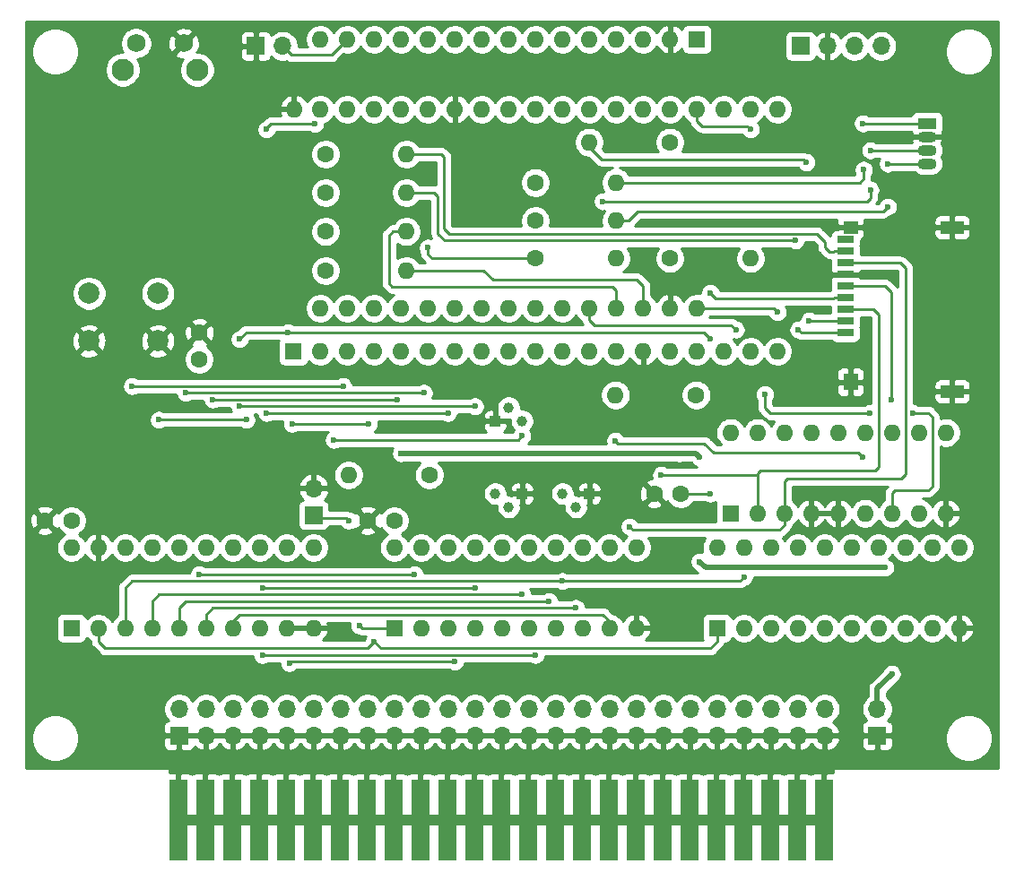
<source format=gbr>
G04 #@! TF.GenerationSoftware,KiCad,Pcbnew,(5.1.5)-3*
G04 #@! TF.CreationDate,2021-08-29T21:33:55+12:00*
G04 #@! TF.ProjectId,TRSIO,54525349-4f2e-46b6-9963-61645f706362,rev?*
G04 #@! TF.SameCoordinates,Original*
G04 #@! TF.FileFunction,Copper,L2,Bot*
G04 #@! TF.FilePolarity,Positive*
%FSLAX46Y46*%
G04 Gerber Fmt 4.6, Leading zero omitted, Abs format (unit mm)*
G04 Created by KiCad (PCBNEW (5.1.5)-3) date 2021-08-29 21:33:55*
%MOMM*%
%LPD*%
G04 APERTURE LIST*
%ADD10R,1.600000X1.600000*%
%ADD11O,1.600000X1.600000*%
%ADD12C,1.600000*%
%ADD13R,1.800000X1.070000*%
%ADD14O,1.800000X1.070000*%
%ADD15C,1.000000*%
%ADD16R,1.000000X1.000000*%
%ADD17C,2.000000*%
%ADD18R,1.700000X1.700000*%
%ADD19O,1.700000X1.700000*%
%ADD20C,2.100000*%
%ADD21C,1.750000*%
%ADD22R,1.778000X7.620000*%
%ADD23R,1.600000X0.700000*%
%ADD24R,1.400000X1.600000*%
%ADD25R,2.200000X1.200000*%
%ADD26R,1.400000X1.200000*%
%ADD27C,0.600000*%
%ADD28C,0.250000*%
%ADD29C,1.000000*%
%ADD30C,0.500000*%
%ADD31C,0.254000*%
G04 APERTURE END LIST*
D10*
X189865000Y-71374000D03*
D11*
X187325000Y-71374000D03*
X184785000Y-71374000D03*
X182245000Y-71374000D03*
X179705000Y-71374000D03*
X177165000Y-71374000D03*
X154305000Y-96774000D03*
X174625000Y-71374000D03*
X156845000Y-96774000D03*
X172085000Y-71374000D03*
X159385000Y-96774000D03*
X169545000Y-71374000D03*
X161925000Y-96774000D03*
X167005000Y-71374000D03*
X164465000Y-96774000D03*
X164465000Y-71374000D03*
X167005000Y-96774000D03*
X161925000Y-71374000D03*
X169545000Y-96774000D03*
X159385000Y-71374000D03*
X172085000Y-96774000D03*
X156845000Y-71374000D03*
X174625000Y-96774000D03*
X154305000Y-71374000D03*
X177165000Y-96774000D03*
X179705000Y-96774000D03*
X182245000Y-96774000D03*
X184785000Y-96774000D03*
X187325000Y-96774000D03*
X189865000Y-96774000D03*
D12*
X130810000Y-116840000D03*
X128310000Y-116840000D03*
X161290000Y-116840000D03*
X158790000Y-116840000D03*
X188341000Y-114300000D03*
X185841000Y-114300000D03*
X142875000Y-101600000D03*
X142875000Y-99100000D03*
D13*
X211582000Y-79311500D03*
D14*
X211582000Y-80581500D03*
X211582000Y-81851500D03*
X211582000Y-83121500D03*
D15*
X172085000Y-106172000D03*
X173355000Y-107442000D03*
D16*
X170815000Y-107442000D03*
D15*
X172085000Y-115570000D03*
X170815000Y-114300000D03*
D16*
X173355000Y-114300000D03*
D15*
X178435000Y-115570000D03*
X177165000Y-114300000D03*
D16*
X179705000Y-114300000D03*
D12*
X174625000Y-84899500D03*
D11*
X182245000Y-84899500D03*
D12*
X174625000Y-88519000D03*
D11*
X182245000Y-88519000D03*
D12*
X174625000Y-92075000D03*
D11*
X182245000Y-92075000D03*
D17*
X132461000Y-99877000D03*
X132461000Y-95377000D03*
X138961000Y-99877000D03*
X138961000Y-95377000D03*
D10*
X191770000Y-127000000D03*
D11*
X214630000Y-119380000D03*
X194310000Y-127000000D03*
X212090000Y-119380000D03*
X196850000Y-127000000D03*
X209550000Y-119380000D03*
X199390000Y-127000000D03*
X207010000Y-119380000D03*
X201930000Y-127000000D03*
X204470000Y-119380000D03*
X204470000Y-127000000D03*
X201930000Y-119380000D03*
X207010000Y-127000000D03*
X199390000Y-119380000D03*
X209550000Y-127000000D03*
X196850000Y-119380000D03*
X212090000Y-127000000D03*
X194310000Y-119380000D03*
X214630000Y-127000000D03*
X191770000Y-119380000D03*
D10*
X161290000Y-127000000D03*
D11*
X184150000Y-119380000D03*
X163830000Y-127000000D03*
X181610000Y-119380000D03*
X166370000Y-127000000D03*
X179070000Y-119380000D03*
X168910000Y-127000000D03*
X176530000Y-119380000D03*
X171450000Y-127000000D03*
X173990000Y-119380000D03*
X173990000Y-127000000D03*
X171450000Y-119380000D03*
X176530000Y-127000000D03*
X168910000Y-119380000D03*
X179070000Y-127000000D03*
X166370000Y-119380000D03*
X181610000Y-127000000D03*
X163830000Y-119380000D03*
X184150000Y-127000000D03*
X161290000Y-119380000D03*
D10*
X130810000Y-127000000D03*
D11*
X153670000Y-119380000D03*
X133350000Y-127000000D03*
X151130000Y-119380000D03*
X135890000Y-127000000D03*
X148590000Y-119380000D03*
X138430000Y-127000000D03*
X146050000Y-119380000D03*
X140970000Y-127000000D03*
X143510000Y-119380000D03*
X143510000Y-127000000D03*
X140970000Y-119380000D03*
X146050000Y-127000000D03*
X138430000Y-119380000D03*
X148590000Y-127000000D03*
X135890000Y-119380000D03*
X151130000Y-127000000D03*
X133350000Y-119380000D03*
X153670000Y-127000000D03*
X130810000Y-119380000D03*
D18*
X140970000Y-137160000D03*
D19*
X140970000Y-134620000D03*
X143510000Y-137160000D03*
X143510000Y-134620000D03*
X146050000Y-137160000D03*
X146050000Y-134620000D03*
X148590000Y-137160000D03*
X148590000Y-134620000D03*
X151130000Y-137160000D03*
X151130000Y-134620000D03*
X153670000Y-137160000D03*
X153670000Y-134620000D03*
X156210000Y-137160000D03*
X156210000Y-134620000D03*
X158750000Y-137160000D03*
X158750000Y-134620000D03*
X161290000Y-137160000D03*
X161290000Y-134620000D03*
X163830000Y-137160000D03*
X163830000Y-134620000D03*
X166370000Y-137160000D03*
X166370000Y-134620000D03*
X168910000Y-137160000D03*
X168910000Y-134620000D03*
X171450000Y-137160000D03*
X171450000Y-134620000D03*
X173990000Y-137160000D03*
X173990000Y-134620000D03*
X176530000Y-137160000D03*
X176530000Y-134620000D03*
X179070000Y-137160000D03*
X179070000Y-134620000D03*
X181610000Y-137160000D03*
X181610000Y-134620000D03*
X184150000Y-137160000D03*
X184150000Y-134620000D03*
X186690000Y-137160000D03*
X186690000Y-134620000D03*
X189230000Y-137160000D03*
X189230000Y-134620000D03*
X191770000Y-137160000D03*
X191770000Y-134620000D03*
X194310000Y-137160000D03*
X194310000Y-134620000D03*
X196850000Y-137160000D03*
X196850000Y-134620000D03*
X199390000Y-137160000D03*
X199390000Y-134620000D03*
X201930000Y-137160000D03*
X201930000Y-134620000D03*
D10*
X151765000Y-100838000D03*
D11*
X154305000Y-100838000D03*
X197485000Y-77978000D03*
X156845000Y-100838000D03*
X194945000Y-77978000D03*
X159385000Y-100838000D03*
X192405000Y-77978000D03*
X161925000Y-100838000D03*
X189865000Y-77978000D03*
X164465000Y-100838000D03*
X187325000Y-77978000D03*
X167005000Y-100838000D03*
X184785000Y-77978000D03*
X169545000Y-100838000D03*
X182245000Y-77978000D03*
X172085000Y-100838000D03*
X179705000Y-77978000D03*
X174625000Y-100838000D03*
X177165000Y-77978000D03*
X177165000Y-100838000D03*
X174625000Y-77978000D03*
X179705000Y-100838000D03*
X172085000Y-77978000D03*
X182245000Y-100838000D03*
X169545000Y-77978000D03*
X184785000Y-100838000D03*
X167005000Y-77978000D03*
X187325000Y-100838000D03*
X164465000Y-77978000D03*
X189865000Y-100838000D03*
X161925000Y-77978000D03*
X192405000Y-100838000D03*
X159385000Y-77978000D03*
X194945000Y-100838000D03*
X156845000Y-77978000D03*
X197485000Y-100838000D03*
X154305000Y-77978000D03*
X151828500Y-77978000D03*
D18*
X206883000Y-137160000D03*
D19*
X206883000Y-134620000D03*
D18*
X148209000Y-72009000D03*
D19*
X150749000Y-72009000D03*
D18*
X199644000Y-72009000D03*
D19*
X202184000Y-72009000D03*
X204724000Y-72009000D03*
X207264000Y-72009000D03*
D20*
X142666000Y-74245000D03*
D21*
X141406000Y-71755000D03*
X136906000Y-71755000D03*
D20*
X135656000Y-74245000D03*
D18*
X153670000Y-116332000D03*
D19*
X153670000Y-113792000D03*
D12*
X164592000Y-112522000D03*
D11*
X156972000Y-112522000D03*
D22*
X201866500Y-145097500D03*
X199326500Y-145097500D03*
X196786500Y-145097500D03*
X194246500Y-145097500D03*
X191706500Y-145097500D03*
X189166500Y-145097500D03*
X186626500Y-145097500D03*
X184086500Y-145097500D03*
X181546500Y-145097500D03*
X179006500Y-145097500D03*
X176466500Y-145097500D03*
X173926500Y-145097500D03*
X171386500Y-145097500D03*
X168846500Y-145097500D03*
X166306500Y-145097500D03*
X163766500Y-145097500D03*
X161226500Y-145097500D03*
X158686500Y-145097500D03*
X156146500Y-145097500D03*
X153606500Y-145097500D03*
X151066500Y-145097500D03*
X148526500Y-145097500D03*
X145986500Y-145097500D03*
X143446500Y-145097500D03*
X140906500Y-145097500D03*
D23*
X203876000Y-99101000D03*
X203876000Y-98001000D03*
X203876000Y-96901000D03*
X203876000Y-95801000D03*
X203876000Y-94701000D03*
X203876000Y-93601000D03*
X203876000Y-92501000D03*
X203876000Y-91401000D03*
X203876000Y-90301000D03*
D24*
X204376000Y-103751000D03*
D25*
X213976000Y-104651000D03*
X213976000Y-89151000D03*
D26*
X204376000Y-89151000D03*
D12*
X189801500Y-104965500D03*
D11*
X182181500Y-104965500D03*
X162433000Y-89535000D03*
D12*
X154813000Y-89535000D03*
X154813000Y-93218000D03*
D11*
X162433000Y-93218000D03*
X194945000Y-92075000D03*
D12*
X187325000Y-92075000D03*
X154813000Y-85852000D03*
D11*
X162433000Y-85852000D03*
X162433000Y-82232500D03*
D12*
X154813000Y-82232500D03*
D11*
X193040000Y-108521500D03*
X213360000Y-116141500D03*
X195580000Y-108521500D03*
X210820000Y-116141500D03*
X198120000Y-108521500D03*
X208280000Y-116141500D03*
X200660000Y-108521500D03*
X205740000Y-116141500D03*
X203200000Y-108521500D03*
X203200000Y-116141500D03*
X205740000Y-108521500D03*
X200660000Y-116141500D03*
X208280000Y-108521500D03*
X198120000Y-116141500D03*
X210820000Y-108521500D03*
X195580000Y-116141500D03*
X213360000Y-108521500D03*
D10*
X193040000Y-116141500D03*
D11*
X179705000Y-81089500D03*
D12*
X187325000Y-81089500D03*
D27*
X191135000Y-99695000D03*
X151257000Y-99060000D03*
X146685000Y-99695000D03*
X191135000Y-95313500D03*
X191135000Y-114300000D03*
X156972000Y-131826000D03*
X156972000Y-127000000D03*
X201993500Y-89154000D03*
X201041000Y-90932000D03*
X178435000Y-125095000D03*
X175895000Y-124460000D03*
X173355000Y-123825000D03*
X164465000Y-91059000D03*
X156464000Y-104140000D03*
X136525000Y-104140000D03*
X161544000Y-105410000D03*
X144145000Y-105410000D03*
X164084000Y-104775000D03*
X141605000Y-104775000D03*
X166370000Y-106680000D03*
X149225000Y-106680000D03*
X168910000Y-106045000D03*
X146685000Y-106045000D03*
X149225000Y-79883000D03*
X153797000Y-79375000D03*
X139065000Y-107315000D03*
X147320000Y-107315000D03*
X194310000Y-122174000D03*
X177165000Y-122555000D03*
X151638000Y-107696000D03*
X158877000Y-107696000D03*
X168910000Y-123190000D03*
X148844000Y-123190000D03*
X207645000Y-121285000D03*
X208280000Y-131318000D03*
X197485000Y-97155000D03*
X188214000Y-110490000D03*
X161925000Y-110490000D03*
X190119000Y-110871000D03*
X190119000Y-120713500D03*
X205613000Y-83693000D03*
X205549500Y-79311500D03*
X206248000Y-81851500D03*
X206248000Y-85598000D03*
X180975000Y-86677500D03*
X207899000Y-83121500D03*
X207899000Y-87185500D03*
X157988000Y-126746000D03*
X156972000Y-116840000D03*
X142875000Y-121920000D03*
X163195000Y-121920000D03*
X148844000Y-129540000D03*
X174625000Y-129540000D03*
X151384000Y-130302000D03*
X167005000Y-130175000D03*
X155575000Y-109220000D03*
X173355000Y-108839000D03*
X159385000Y-128270000D03*
X199453500Y-98806000D03*
X199199500Y-90360500D03*
X200215500Y-82994500D03*
X200469500Y-97980500D03*
X186499500Y-112522000D03*
X208216500Y-105410000D03*
X193548000Y-98806000D03*
X183515000Y-117411500D03*
X205486000Y-110807500D03*
X182181500Y-109283500D03*
X194945000Y-79883000D03*
X196278500Y-104902000D03*
X206184500Y-106680000D03*
X210248500Y-106680000D03*
D28*
X151257000Y-99060000D02*
X190500000Y-99060000D01*
X190500000Y-99060000D02*
X191135000Y-99695000D01*
X147320000Y-99060000D02*
X151257000Y-99060000D01*
X146685000Y-99695000D02*
X147320000Y-99060000D01*
X188341000Y-114300000D02*
X191135000Y-114300000D01*
X202826000Y-95801000D02*
X202805500Y-95821500D01*
X203876000Y-95801000D02*
X202826000Y-95801000D01*
X202805500Y-95821500D02*
X191643000Y-95821500D01*
X191643000Y-95821500D02*
X191135000Y-95313500D01*
X153670000Y-127000000D02*
X156972000Y-127000000D01*
D29*
X201866500Y-145097500D02*
X140906500Y-145097500D01*
D28*
X140906500Y-137223500D02*
X140970000Y-137160000D01*
X201866500Y-137223500D02*
X201930000Y-137160000D01*
X201866500Y-145097500D02*
X201866500Y-137223500D01*
X203426000Y-89151000D02*
X203423000Y-89154000D01*
X204376000Y-89151000D02*
X203426000Y-89151000D01*
D30*
X203423000Y-89154000D02*
X201993500Y-89154000D01*
D28*
X146050000Y-126365000D02*
X146685000Y-125730000D01*
X180975000Y-125730000D02*
X181610000Y-126365000D01*
X181610000Y-126365000D02*
X181610000Y-127000000D01*
X146050000Y-127000000D02*
X146050000Y-126365000D01*
X180340000Y-125730000D02*
X180975000Y-125730000D01*
X146685000Y-125730000D02*
X180340000Y-125730000D01*
X144780000Y-125095000D02*
X144145000Y-125095000D01*
X178435000Y-125095000D02*
X144780000Y-125095000D01*
X143510000Y-125730000D02*
X143510000Y-127000000D01*
X144145000Y-125095000D02*
X143510000Y-125730000D01*
X143510000Y-126365000D02*
X143510000Y-127000000D01*
X142240000Y-124460000D02*
X141605000Y-124460000D01*
X175895000Y-124460000D02*
X142240000Y-124460000D01*
X140970000Y-127000000D02*
X140970000Y-125730000D01*
X140970000Y-125095000D02*
X140970000Y-125730000D01*
X141605000Y-124460000D02*
X140970000Y-125095000D01*
X139700000Y-123825000D02*
X139065000Y-123825000D01*
X138430000Y-127000000D02*
X138430000Y-125095000D01*
X173355000Y-123825000D02*
X139700000Y-123825000D01*
X138430000Y-124460000D02*
X138430000Y-125095000D01*
X139065000Y-123825000D02*
X138430000Y-124460000D01*
X164465000Y-91694000D02*
X164465000Y-91059000D01*
X174625000Y-92075000D02*
X164846000Y-92075000D01*
X164846000Y-92075000D02*
X164465000Y-91694000D01*
X136525000Y-104140000D02*
X151130000Y-104140000D01*
X151130000Y-104140000D02*
X156464000Y-104140000D01*
X156210000Y-105410000D02*
X161544000Y-105410000D01*
X144145000Y-105410000D02*
X156210000Y-105410000D01*
X164084000Y-104775000D02*
X164211000Y-104775000D01*
X158750000Y-104775000D02*
X164084000Y-104775000D01*
X141605000Y-104775000D02*
X158750000Y-104775000D01*
X166370000Y-106680000D02*
X161290000Y-106680000D01*
X149225000Y-106680000D02*
X161290000Y-106680000D01*
X168910000Y-106045000D02*
X163830000Y-106045000D01*
X146685000Y-106045000D02*
X163830000Y-106045000D01*
X149225000Y-79756000D02*
X149225000Y-79883000D01*
X149606000Y-79375000D02*
X149225000Y-79756000D01*
X153797000Y-79375000D02*
X149606000Y-79375000D01*
X147320000Y-107315000D02*
X139065000Y-107315000D01*
X177165000Y-122555000D02*
X193929000Y-122555000D01*
X193929000Y-122555000D02*
X194310000Y-122174000D01*
X135890000Y-123190000D02*
X135890000Y-127000000D01*
X136525000Y-122555000D02*
X135890000Y-123190000D01*
X177165000Y-122555000D02*
X136525000Y-122555000D01*
X151638000Y-107696000D02*
X158877000Y-107696000D01*
X168910000Y-123190000D02*
X148844000Y-123190000D01*
D30*
X206883000Y-134620000D02*
X206883000Y-132715000D01*
X206883000Y-132715000D02*
X208280000Y-131318000D01*
X198628000Y-121285000D02*
X207645000Y-121285000D01*
D28*
X189865000Y-96774000D02*
X197104000Y-96774000D01*
X197104000Y-96774000D02*
X197485000Y-97155000D01*
D30*
X161925000Y-110490000D02*
X188214000Y-110490000D01*
X198628000Y-121285000D02*
X192009998Y-121285000D01*
X192009998Y-121285000D02*
X190690500Y-121285000D01*
X190690500Y-121285000D02*
X190119000Y-120713500D01*
X189738000Y-110490000D02*
X188214000Y-110490000D01*
X190119000Y-110871000D02*
X189738000Y-110490000D01*
D28*
X156045001Y-72173999D02*
X156845000Y-71374000D01*
X155360001Y-72858999D02*
X156045001Y-72173999D01*
X151598999Y-72858999D02*
X155360001Y-72858999D01*
X150749000Y-72009000D02*
X151598999Y-72858999D01*
X211582000Y-79311500D02*
X205549500Y-79311500D01*
X182245000Y-84899500D02*
X205232000Y-84899500D01*
X205613000Y-84518500D02*
X205613000Y-83693000D01*
X205232000Y-84899500D02*
X205613000Y-84518500D01*
X211582000Y-81851500D02*
X206248000Y-81851500D01*
X206248000Y-86360000D02*
X206248000Y-85598000D01*
X180975000Y-86677500D02*
X205930500Y-86677500D01*
X205930500Y-86677500D02*
X206248000Y-86360000D01*
X211582000Y-83121500D02*
X207899000Y-83121500D01*
X207454500Y-87630000D02*
X207899000Y-87185500D01*
X182245000Y-88519000D02*
X183376370Y-88519000D01*
X184265370Y-87630000D02*
X207454500Y-87630000D01*
X183376370Y-88519000D02*
X184265370Y-87630000D01*
X158242000Y-127000000D02*
X157988000Y-126746000D01*
X161290000Y-127000000D02*
X158242000Y-127000000D01*
X156718000Y-116586000D02*
X153924000Y-116586000D01*
X156972000Y-116840000D02*
X156718000Y-116586000D01*
X153924000Y-116586000D02*
X153670000Y-116332000D01*
X142875000Y-121920000D02*
X163195000Y-121920000D01*
X150622000Y-129540000D02*
X148844000Y-129540000D01*
X150495000Y-129540000D02*
X150622000Y-129540000D01*
X150622000Y-129540000D02*
X174625000Y-129540000D01*
X153162000Y-130175000D02*
X151511000Y-130175000D01*
X151511000Y-130175000D02*
X151384000Y-130302000D01*
X153035000Y-130175000D02*
X153162000Y-130175000D01*
X153162000Y-130175000D02*
X167005000Y-130175000D01*
X167640000Y-109220000D02*
X172974000Y-109220000D01*
X155575000Y-109220000D02*
X167640000Y-109220000D01*
X172974000Y-109220000D02*
X173355000Y-108839000D01*
X159385000Y-128270000D02*
X160020000Y-128905000D01*
X191770000Y-128270000D02*
X191135000Y-128905000D01*
X191135000Y-128905000D02*
X160020000Y-128905000D01*
X191770000Y-128270000D02*
X191770000Y-127000000D01*
X159385000Y-128270000D02*
X158750000Y-128905000D01*
X133350000Y-128270000D02*
X133985000Y-128905000D01*
X133985000Y-128905000D02*
X158750000Y-128905000D01*
X133350000Y-128270000D02*
X133350000Y-127000000D01*
X203876000Y-99101000D02*
X199748500Y-99101000D01*
X199748500Y-99101000D02*
X199453500Y-98806000D01*
X163564370Y-85852000D02*
X162433000Y-85852000D01*
X166052500Y-90360500D02*
X165417500Y-89725500D01*
X165417500Y-89725500D02*
X165417500Y-86233000D01*
X199199500Y-90360500D02*
X166052500Y-90360500D01*
X165417500Y-86233000D02*
X165036500Y-85852000D01*
X165036500Y-85852000D02*
X163564370Y-85852000D01*
X179705000Y-81089500D02*
X179705000Y-81534000D01*
X179705000Y-81534000D02*
X180911500Y-82740500D01*
X180911500Y-82740500D02*
X199961500Y-82740500D01*
X199961500Y-82740500D02*
X200215500Y-82994500D01*
X203855500Y-97980500D02*
X203876000Y-98001000D01*
X200469500Y-97980500D02*
X203855500Y-97980500D01*
X203876000Y-96901000D02*
X206565500Y-96901000D01*
X206565500Y-96901000D02*
X207010000Y-97345500D01*
X207010000Y-97345500D02*
X207010000Y-111760000D01*
X207010000Y-111760000D02*
X206692500Y-112077500D01*
X206692500Y-112077500D02*
X195897500Y-112077500D01*
X195897500Y-112077500D02*
X195580000Y-112395000D01*
X186499500Y-112522000D02*
X189484000Y-112522000D01*
X195580000Y-112395000D02*
X195580000Y-112522000D01*
X189484000Y-112522000D02*
X195580000Y-112522000D01*
X195580000Y-112522000D02*
X195580000Y-116141500D01*
X170624500Y-94107000D02*
X169735500Y-93218000D01*
X184213500Y-94107000D02*
X170624500Y-94107000D01*
X169735500Y-93218000D02*
X162433000Y-93218000D01*
X184785000Y-96774000D02*
X184785000Y-94678500D01*
X184785000Y-94678500D02*
X184213500Y-94107000D01*
X208216500Y-105410000D02*
X208216500Y-95250000D01*
X207667500Y-94701000D02*
X203876000Y-94701000D01*
X208216500Y-95250000D02*
X207667500Y-94701000D01*
X179705000Y-97905370D02*
X180161130Y-98361500D01*
X179705000Y-96774000D02*
X179705000Y-97905370D01*
X180161130Y-98361500D02*
X193103500Y-98361500D01*
X193103500Y-98361500D02*
X193548000Y-98806000D01*
X203876000Y-92501000D02*
X209087000Y-92501000D01*
X209087000Y-92501000D02*
X209550000Y-92964000D01*
X209550000Y-92964000D02*
X209550000Y-112458500D01*
X209550000Y-112458500D02*
X209169000Y-112839500D01*
X209169000Y-112839500D02*
X198374000Y-112839500D01*
X198120000Y-113093500D02*
X198120000Y-116141500D01*
X198374000Y-112839500D02*
X198120000Y-113093500D01*
X198120000Y-117272870D02*
X197663870Y-117729000D01*
X198120000Y-116141500D02*
X198120000Y-117272870D01*
X197663870Y-117729000D02*
X183832500Y-117729000D01*
X183832500Y-117729000D02*
X183515000Y-117411500D01*
X182245000Y-96774000D02*
X182245000Y-95059500D01*
X182245000Y-95059500D02*
X181927500Y-94742000D01*
X181927500Y-94742000D02*
X161099500Y-94742000D01*
X161099500Y-94742000D02*
X160782000Y-94424500D01*
X160782000Y-94424500D02*
X160782000Y-89916000D01*
X161163000Y-89535000D02*
X162433000Y-89535000D01*
X160782000Y-89916000D02*
X161163000Y-89535000D01*
X165989000Y-89281000D02*
X165989000Y-82486500D01*
X165735000Y-82232500D02*
X162433000Y-82232500D01*
X166443499Y-89735499D02*
X165989000Y-89281000D01*
X201930000Y-90487500D02*
X201177999Y-89735499D01*
X201177999Y-89735499D02*
X166443499Y-89735499D01*
X202826000Y-91401000D02*
X202787000Y-91440000D01*
X165989000Y-82486500D02*
X165735000Y-82232500D01*
X202787000Y-91440000D02*
X202374500Y-91440000D01*
X203876000Y-91401000D02*
X202826000Y-91401000D01*
X202374500Y-91440000D02*
X201930000Y-90995500D01*
X201930000Y-90995500D02*
X201930000Y-90487500D01*
X205486000Y-110807500D02*
X205105000Y-110426500D01*
X205105000Y-110426500D02*
X191452500Y-110426500D01*
X191452500Y-110426500D02*
X190563500Y-109537500D01*
X190563500Y-109537500D02*
X182435500Y-109537500D01*
X182435500Y-109537500D02*
X182181500Y-109283500D01*
X189865000Y-79109370D02*
X190321130Y-79565500D01*
X189865000Y-77978000D02*
X189865000Y-79109370D01*
X190321130Y-79565500D02*
X194627500Y-79565500D01*
X194627500Y-79565500D02*
X194945000Y-79883000D01*
X208280000Y-116141500D02*
X208280000Y-115010130D01*
X208280000Y-115010130D02*
X208280000Y-114236500D01*
X208280000Y-114236500D02*
X208534000Y-113982500D01*
X208534000Y-113982500D02*
X211709000Y-113982500D01*
X211709000Y-113982500D02*
X212090000Y-113601500D01*
X196278500Y-104902000D02*
X196278500Y-105326264D01*
X196278500Y-105326264D02*
X196278500Y-106172000D01*
X196278500Y-106172000D02*
X196786500Y-106680000D01*
X196786500Y-106680000D02*
X206184500Y-106680000D01*
X210248500Y-106680000D02*
X211709000Y-106680000D01*
X212090000Y-113601500D02*
X212090000Y-107061000D01*
X211709000Y-106680000D02*
X212090000Y-107061000D01*
D31*
G36*
X218313000Y-140208000D02*
G01*
X126492000Y-140208000D01*
X126492000Y-137193872D01*
X127051000Y-137193872D01*
X127051000Y-137634128D01*
X127136890Y-138065925D01*
X127305369Y-138472669D01*
X127549962Y-138838729D01*
X127861271Y-139150038D01*
X128227331Y-139394631D01*
X128634075Y-139563110D01*
X129065872Y-139649000D01*
X129506128Y-139649000D01*
X129937925Y-139563110D01*
X130344669Y-139394631D01*
X130710729Y-139150038D01*
X131022038Y-138838729D01*
X131266631Y-138472669D01*
X131435110Y-138065925D01*
X131446234Y-138010000D01*
X139481928Y-138010000D01*
X139494188Y-138134482D01*
X139530498Y-138254180D01*
X139589463Y-138364494D01*
X139668815Y-138461185D01*
X139765506Y-138540537D01*
X139875820Y-138599502D01*
X139995518Y-138635812D01*
X140120000Y-138648072D01*
X140684250Y-138645000D01*
X140843000Y-138486250D01*
X140843000Y-137287000D01*
X141097000Y-137287000D01*
X141097000Y-138486250D01*
X141255750Y-138645000D01*
X141820000Y-138648072D01*
X141944482Y-138635812D01*
X142064180Y-138599502D01*
X142174494Y-138540537D01*
X142271185Y-138461185D01*
X142350537Y-138364494D01*
X142409502Y-138254180D01*
X142433966Y-138173534D01*
X142509731Y-138257588D01*
X142743080Y-138431641D01*
X143005901Y-138556825D01*
X143153110Y-138601476D01*
X143383000Y-138480155D01*
X143383000Y-137287000D01*
X143637000Y-137287000D01*
X143637000Y-138480155D01*
X143866890Y-138601476D01*
X144014099Y-138556825D01*
X144276920Y-138431641D01*
X144510269Y-138257588D01*
X144705178Y-138041355D01*
X144780000Y-137915745D01*
X144854822Y-138041355D01*
X145049731Y-138257588D01*
X145283080Y-138431641D01*
X145545901Y-138556825D01*
X145693110Y-138601476D01*
X145923000Y-138480155D01*
X145923000Y-137287000D01*
X146177000Y-137287000D01*
X146177000Y-138480155D01*
X146406890Y-138601476D01*
X146554099Y-138556825D01*
X146816920Y-138431641D01*
X147050269Y-138257588D01*
X147245178Y-138041355D01*
X147320000Y-137915745D01*
X147394822Y-138041355D01*
X147589731Y-138257588D01*
X147823080Y-138431641D01*
X148085901Y-138556825D01*
X148233110Y-138601476D01*
X148463000Y-138480155D01*
X148463000Y-137287000D01*
X148717000Y-137287000D01*
X148717000Y-138480155D01*
X148946890Y-138601476D01*
X149094099Y-138556825D01*
X149356920Y-138431641D01*
X149590269Y-138257588D01*
X149785178Y-138041355D01*
X149860000Y-137915745D01*
X149934822Y-138041355D01*
X150129731Y-138257588D01*
X150363080Y-138431641D01*
X150625901Y-138556825D01*
X150773110Y-138601476D01*
X151003000Y-138480155D01*
X151003000Y-137287000D01*
X151257000Y-137287000D01*
X151257000Y-138480155D01*
X151486890Y-138601476D01*
X151634099Y-138556825D01*
X151896920Y-138431641D01*
X152130269Y-138257588D01*
X152325178Y-138041355D01*
X152400000Y-137915745D01*
X152474822Y-138041355D01*
X152669731Y-138257588D01*
X152903080Y-138431641D01*
X153165901Y-138556825D01*
X153313110Y-138601476D01*
X153543000Y-138480155D01*
X153543000Y-137287000D01*
X153797000Y-137287000D01*
X153797000Y-138480155D01*
X154026890Y-138601476D01*
X154174099Y-138556825D01*
X154436920Y-138431641D01*
X154670269Y-138257588D01*
X154865178Y-138041355D01*
X154940000Y-137915745D01*
X155014822Y-138041355D01*
X155209731Y-138257588D01*
X155443080Y-138431641D01*
X155705901Y-138556825D01*
X155853110Y-138601476D01*
X156083000Y-138480155D01*
X156083000Y-137287000D01*
X156337000Y-137287000D01*
X156337000Y-138480155D01*
X156566890Y-138601476D01*
X156714099Y-138556825D01*
X156976920Y-138431641D01*
X157210269Y-138257588D01*
X157405178Y-138041355D01*
X157480000Y-137915745D01*
X157554822Y-138041355D01*
X157749731Y-138257588D01*
X157983080Y-138431641D01*
X158245901Y-138556825D01*
X158393110Y-138601476D01*
X158623000Y-138480155D01*
X158623000Y-137287000D01*
X158877000Y-137287000D01*
X158877000Y-138480155D01*
X159106890Y-138601476D01*
X159254099Y-138556825D01*
X159516920Y-138431641D01*
X159750269Y-138257588D01*
X159945178Y-138041355D01*
X160020000Y-137915745D01*
X160094822Y-138041355D01*
X160289731Y-138257588D01*
X160523080Y-138431641D01*
X160785901Y-138556825D01*
X160933110Y-138601476D01*
X161163000Y-138480155D01*
X161163000Y-137287000D01*
X161417000Y-137287000D01*
X161417000Y-138480155D01*
X161646890Y-138601476D01*
X161794099Y-138556825D01*
X162056920Y-138431641D01*
X162290269Y-138257588D01*
X162485178Y-138041355D01*
X162560000Y-137915745D01*
X162634822Y-138041355D01*
X162829731Y-138257588D01*
X163063080Y-138431641D01*
X163325901Y-138556825D01*
X163473110Y-138601476D01*
X163703000Y-138480155D01*
X163703000Y-137287000D01*
X163957000Y-137287000D01*
X163957000Y-138480155D01*
X164186890Y-138601476D01*
X164334099Y-138556825D01*
X164596920Y-138431641D01*
X164830269Y-138257588D01*
X165025178Y-138041355D01*
X165100000Y-137915745D01*
X165174822Y-138041355D01*
X165369731Y-138257588D01*
X165603080Y-138431641D01*
X165865901Y-138556825D01*
X166013110Y-138601476D01*
X166243000Y-138480155D01*
X166243000Y-137287000D01*
X166497000Y-137287000D01*
X166497000Y-138480155D01*
X166726890Y-138601476D01*
X166874099Y-138556825D01*
X167136920Y-138431641D01*
X167370269Y-138257588D01*
X167565178Y-138041355D01*
X167640000Y-137915745D01*
X167714822Y-138041355D01*
X167909731Y-138257588D01*
X168143080Y-138431641D01*
X168405901Y-138556825D01*
X168553110Y-138601476D01*
X168783000Y-138480155D01*
X168783000Y-137287000D01*
X169037000Y-137287000D01*
X169037000Y-138480155D01*
X169266890Y-138601476D01*
X169414099Y-138556825D01*
X169676920Y-138431641D01*
X169910269Y-138257588D01*
X170105178Y-138041355D01*
X170180000Y-137915745D01*
X170254822Y-138041355D01*
X170449731Y-138257588D01*
X170683080Y-138431641D01*
X170945901Y-138556825D01*
X171093110Y-138601476D01*
X171323000Y-138480155D01*
X171323000Y-137287000D01*
X171577000Y-137287000D01*
X171577000Y-138480155D01*
X171806890Y-138601476D01*
X171954099Y-138556825D01*
X172216920Y-138431641D01*
X172450269Y-138257588D01*
X172645178Y-138041355D01*
X172720000Y-137915745D01*
X172794822Y-138041355D01*
X172989731Y-138257588D01*
X173223080Y-138431641D01*
X173485901Y-138556825D01*
X173633110Y-138601476D01*
X173863000Y-138480155D01*
X173863000Y-137287000D01*
X174117000Y-137287000D01*
X174117000Y-138480155D01*
X174346890Y-138601476D01*
X174494099Y-138556825D01*
X174756920Y-138431641D01*
X174990269Y-138257588D01*
X175185178Y-138041355D01*
X175260000Y-137915745D01*
X175334822Y-138041355D01*
X175529731Y-138257588D01*
X175763080Y-138431641D01*
X176025901Y-138556825D01*
X176173110Y-138601476D01*
X176403000Y-138480155D01*
X176403000Y-137287000D01*
X176657000Y-137287000D01*
X176657000Y-138480155D01*
X176886890Y-138601476D01*
X177034099Y-138556825D01*
X177296920Y-138431641D01*
X177530269Y-138257588D01*
X177725178Y-138041355D01*
X177800000Y-137915745D01*
X177874822Y-138041355D01*
X178069731Y-138257588D01*
X178303080Y-138431641D01*
X178565901Y-138556825D01*
X178713110Y-138601476D01*
X178943000Y-138480155D01*
X178943000Y-137287000D01*
X179197000Y-137287000D01*
X179197000Y-138480155D01*
X179426890Y-138601476D01*
X179574099Y-138556825D01*
X179836920Y-138431641D01*
X180070269Y-138257588D01*
X180265178Y-138041355D01*
X180340000Y-137915745D01*
X180414822Y-138041355D01*
X180609731Y-138257588D01*
X180843080Y-138431641D01*
X181105901Y-138556825D01*
X181253110Y-138601476D01*
X181483000Y-138480155D01*
X181483000Y-137287000D01*
X181737000Y-137287000D01*
X181737000Y-138480155D01*
X181966890Y-138601476D01*
X182114099Y-138556825D01*
X182376920Y-138431641D01*
X182610269Y-138257588D01*
X182805178Y-138041355D01*
X182880000Y-137915745D01*
X182954822Y-138041355D01*
X183149731Y-138257588D01*
X183383080Y-138431641D01*
X183645901Y-138556825D01*
X183793110Y-138601476D01*
X184023000Y-138480155D01*
X184023000Y-137287000D01*
X184277000Y-137287000D01*
X184277000Y-138480155D01*
X184506890Y-138601476D01*
X184654099Y-138556825D01*
X184916920Y-138431641D01*
X185150269Y-138257588D01*
X185345178Y-138041355D01*
X185420000Y-137915745D01*
X185494822Y-138041355D01*
X185689731Y-138257588D01*
X185923080Y-138431641D01*
X186185901Y-138556825D01*
X186333110Y-138601476D01*
X186563000Y-138480155D01*
X186563000Y-137287000D01*
X186817000Y-137287000D01*
X186817000Y-138480155D01*
X187046890Y-138601476D01*
X187194099Y-138556825D01*
X187456920Y-138431641D01*
X187690269Y-138257588D01*
X187885178Y-138041355D01*
X187960000Y-137915745D01*
X188034822Y-138041355D01*
X188229731Y-138257588D01*
X188463080Y-138431641D01*
X188725901Y-138556825D01*
X188873110Y-138601476D01*
X189103000Y-138480155D01*
X189103000Y-137287000D01*
X189357000Y-137287000D01*
X189357000Y-138480155D01*
X189586890Y-138601476D01*
X189734099Y-138556825D01*
X189996920Y-138431641D01*
X190230269Y-138257588D01*
X190425178Y-138041355D01*
X190500000Y-137915745D01*
X190574822Y-138041355D01*
X190769731Y-138257588D01*
X191003080Y-138431641D01*
X191265901Y-138556825D01*
X191413110Y-138601476D01*
X191643000Y-138480155D01*
X191643000Y-137287000D01*
X191897000Y-137287000D01*
X191897000Y-138480155D01*
X192126890Y-138601476D01*
X192274099Y-138556825D01*
X192536920Y-138431641D01*
X192770269Y-138257588D01*
X192965178Y-138041355D01*
X193040000Y-137915745D01*
X193114822Y-138041355D01*
X193309731Y-138257588D01*
X193543080Y-138431641D01*
X193805901Y-138556825D01*
X193953110Y-138601476D01*
X194183000Y-138480155D01*
X194183000Y-137287000D01*
X194437000Y-137287000D01*
X194437000Y-138480155D01*
X194666890Y-138601476D01*
X194814099Y-138556825D01*
X195076920Y-138431641D01*
X195310269Y-138257588D01*
X195505178Y-138041355D01*
X195580000Y-137915745D01*
X195654822Y-138041355D01*
X195849731Y-138257588D01*
X196083080Y-138431641D01*
X196345901Y-138556825D01*
X196493110Y-138601476D01*
X196723000Y-138480155D01*
X196723000Y-137287000D01*
X196977000Y-137287000D01*
X196977000Y-138480155D01*
X197206890Y-138601476D01*
X197354099Y-138556825D01*
X197616920Y-138431641D01*
X197850269Y-138257588D01*
X198045178Y-138041355D01*
X198120000Y-137915745D01*
X198194822Y-138041355D01*
X198389731Y-138257588D01*
X198623080Y-138431641D01*
X198885901Y-138556825D01*
X199033110Y-138601476D01*
X199263000Y-138480155D01*
X199263000Y-137287000D01*
X199517000Y-137287000D01*
X199517000Y-138480155D01*
X199746890Y-138601476D01*
X199894099Y-138556825D01*
X200156920Y-138431641D01*
X200390269Y-138257588D01*
X200585178Y-138041355D01*
X200660000Y-137915745D01*
X200734822Y-138041355D01*
X200929731Y-138257588D01*
X201163080Y-138431641D01*
X201425901Y-138556825D01*
X201573110Y-138601476D01*
X201803000Y-138480155D01*
X201803000Y-137287000D01*
X202057000Y-137287000D01*
X202057000Y-138480155D01*
X202286890Y-138601476D01*
X202434099Y-138556825D01*
X202696920Y-138431641D01*
X202930269Y-138257588D01*
X203125178Y-138041355D01*
X203143855Y-138010000D01*
X205394928Y-138010000D01*
X205407188Y-138134482D01*
X205443498Y-138254180D01*
X205502463Y-138364494D01*
X205581815Y-138461185D01*
X205678506Y-138540537D01*
X205788820Y-138599502D01*
X205908518Y-138635812D01*
X206033000Y-138648072D01*
X206597250Y-138645000D01*
X206756000Y-138486250D01*
X206756000Y-137287000D01*
X207010000Y-137287000D01*
X207010000Y-138486250D01*
X207168750Y-138645000D01*
X207733000Y-138648072D01*
X207857482Y-138635812D01*
X207977180Y-138599502D01*
X208087494Y-138540537D01*
X208184185Y-138461185D01*
X208263537Y-138364494D01*
X208322502Y-138254180D01*
X208358812Y-138134482D01*
X208371072Y-138010000D01*
X208368000Y-137445750D01*
X208209250Y-137287000D01*
X207010000Y-137287000D01*
X206756000Y-137287000D01*
X205556750Y-137287000D01*
X205398000Y-137445750D01*
X205394928Y-138010000D01*
X203143855Y-138010000D01*
X203274157Y-137791252D01*
X203371481Y-137516891D01*
X203250814Y-137287000D01*
X202057000Y-137287000D01*
X201803000Y-137287000D01*
X199517000Y-137287000D01*
X199263000Y-137287000D01*
X196977000Y-137287000D01*
X196723000Y-137287000D01*
X194437000Y-137287000D01*
X194183000Y-137287000D01*
X191897000Y-137287000D01*
X191643000Y-137287000D01*
X189357000Y-137287000D01*
X189103000Y-137287000D01*
X186817000Y-137287000D01*
X186563000Y-137287000D01*
X184277000Y-137287000D01*
X184023000Y-137287000D01*
X181737000Y-137287000D01*
X181483000Y-137287000D01*
X179197000Y-137287000D01*
X178943000Y-137287000D01*
X176657000Y-137287000D01*
X176403000Y-137287000D01*
X174117000Y-137287000D01*
X173863000Y-137287000D01*
X171577000Y-137287000D01*
X171323000Y-137287000D01*
X169037000Y-137287000D01*
X168783000Y-137287000D01*
X166497000Y-137287000D01*
X166243000Y-137287000D01*
X163957000Y-137287000D01*
X163703000Y-137287000D01*
X161417000Y-137287000D01*
X161163000Y-137287000D01*
X158877000Y-137287000D01*
X158623000Y-137287000D01*
X156337000Y-137287000D01*
X156083000Y-137287000D01*
X153797000Y-137287000D01*
X153543000Y-137287000D01*
X151257000Y-137287000D01*
X151003000Y-137287000D01*
X148717000Y-137287000D01*
X148463000Y-137287000D01*
X146177000Y-137287000D01*
X145923000Y-137287000D01*
X143637000Y-137287000D01*
X143383000Y-137287000D01*
X141097000Y-137287000D01*
X140843000Y-137287000D01*
X139643750Y-137287000D01*
X139485000Y-137445750D01*
X139481928Y-138010000D01*
X131446234Y-138010000D01*
X131521000Y-137634128D01*
X131521000Y-137193872D01*
X213284000Y-137193872D01*
X213284000Y-137634128D01*
X213369890Y-138065925D01*
X213538369Y-138472669D01*
X213782962Y-138838729D01*
X214094271Y-139150038D01*
X214460331Y-139394631D01*
X214867075Y-139563110D01*
X215298872Y-139649000D01*
X215739128Y-139649000D01*
X216170925Y-139563110D01*
X216577669Y-139394631D01*
X216943729Y-139150038D01*
X217255038Y-138838729D01*
X217499631Y-138472669D01*
X217668110Y-138065925D01*
X217754000Y-137634128D01*
X217754000Y-137193872D01*
X217668110Y-136762075D01*
X217499631Y-136355331D01*
X217255038Y-135989271D01*
X216943729Y-135677962D01*
X216577669Y-135433369D01*
X216170925Y-135264890D01*
X215739128Y-135179000D01*
X215298872Y-135179000D01*
X214867075Y-135264890D01*
X214460331Y-135433369D01*
X214094271Y-135677962D01*
X213782962Y-135989271D01*
X213538369Y-136355331D01*
X213369890Y-136762075D01*
X213284000Y-137193872D01*
X131521000Y-137193872D01*
X131435110Y-136762075D01*
X131266631Y-136355331D01*
X131236342Y-136310000D01*
X139481928Y-136310000D01*
X139485000Y-136874250D01*
X139643750Y-137033000D01*
X140843000Y-137033000D01*
X140843000Y-137013000D01*
X141097000Y-137013000D01*
X141097000Y-137033000D01*
X143383000Y-137033000D01*
X143383000Y-137013000D01*
X143637000Y-137013000D01*
X143637000Y-137033000D01*
X145923000Y-137033000D01*
X145923000Y-137013000D01*
X146177000Y-137013000D01*
X146177000Y-137033000D01*
X148463000Y-137033000D01*
X148463000Y-137013000D01*
X148717000Y-137013000D01*
X148717000Y-137033000D01*
X151003000Y-137033000D01*
X151003000Y-137013000D01*
X151257000Y-137013000D01*
X151257000Y-137033000D01*
X153543000Y-137033000D01*
X153543000Y-137013000D01*
X153797000Y-137013000D01*
X153797000Y-137033000D01*
X156083000Y-137033000D01*
X156083000Y-137013000D01*
X156337000Y-137013000D01*
X156337000Y-137033000D01*
X158623000Y-137033000D01*
X158623000Y-137013000D01*
X158877000Y-137013000D01*
X158877000Y-137033000D01*
X161163000Y-137033000D01*
X161163000Y-137013000D01*
X161417000Y-137013000D01*
X161417000Y-137033000D01*
X163703000Y-137033000D01*
X163703000Y-137013000D01*
X163957000Y-137013000D01*
X163957000Y-137033000D01*
X166243000Y-137033000D01*
X166243000Y-137013000D01*
X166497000Y-137013000D01*
X166497000Y-137033000D01*
X168783000Y-137033000D01*
X168783000Y-137013000D01*
X169037000Y-137013000D01*
X169037000Y-137033000D01*
X171323000Y-137033000D01*
X171323000Y-137013000D01*
X171577000Y-137013000D01*
X171577000Y-137033000D01*
X173863000Y-137033000D01*
X173863000Y-137013000D01*
X174117000Y-137013000D01*
X174117000Y-137033000D01*
X176403000Y-137033000D01*
X176403000Y-137013000D01*
X176657000Y-137013000D01*
X176657000Y-137033000D01*
X178943000Y-137033000D01*
X178943000Y-137013000D01*
X179197000Y-137013000D01*
X179197000Y-137033000D01*
X181483000Y-137033000D01*
X181483000Y-137013000D01*
X181737000Y-137013000D01*
X181737000Y-137033000D01*
X184023000Y-137033000D01*
X184023000Y-137013000D01*
X184277000Y-137013000D01*
X184277000Y-137033000D01*
X186563000Y-137033000D01*
X186563000Y-137013000D01*
X186817000Y-137013000D01*
X186817000Y-137033000D01*
X189103000Y-137033000D01*
X189103000Y-137013000D01*
X189357000Y-137013000D01*
X189357000Y-137033000D01*
X191643000Y-137033000D01*
X191643000Y-137013000D01*
X191897000Y-137013000D01*
X191897000Y-137033000D01*
X194183000Y-137033000D01*
X194183000Y-137013000D01*
X194437000Y-137013000D01*
X194437000Y-137033000D01*
X196723000Y-137033000D01*
X196723000Y-137013000D01*
X196977000Y-137013000D01*
X196977000Y-137033000D01*
X199263000Y-137033000D01*
X199263000Y-137013000D01*
X199517000Y-137013000D01*
X199517000Y-137033000D01*
X201803000Y-137033000D01*
X201803000Y-137013000D01*
X202057000Y-137013000D01*
X202057000Y-137033000D01*
X203250814Y-137033000D01*
X203371481Y-136803109D01*
X203274157Y-136528748D01*
X203143856Y-136310000D01*
X205394928Y-136310000D01*
X205398000Y-136874250D01*
X205556750Y-137033000D01*
X206756000Y-137033000D01*
X206756000Y-137013000D01*
X207010000Y-137013000D01*
X207010000Y-137033000D01*
X208209250Y-137033000D01*
X208368000Y-136874250D01*
X208371072Y-136310000D01*
X208358812Y-136185518D01*
X208322502Y-136065820D01*
X208263537Y-135955506D01*
X208184185Y-135858815D01*
X208087494Y-135779463D01*
X207977180Y-135720498D01*
X207904620Y-135698487D01*
X208036475Y-135566632D01*
X208198990Y-135323411D01*
X208310932Y-135053158D01*
X208368000Y-134766260D01*
X208368000Y-134473740D01*
X208310932Y-134186842D01*
X208198990Y-133916589D01*
X208036475Y-133673368D01*
X207829632Y-133466525D01*
X207768000Y-133425344D01*
X207768000Y-133081578D01*
X208688924Y-132160655D01*
X208722889Y-132146586D01*
X208876028Y-132044262D01*
X209006262Y-131914028D01*
X209108586Y-131760889D01*
X209179068Y-131590729D01*
X209215000Y-131410089D01*
X209215000Y-131225911D01*
X209179068Y-131045271D01*
X209108586Y-130875111D01*
X209006262Y-130721972D01*
X208876028Y-130591738D01*
X208722889Y-130489414D01*
X208552729Y-130418932D01*
X208372089Y-130383000D01*
X208187911Y-130383000D01*
X208007271Y-130418932D01*
X207837111Y-130489414D01*
X207683972Y-130591738D01*
X207553738Y-130721972D01*
X207451414Y-130875111D01*
X207437345Y-130909076D01*
X206287951Y-132058471D01*
X206254184Y-132086183D01*
X206226471Y-132119951D01*
X206226468Y-132119954D01*
X206143590Y-132220941D01*
X206061412Y-132374687D01*
X206010805Y-132541510D01*
X205993719Y-132715000D01*
X205998001Y-132758479D01*
X205998001Y-133425343D01*
X205936368Y-133466525D01*
X205729525Y-133673368D01*
X205567010Y-133916589D01*
X205455068Y-134186842D01*
X205398000Y-134473740D01*
X205398000Y-134766260D01*
X205455068Y-135053158D01*
X205567010Y-135323411D01*
X205729525Y-135566632D01*
X205861380Y-135698487D01*
X205788820Y-135720498D01*
X205678506Y-135779463D01*
X205581815Y-135858815D01*
X205502463Y-135955506D01*
X205443498Y-136065820D01*
X205407188Y-136185518D01*
X205394928Y-136310000D01*
X203143856Y-136310000D01*
X203125178Y-136278645D01*
X202930269Y-136062412D01*
X202700594Y-135891100D01*
X202876632Y-135773475D01*
X203083475Y-135566632D01*
X203245990Y-135323411D01*
X203357932Y-135053158D01*
X203415000Y-134766260D01*
X203415000Y-134473740D01*
X203357932Y-134186842D01*
X203245990Y-133916589D01*
X203083475Y-133673368D01*
X202876632Y-133466525D01*
X202633411Y-133304010D01*
X202363158Y-133192068D01*
X202076260Y-133135000D01*
X201783740Y-133135000D01*
X201496842Y-133192068D01*
X201226589Y-133304010D01*
X200983368Y-133466525D01*
X200776525Y-133673368D01*
X200660000Y-133847760D01*
X200543475Y-133673368D01*
X200336632Y-133466525D01*
X200093411Y-133304010D01*
X199823158Y-133192068D01*
X199536260Y-133135000D01*
X199243740Y-133135000D01*
X198956842Y-133192068D01*
X198686589Y-133304010D01*
X198443368Y-133466525D01*
X198236525Y-133673368D01*
X198120000Y-133847760D01*
X198003475Y-133673368D01*
X197796632Y-133466525D01*
X197553411Y-133304010D01*
X197283158Y-133192068D01*
X196996260Y-133135000D01*
X196703740Y-133135000D01*
X196416842Y-133192068D01*
X196146589Y-133304010D01*
X195903368Y-133466525D01*
X195696525Y-133673368D01*
X195580000Y-133847760D01*
X195463475Y-133673368D01*
X195256632Y-133466525D01*
X195013411Y-133304010D01*
X194743158Y-133192068D01*
X194456260Y-133135000D01*
X194163740Y-133135000D01*
X193876842Y-133192068D01*
X193606589Y-133304010D01*
X193363368Y-133466525D01*
X193156525Y-133673368D01*
X193040000Y-133847760D01*
X192923475Y-133673368D01*
X192716632Y-133466525D01*
X192473411Y-133304010D01*
X192203158Y-133192068D01*
X191916260Y-133135000D01*
X191623740Y-133135000D01*
X191336842Y-133192068D01*
X191066589Y-133304010D01*
X190823368Y-133466525D01*
X190616525Y-133673368D01*
X190500000Y-133847760D01*
X190383475Y-133673368D01*
X190176632Y-133466525D01*
X189933411Y-133304010D01*
X189663158Y-133192068D01*
X189376260Y-133135000D01*
X189083740Y-133135000D01*
X188796842Y-133192068D01*
X188526589Y-133304010D01*
X188283368Y-133466525D01*
X188076525Y-133673368D01*
X187960000Y-133847760D01*
X187843475Y-133673368D01*
X187636632Y-133466525D01*
X187393411Y-133304010D01*
X187123158Y-133192068D01*
X186836260Y-133135000D01*
X186543740Y-133135000D01*
X186256842Y-133192068D01*
X185986589Y-133304010D01*
X185743368Y-133466525D01*
X185536525Y-133673368D01*
X185420000Y-133847760D01*
X185303475Y-133673368D01*
X185096632Y-133466525D01*
X184853411Y-133304010D01*
X184583158Y-133192068D01*
X184296260Y-133135000D01*
X184003740Y-133135000D01*
X183716842Y-133192068D01*
X183446589Y-133304010D01*
X183203368Y-133466525D01*
X182996525Y-133673368D01*
X182880000Y-133847760D01*
X182763475Y-133673368D01*
X182556632Y-133466525D01*
X182313411Y-133304010D01*
X182043158Y-133192068D01*
X181756260Y-133135000D01*
X181463740Y-133135000D01*
X181176842Y-133192068D01*
X180906589Y-133304010D01*
X180663368Y-133466525D01*
X180456525Y-133673368D01*
X180340000Y-133847760D01*
X180223475Y-133673368D01*
X180016632Y-133466525D01*
X179773411Y-133304010D01*
X179503158Y-133192068D01*
X179216260Y-133135000D01*
X178923740Y-133135000D01*
X178636842Y-133192068D01*
X178366589Y-133304010D01*
X178123368Y-133466525D01*
X177916525Y-133673368D01*
X177800000Y-133847760D01*
X177683475Y-133673368D01*
X177476632Y-133466525D01*
X177233411Y-133304010D01*
X176963158Y-133192068D01*
X176676260Y-133135000D01*
X176383740Y-133135000D01*
X176096842Y-133192068D01*
X175826589Y-133304010D01*
X175583368Y-133466525D01*
X175376525Y-133673368D01*
X175260000Y-133847760D01*
X175143475Y-133673368D01*
X174936632Y-133466525D01*
X174693411Y-133304010D01*
X174423158Y-133192068D01*
X174136260Y-133135000D01*
X173843740Y-133135000D01*
X173556842Y-133192068D01*
X173286589Y-133304010D01*
X173043368Y-133466525D01*
X172836525Y-133673368D01*
X172720000Y-133847760D01*
X172603475Y-133673368D01*
X172396632Y-133466525D01*
X172153411Y-133304010D01*
X171883158Y-133192068D01*
X171596260Y-133135000D01*
X171303740Y-133135000D01*
X171016842Y-133192068D01*
X170746589Y-133304010D01*
X170503368Y-133466525D01*
X170296525Y-133673368D01*
X170180000Y-133847760D01*
X170063475Y-133673368D01*
X169856632Y-133466525D01*
X169613411Y-133304010D01*
X169343158Y-133192068D01*
X169056260Y-133135000D01*
X168763740Y-133135000D01*
X168476842Y-133192068D01*
X168206589Y-133304010D01*
X167963368Y-133466525D01*
X167756525Y-133673368D01*
X167640000Y-133847760D01*
X167523475Y-133673368D01*
X167316632Y-133466525D01*
X167073411Y-133304010D01*
X166803158Y-133192068D01*
X166516260Y-133135000D01*
X166223740Y-133135000D01*
X165936842Y-133192068D01*
X165666589Y-133304010D01*
X165423368Y-133466525D01*
X165216525Y-133673368D01*
X165100000Y-133847760D01*
X164983475Y-133673368D01*
X164776632Y-133466525D01*
X164533411Y-133304010D01*
X164263158Y-133192068D01*
X163976260Y-133135000D01*
X163683740Y-133135000D01*
X163396842Y-133192068D01*
X163126589Y-133304010D01*
X162883368Y-133466525D01*
X162676525Y-133673368D01*
X162560000Y-133847760D01*
X162443475Y-133673368D01*
X162236632Y-133466525D01*
X161993411Y-133304010D01*
X161723158Y-133192068D01*
X161436260Y-133135000D01*
X161143740Y-133135000D01*
X160856842Y-133192068D01*
X160586589Y-133304010D01*
X160343368Y-133466525D01*
X160136525Y-133673368D01*
X160020000Y-133847760D01*
X159903475Y-133673368D01*
X159696632Y-133466525D01*
X159453411Y-133304010D01*
X159183158Y-133192068D01*
X158896260Y-133135000D01*
X158603740Y-133135000D01*
X158316842Y-133192068D01*
X158046589Y-133304010D01*
X157803368Y-133466525D01*
X157596525Y-133673368D01*
X157480000Y-133847760D01*
X157363475Y-133673368D01*
X157156632Y-133466525D01*
X156913411Y-133304010D01*
X156643158Y-133192068D01*
X156356260Y-133135000D01*
X156063740Y-133135000D01*
X155776842Y-133192068D01*
X155506589Y-133304010D01*
X155263368Y-133466525D01*
X155056525Y-133673368D01*
X154940000Y-133847760D01*
X154823475Y-133673368D01*
X154616632Y-133466525D01*
X154373411Y-133304010D01*
X154103158Y-133192068D01*
X153816260Y-133135000D01*
X153523740Y-133135000D01*
X153236842Y-133192068D01*
X152966589Y-133304010D01*
X152723368Y-133466525D01*
X152516525Y-133673368D01*
X152400000Y-133847760D01*
X152283475Y-133673368D01*
X152076632Y-133466525D01*
X151833411Y-133304010D01*
X151563158Y-133192068D01*
X151276260Y-133135000D01*
X150983740Y-133135000D01*
X150696842Y-133192068D01*
X150426589Y-133304010D01*
X150183368Y-133466525D01*
X149976525Y-133673368D01*
X149860000Y-133847760D01*
X149743475Y-133673368D01*
X149536632Y-133466525D01*
X149293411Y-133304010D01*
X149023158Y-133192068D01*
X148736260Y-133135000D01*
X148443740Y-133135000D01*
X148156842Y-133192068D01*
X147886589Y-133304010D01*
X147643368Y-133466525D01*
X147436525Y-133673368D01*
X147320000Y-133847760D01*
X147203475Y-133673368D01*
X146996632Y-133466525D01*
X146753411Y-133304010D01*
X146483158Y-133192068D01*
X146196260Y-133135000D01*
X145903740Y-133135000D01*
X145616842Y-133192068D01*
X145346589Y-133304010D01*
X145103368Y-133466525D01*
X144896525Y-133673368D01*
X144780000Y-133847760D01*
X144663475Y-133673368D01*
X144456632Y-133466525D01*
X144213411Y-133304010D01*
X143943158Y-133192068D01*
X143656260Y-133135000D01*
X143363740Y-133135000D01*
X143076842Y-133192068D01*
X142806589Y-133304010D01*
X142563368Y-133466525D01*
X142356525Y-133673368D01*
X142240000Y-133847760D01*
X142123475Y-133673368D01*
X141916632Y-133466525D01*
X141673411Y-133304010D01*
X141403158Y-133192068D01*
X141116260Y-133135000D01*
X140823740Y-133135000D01*
X140536842Y-133192068D01*
X140266589Y-133304010D01*
X140023368Y-133466525D01*
X139816525Y-133673368D01*
X139654010Y-133916589D01*
X139542068Y-134186842D01*
X139485000Y-134473740D01*
X139485000Y-134766260D01*
X139542068Y-135053158D01*
X139654010Y-135323411D01*
X139816525Y-135566632D01*
X139948380Y-135698487D01*
X139875820Y-135720498D01*
X139765506Y-135779463D01*
X139668815Y-135858815D01*
X139589463Y-135955506D01*
X139530498Y-136065820D01*
X139494188Y-136185518D01*
X139481928Y-136310000D01*
X131236342Y-136310000D01*
X131022038Y-135989271D01*
X130710729Y-135677962D01*
X130344669Y-135433369D01*
X129937925Y-135264890D01*
X129506128Y-135179000D01*
X129065872Y-135179000D01*
X128634075Y-135264890D01*
X128227331Y-135433369D01*
X127861271Y-135677962D01*
X127549962Y-135989271D01*
X127305369Y-136355331D01*
X127136890Y-136762075D01*
X127051000Y-137193872D01*
X126492000Y-137193872D01*
X126492000Y-126200000D01*
X129371928Y-126200000D01*
X129371928Y-127800000D01*
X129384188Y-127924482D01*
X129420498Y-128044180D01*
X129479463Y-128154494D01*
X129558815Y-128251185D01*
X129655506Y-128330537D01*
X129765820Y-128389502D01*
X129885518Y-128425812D01*
X130010000Y-128438072D01*
X131610000Y-128438072D01*
X131734482Y-128425812D01*
X131854180Y-128389502D01*
X131964494Y-128330537D01*
X132061185Y-128251185D01*
X132140537Y-128154494D01*
X132199502Y-128044180D01*
X132235812Y-127924482D01*
X132236643Y-127916039D01*
X132435241Y-128114637D01*
X132590000Y-128218043D01*
X132590000Y-128232677D01*
X132586324Y-128270000D01*
X132590000Y-128307322D01*
X132590000Y-128307332D01*
X132600997Y-128418985D01*
X132638534Y-128542729D01*
X132644454Y-128562246D01*
X132715026Y-128694276D01*
X132754871Y-128742826D01*
X132809999Y-128810001D01*
X132839002Y-128833803D01*
X133421200Y-129416002D01*
X133444999Y-129445001D01*
X133473997Y-129468799D01*
X133560724Y-129539974D01*
X133692753Y-129610546D01*
X133836014Y-129654003D01*
X133985000Y-129668677D01*
X134022333Y-129665000D01*
X147915546Y-129665000D01*
X147944932Y-129812729D01*
X148015414Y-129982889D01*
X148117738Y-130136028D01*
X148247972Y-130266262D01*
X148401111Y-130368586D01*
X148571271Y-130439068D01*
X148751911Y-130475000D01*
X148936089Y-130475000D01*
X149116729Y-130439068D01*
X149286889Y-130368586D01*
X149389535Y-130300000D01*
X150449000Y-130300000D01*
X150449000Y-130394089D01*
X150484932Y-130574729D01*
X150555414Y-130744889D01*
X150657738Y-130898028D01*
X150787972Y-131028262D01*
X150941111Y-131130586D01*
X151111271Y-131201068D01*
X151291911Y-131237000D01*
X151476089Y-131237000D01*
X151656729Y-131201068D01*
X151826889Y-131130586D01*
X151980028Y-131028262D01*
X152073290Y-130935000D01*
X166459465Y-130935000D01*
X166562111Y-131003586D01*
X166732271Y-131074068D01*
X166912911Y-131110000D01*
X167097089Y-131110000D01*
X167277729Y-131074068D01*
X167447889Y-131003586D01*
X167601028Y-130901262D01*
X167731262Y-130771028D01*
X167833586Y-130617889D01*
X167904068Y-130447729D01*
X167933454Y-130300000D01*
X174079465Y-130300000D01*
X174182111Y-130368586D01*
X174352271Y-130439068D01*
X174532911Y-130475000D01*
X174717089Y-130475000D01*
X174897729Y-130439068D01*
X175067889Y-130368586D01*
X175221028Y-130266262D01*
X175351262Y-130136028D01*
X175453586Y-129982889D01*
X175524068Y-129812729D01*
X175553454Y-129665000D01*
X191097678Y-129665000D01*
X191135000Y-129668676D01*
X191172322Y-129665000D01*
X191172333Y-129665000D01*
X191283986Y-129654003D01*
X191427247Y-129610546D01*
X191559276Y-129539974D01*
X191675001Y-129445001D01*
X191698803Y-129415998D01*
X192281004Y-128833798D01*
X192310001Y-128810001D01*
X192404974Y-128694276D01*
X192475546Y-128562247D01*
X192513213Y-128438072D01*
X192570000Y-128438072D01*
X192694482Y-128425812D01*
X192814180Y-128389502D01*
X192924494Y-128330537D01*
X193021185Y-128251185D01*
X193100537Y-128154494D01*
X193159502Y-128044180D01*
X193195812Y-127924482D01*
X193196643Y-127916039D01*
X193395241Y-128114637D01*
X193630273Y-128271680D01*
X193891426Y-128379853D01*
X194168665Y-128435000D01*
X194451335Y-128435000D01*
X194728574Y-128379853D01*
X194989727Y-128271680D01*
X195224759Y-128114637D01*
X195424637Y-127914759D01*
X195580000Y-127682241D01*
X195735363Y-127914759D01*
X195935241Y-128114637D01*
X196170273Y-128271680D01*
X196431426Y-128379853D01*
X196708665Y-128435000D01*
X196991335Y-128435000D01*
X197268574Y-128379853D01*
X197529727Y-128271680D01*
X197764759Y-128114637D01*
X197964637Y-127914759D01*
X198120000Y-127682241D01*
X198275363Y-127914759D01*
X198475241Y-128114637D01*
X198710273Y-128271680D01*
X198971426Y-128379853D01*
X199248665Y-128435000D01*
X199531335Y-128435000D01*
X199808574Y-128379853D01*
X200069727Y-128271680D01*
X200304759Y-128114637D01*
X200504637Y-127914759D01*
X200660000Y-127682241D01*
X200815363Y-127914759D01*
X201015241Y-128114637D01*
X201250273Y-128271680D01*
X201511426Y-128379853D01*
X201788665Y-128435000D01*
X202071335Y-128435000D01*
X202348574Y-128379853D01*
X202609727Y-128271680D01*
X202844759Y-128114637D01*
X203044637Y-127914759D01*
X203200000Y-127682241D01*
X203355363Y-127914759D01*
X203555241Y-128114637D01*
X203790273Y-128271680D01*
X204051426Y-128379853D01*
X204328665Y-128435000D01*
X204611335Y-128435000D01*
X204888574Y-128379853D01*
X205149727Y-128271680D01*
X205384759Y-128114637D01*
X205584637Y-127914759D01*
X205740000Y-127682241D01*
X205895363Y-127914759D01*
X206095241Y-128114637D01*
X206330273Y-128271680D01*
X206591426Y-128379853D01*
X206868665Y-128435000D01*
X207151335Y-128435000D01*
X207428574Y-128379853D01*
X207689727Y-128271680D01*
X207924759Y-128114637D01*
X208124637Y-127914759D01*
X208280000Y-127682241D01*
X208435363Y-127914759D01*
X208635241Y-128114637D01*
X208870273Y-128271680D01*
X209131426Y-128379853D01*
X209408665Y-128435000D01*
X209691335Y-128435000D01*
X209968574Y-128379853D01*
X210229727Y-128271680D01*
X210464759Y-128114637D01*
X210664637Y-127914759D01*
X210820000Y-127682241D01*
X210975363Y-127914759D01*
X211175241Y-128114637D01*
X211410273Y-128271680D01*
X211671426Y-128379853D01*
X211948665Y-128435000D01*
X212231335Y-128435000D01*
X212508574Y-128379853D01*
X212769727Y-128271680D01*
X213004759Y-128114637D01*
X213204637Y-127914759D01*
X213361680Y-127679727D01*
X213366067Y-127669135D01*
X213477615Y-127855131D01*
X213666586Y-128063519D01*
X213892580Y-128231037D01*
X214146913Y-128351246D01*
X214280961Y-128391904D01*
X214503000Y-128269915D01*
X214503000Y-127127000D01*
X214757000Y-127127000D01*
X214757000Y-128269915D01*
X214979039Y-128391904D01*
X215113087Y-128351246D01*
X215367420Y-128231037D01*
X215593414Y-128063519D01*
X215782385Y-127855131D01*
X215927070Y-127613881D01*
X216021909Y-127349040D01*
X215900624Y-127127000D01*
X214757000Y-127127000D01*
X214503000Y-127127000D01*
X214483000Y-127127000D01*
X214483000Y-126873000D01*
X214503000Y-126873000D01*
X214503000Y-125730085D01*
X214757000Y-125730085D01*
X214757000Y-126873000D01*
X215900624Y-126873000D01*
X216021909Y-126650960D01*
X215927070Y-126386119D01*
X215782385Y-126144869D01*
X215593414Y-125936481D01*
X215367420Y-125768963D01*
X215113087Y-125648754D01*
X214979039Y-125608096D01*
X214757000Y-125730085D01*
X214503000Y-125730085D01*
X214280961Y-125608096D01*
X214146913Y-125648754D01*
X213892580Y-125768963D01*
X213666586Y-125936481D01*
X213477615Y-126144869D01*
X213366067Y-126330865D01*
X213361680Y-126320273D01*
X213204637Y-126085241D01*
X213004759Y-125885363D01*
X212769727Y-125728320D01*
X212508574Y-125620147D01*
X212231335Y-125565000D01*
X211948665Y-125565000D01*
X211671426Y-125620147D01*
X211410273Y-125728320D01*
X211175241Y-125885363D01*
X210975363Y-126085241D01*
X210820000Y-126317759D01*
X210664637Y-126085241D01*
X210464759Y-125885363D01*
X210229727Y-125728320D01*
X209968574Y-125620147D01*
X209691335Y-125565000D01*
X209408665Y-125565000D01*
X209131426Y-125620147D01*
X208870273Y-125728320D01*
X208635241Y-125885363D01*
X208435363Y-126085241D01*
X208280000Y-126317759D01*
X208124637Y-126085241D01*
X207924759Y-125885363D01*
X207689727Y-125728320D01*
X207428574Y-125620147D01*
X207151335Y-125565000D01*
X206868665Y-125565000D01*
X206591426Y-125620147D01*
X206330273Y-125728320D01*
X206095241Y-125885363D01*
X205895363Y-126085241D01*
X205740000Y-126317759D01*
X205584637Y-126085241D01*
X205384759Y-125885363D01*
X205149727Y-125728320D01*
X204888574Y-125620147D01*
X204611335Y-125565000D01*
X204328665Y-125565000D01*
X204051426Y-125620147D01*
X203790273Y-125728320D01*
X203555241Y-125885363D01*
X203355363Y-126085241D01*
X203200000Y-126317759D01*
X203044637Y-126085241D01*
X202844759Y-125885363D01*
X202609727Y-125728320D01*
X202348574Y-125620147D01*
X202071335Y-125565000D01*
X201788665Y-125565000D01*
X201511426Y-125620147D01*
X201250273Y-125728320D01*
X201015241Y-125885363D01*
X200815363Y-126085241D01*
X200660000Y-126317759D01*
X200504637Y-126085241D01*
X200304759Y-125885363D01*
X200069727Y-125728320D01*
X199808574Y-125620147D01*
X199531335Y-125565000D01*
X199248665Y-125565000D01*
X198971426Y-125620147D01*
X198710273Y-125728320D01*
X198475241Y-125885363D01*
X198275363Y-126085241D01*
X198120000Y-126317759D01*
X197964637Y-126085241D01*
X197764759Y-125885363D01*
X197529727Y-125728320D01*
X197268574Y-125620147D01*
X196991335Y-125565000D01*
X196708665Y-125565000D01*
X196431426Y-125620147D01*
X196170273Y-125728320D01*
X195935241Y-125885363D01*
X195735363Y-126085241D01*
X195580000Y-126317759D01*
X195424637Y-126085241D01*
X195224759Y-125885363D01*
X194989727Y-125728320D01*
X194728574Y-125620147D01*
X194451335Y-125565000D01*
X194168665Y-125565000D01*
X193891426Y-125620147D01*
X193630273Y-125728320D01*
X193395241Y-125885363D01*
X193196643Y-126083961D01*
X193195812Y-126075518D01*
X193159502Y-125955820D01*
X193100537Y-125845506D01*
X193021185Y-125748815D01*
X192924494Y-125669463D01*
X192814180Y-125610498D01*
X192694482Y-125574188D01*
X192570000Y-125561928D01*
X190970000Y-125561928D01*
X190845518Y-125574188D01*
X190725820Y-125610498D01*
X190615506Y-125669463D01*
X190518815Y-125748815D01*
X190439463Y-125845506D01*
X190380498Y-125955820D01*
X190344188Y-126075518D01*
X190331928Y-126200000D01*
X190331928Y-127800000D01*
X190344188Y-127924482D01*
X190380498Y-128044180D01*
X190434388Y-128145000D01*
X185003490Y-128145000D01*
X185113414Y-128063519D01*
X185302385Y-127855131D01*
X185447070Y-127613881D01*
X185541909Y-127349040D01*
X185420624Y-127127000D01*
X184277000Y-127127000D01*
X184277000Y-127147000D01*
X184023000Y-127147000D01*
X184023000Y-127127000D01*
X184003000Y-127127000D01*
X184003000Y-126873000D01*
X184023000Y-126873000D01*
X184023000Y-125730085D01*
X184277000Y-125730085D01*
X184277000Y-126873000D01*
X185420624Y-126873000D01*
X185541909Y-126650960D01*
X185447070Y-126386119D01*
X185302385Y-126144869D01*
X185113414Y-125936481D01*
X184887420Y-125768963D01*
X184633087Y-125648754D01*
X184499039Y-125608096D01*
X184277000Y-125730085D01*
X184023000Y-125730085D01*
X183800961Y-125608096D01*
X183666913Y-125648754D01*
X183412580Y-125768963D01*
X183186586Y-125936481D01*
X182997615Y-126144869D01*
X182886067Y-126330865D01*
X182881680Y-126320273D01*
X182724637Y-126085241D01*
X182524759Y-125885363D01*
X182289727Y-125728320D01*
X182028574Y-125620147D01*
X181917942Y-125598141D01*
X181538803Y-125219002D01*
X181515001Y-125189999D01*
X181399276Y-125095026D01*
X181267247Y-125024454D01*
X181123986Y-124980997D01*
X181012333Y-124970000D01*
X181012322Y-124970000D01*
X180975000Y-124966324D01*
X180937678Y-124970000D01*
X179363454Y-124970000D01*
X179334068Y-124822271D01*
X179263586Y-124652111D01*
X179161262Y-124498972D01*
X179031028Y-124368738D01*
X178877889Y-124266414D01*
X178707729Y-124195932D01*
X178527089Y-124160000D01*
X178342911Y-124160000D01*
X178162271Y-124195932D01*
X177992111Y-124266414D01*
X177889465Y-124335000D01*
X176823454Y-124335000D01*
X176794068Y-124187271D01*
X176723586Y-124017111D01*
X176621262Y-123863972D01*
X176491028Y-123733738D01*
X176337889Y-123631414D01*
X176167729Y-123560932D01*
X175987089Y-123525000D01*
X175802911Y-123525000D01*
X175622271Y-123560932D01*
X175452111Y-123631414D01*
X175349465Y-123700000D01*
X174283454Y-123700000D01*
X174254068Y-123552271D01*
X174183586Y-123382111D01*
X174138744Y-123315000D01*
X176619465Y-123315000D01*
X176722111Y-123383586D01*
X176892271Y-123454068D01*
X177072911Y-123490000D01*
X177257089Y-123490000D01*
X177437729Y-123454068D01*
X177607889Y-123383586D01*
X177710535Y-123315000D01*
X193891678Y-123315000D01*
X193929000Y-123318676D01*
X193966322Y-123315000D01*
X193966333Y-123315000D01*
X194077986Y-123304003D01*
X194221247Y-123260546D01*
X194353276Y-123189974D01*
X194467893Y-123095911D01*
X194582729Y-123073068D01*
X194752889Y-123002586D01*
X194906028Y-122900262D01*
X195036262Y-122770028D01*
X195138586Y-122616889D01*
X195209068Y-122446729D01*
X195245000Y-122266089D01*
X195245000Y-122170000D01*
X207338308Y-122170000D01*
X207372271Y-122184068D01*
X207552911Y-122220000D01*
X207737089Y-122220000D01*
X207917729Y-122184068D01*
X208087889Y-122113586D01*
X208241028Y-122011262D01*
X208371262Y-121881028D01*
X208473586Y-121727889D01*
X208544068Y-121557729D01*
X208580000Y-121377089D01*
X208580000Y-121192911D01*
X208544068Y-121012271D01*
X208473586Y-120842111D01*
X208371262Y-120688972D01*
X208241028Y-120558738D01*
X208087889Y-120456414D01*
X207999566Y-120419830D01*
X208124637Y-120294759D01*
X208280000Y-120062241D01*
X208435363Y-120294759D01*
X208635241Y-120494637D01*
X208870273Y-120651680D01*
X209131426Y-120759853D01*
X209408665Y-120815000D01*
X209691335Y-120815000D01*
X209968574Y-120759853D01*
X210229727Y-120651680D01*
X210464759Y-120494637D01*
X210664637Y-120294759D01*
X210820000Y-120062241D01*
X210975363Y-120294759D01*
X211175241Y-120494637D01*
X211410273Y-120651680D01*
X211671426Y-120759853D01*
X211948665Y-120815000D01*
X212231335Y-120815000D01*
X212508574Y-120759853D01*
X212769727Y-120651680D01*
X213004759Y-120494637D01*
X213204637Y-120294759D01*
X213360000Y-120062241D01*
X213515363Y-120294759D01*
X213715241Y-120494637D01*
X213950273Y-120651680D01*
X214211426Y-120759853D01*
X214488665Y-120815000D01*
X214771335Y-120815000D01*
X215048574Y-120759853D01*
X215309727Y-120651680D01*
X215544759Y-120494637D01*
X215744637Y-120294759D01*
X215901680Y-120059727D01*
X216009853Y-119798574D01*
X216065000Y-119521335D01*
X216065000Y-119238665D01*
X216009853Y-118961426D01*
X215901680Y-118700273D01*
X215744637Y-118465241D01*
X215544759Y-118265363D01*
X215309727Y-118108320D01*
X215048574Y-118000147D01*
X214771335Y-117945000D01*
X214488665Y-117945000D01*
X214211426Y-118000147D01*
X213950273Y-118108320D01*
X213715241Y-118265363D01*
X213515363Y-118465241D01*
X213360000Y-118697759D01*
X213204637Y-118465241D01*
X213004759Y-118265363D01*
X212769727Y-118108320D01*
X212508574Y-118000147D01*
X212231335Y-117945000D01*
X211948665Y-117945000D01*
X211671426Y-118000147D01*
X211410273Y-118108320D01*
X211175241Y-118265363D01*
X210975363Y-118465241D01*
X210820000Y-118697759D01*
X210664637Y-118465241D01*
X210464759Y-118265363D01*
X210229727Y-118108320D01*
X209968574Y-118000147D01*
X209691335Y-117945000D01*
X209408665Y-117945000D01*
X209131426Y-118000147D01*
X208870273Y-118108320D01*
X208635241Y-118265363D01*
X208435363Y-118465241D01*
X208280000Y-118697759D01*
X208124637Y-118465241D01*
X207924759Y-118265363D01*
X207689727Y-118108320D01*
X207428574Y-118000147D01*
X207151335Y-117945000D01*
X206868665Y-117945000D01*
X206591426Y-118000147D01*
X206330273Y-118108320D01*
X206095241Y-118265363D01*
X205895363Y-118465241D01*
X205740000Y-118697759D01*
X205584637Y-118465241D01*
X205384759Y-118265363D01*
X205149727Y-118108320D01*
X204888574Y-118000147D01*
X204611335Y-117945000D01*
X204328665Y-117945000D01*
X204051426Y-118000147D01*
X203790273Y-118108320D01*
X203555241Y-118265363D01*
X203355363Y-118465241D01*
X203200000Y-118697759D01*
X203044637Y-118465241D01*
X202844759Y-118265363D01*
X202609727Y-118108320D01*
X202348574Y-118000147D01*
X202071335Y-117945000D01*
X201788665Y-117945000D01*
X201511426Y-118000147D01*
X201250273Y-118108320D01*
X201015241Y-118265363D01*
X200815363Y-118465241D01*
X200660000Y-118697759D01*
X200504637Y-118465241D01*
X200304759Y-118265363D01*
X200069727Y-118108320D01*
X199808574Y-118000147D01*
X199531335Y-117945000D01*
X199248665Y-117945000D01*
X198971426Y-118000147D01*
X198710273Y-118108320D01*
X198475241Y-118265363D01*
X198275363Y-118465241D01*
X198120000Y-118697759D01*
X197964637Y-118465241D01*
X197939103Y-118439707D01*
X197956117Y-118434546D01*
X198088146Y-118363974D01*
X198203871Y-118269001D01*
X198227674Y-118239997D01*
X198630997Y-117836674D01*
X198660001Y-117812871D01*
X198754974Y-117697146D01*
X198825546Y-117565117D01*
X198869003Y-117421856D01*
X198874798Y-117363019D01*
X199034759Y-117256137D01*
X199234637Y-117056259D01*
X199391680Y-116821227D01*
X199396067Y-116810635D01*
X199507615Y-116996631D01*
X199696586Y-117205019D01*
X199922580Y-117372537D01*
X200176913Y-117492746D01*
X200310961Y-117533404D01*
X200533000Y-117411415D01*
X200533000Y-116268500D01*
X200787000Y-116268500D01*
X200787000Y-117411415D01*
X201009039Y-117533404D01*
X201143087Y-117492746D01*
X201397420Y-117372537D01*
X201623414Y-117205019D01*
X201812385Y-116996631D01*
X201930000Y-116800518D01*
X202047615Y-116996631D01*
X202236586Y-117205019D01*
X202462580Y-117372537D01*
X202716913Y-117492746D01*
X202850961Y-117533404D01*
X203073000Y-117411415D01*
X203073000Y-116268500D01*
X200787000Y-116268500D01*
X200533000Y-116268500D01*
X200513000Y-116268500D01*
X200513000Y-116014500D01*
X200533000Y-116014500D01*
X200533000Y-114871585D01*
X200787000Y-114871585D01*
X200787000Y-116014500D01*
X203073000Y-116014500D01*
X203073000Y-114871585D01*
X202850961Y-114749596D01*
X202716913Y-114790254D01*
X202462580Y-114910463D01*
X202236586Y-115077981D01*
X202047615Y-115286369D01*
X201930000Y-115482482D01*
X201812385Y-115286369D01*
X201623414Y-115077981D01*
X201397420Y-114910463D01*
X201143087Y-114790254D01*
X201009039Y-114749596D01*
X200787000Y-114871585D01*
X200533000Y-114871585D01*
X200310961Y-114749596D01*
X200176913Y-114790254D01*
X199922580Y-114910463D01*
X199696586Y-115077981D01*
X199507615Y-115286369D01*
X199396067Y-115472365D01*
X199391680Y-115461773D01*
X199234637Y-115226741D01*
X199034759Y-115026863D01*
X198880000Y-114923457D01*
X198880000Y-113599500D01*
X207842199Y-113599500D01*
X207768998Y-113672701D01*
X207740000Y-113696499D01*
X207716202Y-113725497D01*
X207716201Y-113725498D01*
X207645026Y-113812224D01*
X207574454Y-113944254D01*
X207559317Y-113994155D01*
X207530997Y-114087514D01*
X207520000Y-114199167D01*
X207520000Y-114199178D01*
X207516324Y-114236500D01*
X207520000Y-114273822D01*
X207520000Y-114923457D01*
X207365241Y-115026863D01*
X207165363Y-115226741D01*
X207010000Y-115459259D01*
X206854637Y-115226741D01*
X206654759Y-115026863D01*
X206419727Y-114869820D01*
X206158574Y-114761647D01*
X205881335Y-114706500D01*
X205598665Y-114706500D01*
X205321426Y-114761647D01*
X205060273Y-114869820D01*
X204825241Y-115026863D01*
X204625363Y-115226741D01*
X204468320Y-115461773D01*
X204463933Y-115472365D01*
X204352385Y-115286369D01*
X204163414Y-115077981D01*
X203937420Y-114910463D01*
X203683087Y-114790254D01*
X203549039Y-114749596D01*
X203327000Y-114871585D01*
X203327000Y-116014500D01*
X203347000Y-116014500D01*
X203347000Y-116268500D01*
X203327000Y-116268500D01*
X203327000Y-117411415D01*
X203549039Y-117533404D01*
X203683087Y-117492746D01*
X203937420Y-117372537D01*
X204163414Y-117205019D01*
X204352385Y-116996631D01*
X204463933Y-116810635D01*
X204468320Y-116821227D01*
X204625363Y-117056259D01*
X204825241Y-117256137D01*
X205060273Y-117413180D01*
X205321426Y-117521353D01*
X205598665Y-117576500D01*
X205881335Y-117576500D01*
X206158574Y-117521353D01*
X206419727Y-117413180D01*
X206654759Y-117256137D01*
X206854637Y-117056259D01*
X207010000Y-116823741D01*
X207165363Y-117056259D01*
X207365241Y-117256137D01*
X207600273Y-117413180D01*
X207861426Y-117521353D01*
X208138665Y-117576500D01*
X208421335Y-117576500D01*
X208698574Y-117521353D01*
X208959727Y-117413180D01*
X209194759Y-117256137D01*
X209394637Y-117056259D01*
X209550000Y-116823741D01*
X209705363Y-117056259D01*
X209905241Y-117256137D01*
X210140273Y-117413180D01*
X210401426Y-117521353D01*
X210678665Y-117576500D01*
X210961335Y-117576500D01*
X211238574Y-117521353D01*
X211499727Y-117413180D01*
X211734759Y-117256137D01*
X211934637Y-117056259D01*
X212091680Y-116821227D01*
X212096067Y-116810635D01*
X212207615Y-116996631D01*
X212396586Y-117205019D01*
X212622580Y-117372537D01*
X212876913Y-117492746D01*
X213010961Y-117533404D01*
X213233000Y-117411415D01*
X213233000Y-116268500D01*
X213487000Y-116268500D01*
X213487000Y-117411415D01*
X213709039Y-117533404D01*
X213843087Y-117492746D01*
X214097420Y-117372537D01*
X214323414Y-117205019D01*
X214512385Y-116996631D01*
X214657070Y-116755381D01*
X214751909Y-116490540D01*
X214630624Y-116268500D01*
X213487000Y-116268500D01*
X213233000Y-116268500D01*
X213213000Y-116268500D01*
X213213000Y-116014500D01*
X213233000Y-116014500D01*
X213233000Y-114871585D01*
X213487000Y-114871585D01*
X213487000Y-116014500D01*
X214630624Y-116014500D01*
X214751909Y-115792460D01*
X214657070Y-115527619D01*
X214512385Y-115286369D01*
X214323414Y-115077981D01*
X214097420Y-114910463D01*
X213843087Y-114790254D01*
X213709039Y-114749596D01*
X213487000Y-114871585D01*
X213233000Y-114871585D01*
X213010961Y-114749596D01*
X212876913Y-114790254D01*
X212622580Y-114910463D01*
X212396586Y-115077981D01*
X212207615Y-115286369D01*
X212096067Y-115472365D01*
X212091680Y-115461773D01*
X211934637Y-115226741D01*
X211734759Y-115026863D01*
X211499727Y-114869820D01*
X211238574Y-114761647D01*
X211142317Y-114742500D01*
X211671678Y-114742500D01*
X211709000Y-114746176D01*
X211746322Y-114742500D01*
X211746333Y-114742500D01*
X211857986Y-114731503D01*
X212001247Y-114688046D01*
X212133276Y-114617474D01*
X212249001Y-114522501D01*
X212272804Y-114493497D01*
X212600998Y-114165303D01*
X212630001Y-114141501D01*
X212724974Y-114025776D01*
X212795546Y-113893747D01*
X212839003Y-113750486D01*
X212850000Y-113638833D01*
X212850000Y-113638824D01*
X212853676Y-113601501D01*
X212850000Y-113564178D01*
X212850000Y-109863483D01*
X212941426Y-109901353D01*
X213218665Y-109956500D01*
X213501335Y-109956500D01*
X213778574Y-109901353D01*
X214039727Y-109793180D01*
X214274759Y-109636137D01*
X214474637Y-109436259D01*
X214631680Y-109201227D01*
X214739853Y-108940074D01*
X214795000Y-108662835D01*
X214795000Y-108380165D01*
X214739853Y-108102926D01*
X214631680Y-107841773D01*
X214474637Y-107606741D01*
X214274759Y-107406863D01*
X214039727Y-107249820D01*
X213778574Y-107141647D01*
X213501335Y-107086500D01*
X213218665Y-107086500D01*
X212941426Y-107141647D01*
X212850000Y-107179517D01*
X212850000Y-107098322D01*
X212853676Y-107060999D01*
X212850000Y-107023676D01*
X212850000Y-107023667D01*
X212839003Y-106912014D01*
X212795546Y-106768753D01*
X212724974Y-106636724D01*
X212630001Y-106520999D01*
X212600997Y-106497196D01*
X212272804Y-106169003D01*
X212249001Y-106139999D01*
X212133276Y-106045026D01*
X212001247Y-105974454D01*
X211857986Y-105930997D01*
X211746333Y-105920000D01*
X211746322Y-105920000D01*
X211709000Y-105916324D01*
X211671678Y-105920000D01*
X210794035Y-105920000D01*
X210691389Y-105851414D01*
X210521229Y-105780932D01*
X210340589Y-105745000D01*
X210310000Y-105745000D01*
X210310000Y-105251000D01*
X212237928Y-105251000D01*
X212250188Y-105375482D01*
X212286498Y-105495180D01*
X212345463Y-105605494D01*
X212424815Y-105702185D01*
X212521506Y-105781537D01*
X212631820Y-105840502D01*
X212751518Y-105876812D01*
X212876000Y-105889072D01*
X213690250Y-105886000D01*
X213849000Y-105727250D01*
X213849000Y-104778000D01*
X214103000Y-104778000D01*
X214103000Y-105727250D01*
X214261750Y-105886000D01*
X215076000Y-105889072D01*
X215200482Y-105876812D01*
X215320180Y-105840502D01*
X215430494Y-105781537D01*
X215527185Y-105702185D01*
X215606537Y-105605494D01*
X215665502Y-105495180D01*
X215701812Y-105375482D01*
X215714072Y-105251000D01*
X215711000Y-104936750D01*
X215552250Y-104778000D01*
X214103000Y-104778000D01*
X213849000Y-104778000D01*
X212399750Y-104778000D01*
X212241000Y-104936750D01*
X212237928Y-105251000D01*
X210310000Y-105251000D01*
X210310000Y-104051000D01*
X212237928Y-104051000D01*
X212241000Y-104365250D01*
X212399750Y-104524000D01*
X213849000Y-104524000D01*
X213849000Y-103574750D01*
X214103000Y-103574750D01*
X214103000Y-104524000D01*
X215552250Y-104524000D01*
X215711000Y-104365250D01*
X215714072Y-104051000D01*
X215701812Y-103926518D01*
X215665502Y-103806820D01*
X215606537Y-103696506D01*
X215527185Y-103599815D01*
X215430494Y-103520463D01*
X215320180Y-103461498D01*
X215200482Y-103425188D01*
X215076000Y-103412928D01*
X214261750Y-103416000D01*
X214103000Y-103574750D01*
X213849000Y-103574750D01*
X213690250Y-103416000D01*
X212876000Y-103412928D01*
X212751518Y-103425188D01*
X212631820Y-103461498D01*
X212521506Y-103520463D01*
X212424815Y-103599815D01*
X212345463Y-103696506D01*
X212286498Y-103806820D01*
X212250188Y-103926518D01*
X212237928Y-104051000D01*
X210310000Y-104051000D01*
X210310000Y-93001323D01*
X210313676Y-92964000D01*
X210310000Y-92926677D01*
X210310000Y-92926667D01*
X210299003Y-92815014D01*
X210255546Y-92671753D01*
X210243911Y-92649985D01*
X210184974Y-92539723D01*
X210147100Y-92493574D01*
X210090001Y-92423999D01*
X210060998Y-92400197D01*
X209650804Y-91990003D01*
X209627001Y-91960999D01*
X209511276Y-91866026D01*
X209379247Y-91795454D01*
X209235986Y-91751997D01*
X209124333Y-91741000D01*
X209124322Y-91741000D01*
X209087000Y-91737324D01*
X209049678Y-91741000D01*
X205314072Y-91741000D01*
X205314072Y-91051000D01*
X205301812Y-90926518D01*
X205278904Y-90851000D01*
X205301812Y-90775482D01*
X205314072Y-90651000D01*
X205314072Y-90342355D01*
X205320180Y-90340502D01*
X205430494Y-90281537D01*
X205527185Y-90202185D01*
X205606537Y-90105494D01*
X205665502Y-89995180D01*
X205701812Y-89875482D01*
X205714072Y-89751000D01*
X212237928Y-89751000D01*
X212250188Y-89875482D01*
X212286498Y-89995180D01*
X212345463Y-90105494D01*
X212424815Y-90202185D01*
X212521506Y-90281537D01*
X212631820Y-90340502D01*
X212751518Y-90376812D01*
X212876000Y-90389072D01*
X213690250Y-90386000D01*
X213849000Y-90227250D01*
X213849000Y-89278000D01*
X214103000Y-89278000D01*
X214103000Y-90227250D01*
X214261750Y-90386000D01*
X215076000Y-90389072D01*
X215200482Y-90376812D01*
X215320180Y-90340502D01*
X215430494Y-90281537D01*
X215527185Y-90202185D01*
X215606537Y-90105494D01*
X215665502Y-89995180D01*
X215701812Y-89875482D01*
X215714072Y-89751000D01*
X215711000Y-89436750D01*
X215552250Y-89278000D01*
X214103000Y-89278000D01*
X213849000Y-89278000D01*
X212399750Y-89278000D01*
X212241000Y-89436750D01*
X212237928Y-89751000D01*
X205714072Y-89751000D01*
X205711000Y-89436750D01*
X205552250Y-89278000D01*
X204503000Y-89278000D01*
X204503000Y-89298000D01*
X204249000Y-89298000D01*
X204249000Y-89278000D01*
X203199750Y-89278000D01*
X203164822Y-89312928D01*
X203076000Y-89312928D01*
X202951518Y-89325188D01*
X202831820Y-89361498D01*
X202721506Y-89420463D01*
X202624815Y-89499815D01*
X202545463Y-89596506D01*
X202486498Y-89706820D01*
X202450188Y-89826518D01*
X202440651Y-89923349D01*
X201741802Y-89224501D01*
X201718000Y-89195498D01*
X201602275Y-89100525D01*
X201470246Y-89029953D01*
X201326985Y-88986496D01*
X201215332Y-88975499D01*
X201215321Y-88975499D01*
X201177999Y-88971823D01*
X201140677Y-88975499D01*
X183994672Y-88975499D01*
X184580172Y-88390000D01*
X203061266Y-88390000D01*
X203050188Y-88426518D01*
X203037928Y-88551000D01*
X203041000Y-88865250D01*
X203199750Y-89024000D01*
X204249000Y-89024000D01*
X204249000Y-89004000D01*
X204503000Y-89004000D01*
X204503000Y-89024000D01*
X205552250Y-89024000D01*
X205711000Y-88865250D01*
X205714072Y-88551000D01*
X212237928Y-88551000D01*
X212241000Y-88865250D01*
X212399750Y-89024000D01*
X213849000Y-89024000D01*
X213849000Y-88074750D01*
X214103000Y-88074750D01*
X214103000Y-89024000D01*
X215552250Y-89024000D01*
X215711000Y-88865250D01*
X215714072Y-88551000D01*
X215701812Y-88426518D01*
X215665502Y-88306820D01*
X215606537Y-88196506D01*
X215527185Y-88099815D01*
X215430494Y-88020463D01*
X215320180Y-87961498D01*
X215200482Y-87925188D01*
X215076000Y-87912928D01*
X214261750Y-87916000D01*
X214103000Y-88074750D01*
X213849000Y-88074750D01*
X213690250Y-87916000D01*
X212876000Y-87912928D01*
X212751518Y-87925188D01*
X212631820Y-87961498D01*
X212521506Y-88020463D01*
X212424815Y-88099815D01*
X212345463Y-88196506D01*
X212286498Y-88306820D01*
X212250188Y-88426518D01*
X212237928Y-88551000D01*
X205714072Y-88551000D01*
X205701812Y-88426518D01*
X205690734Y-88390000D01*
X207417178Y-88390000D01*
X207454500Y-88393676D01*
X207491822Y-88390000D01*
X207491833Y-88390000D01*
X207603486Y-88379003D01*
X207746747Y-88335546D01*
X207878776Y-88264974D01*
X207994501Y-88170001D01*
X208018304Y-88140997D01*
X208050648Y-88108653D01*
X208171729Y-88084568D01*
X208341889Y-88014086D01*
X208495028Y-87911762D01*
X208625262Y-87781528D01*
X208727586Y-87628389D01*
X208798068Y-87458229D01*
X208834000Y-87277589D01*
X208834000Y-87093411D01*
X208798068Y-86912771D01*
X208727586Y-86742611D01*
X208625262Y-86589472D01*
X208495028Y-86459238D01*
X208341889Y-86356914D01*
X208171729Y-86286432D01*
X207991089Y-86250500D01*
X207806911Y-86250500D01*
X207626271Y-86286432D01*
X207456111Y-86356914D01*
X207302972Y-86459238D01*
X207172738Y-86589472D01*
X207070414Y-86742611D01*
X207017648Y-86870000D01*
X206812622Y-86870000D01*
X206882974Y-86784276D01*
X206953546Y-86652247D01*
X206997003Y-86508986D01*
X207008000Y-86397333D01*
X207008000Y-86397323D01*
X207011676Y-86360000D01*
X207008000Y-86322677D01*
X207008000Y-86143535D01*
X207076586Y-86040889D01*
X207147068Y-85870729D01*
X207183000Y-85690089D01*
X207183000Y-85505911D01*
X207147068Y-85325271D01*
X207076586Y-85155111D01*
X206974262Y-85001972D01*
X206844028Y-84871738D01*
X206690889Y-84769414D01*
X206520729Y-84698932D01*
X206362015Y-84667361D01*
X206373000Y-84555833D01*
X206373000Y-84555824D01*
X206376676Y-84518501D01*
X206373000Y-84481178D01*
X206373000Y-84238535D01*
X206441586Y-84135889D01*
X206512068Y-83965729D01*
X206548000Y-83785089D01*
X206548000Y-83600911D01*
X206512068Y-83420271D01*
X206441586Y-83250111D01*
X206339262Y-83096972D01*
X206209028Y-82966738D01*
X206055889Y-82864414D01*
X205885729Y-82793932D01*
X205705089Y-82758000D01*
X205520911Y-82758000D01*
X205340271Y-82793932D01*
X205170111Y-82864414D01*
X205016972Y-82966738D01*
X204886738Y-83096972D01*
X204784414Y-83250111D01*
X204713932Y-83420271D01*
X204678000Y-83600911D01*
X204678000Y-83785089D01*
X204713932Y-83965729D01*
X204784414Y-84135889D01*
X204786827Y-84139500D01*
X183463043Y-84139500D01*
X183359637Y-83984741D01*
X183159759Y-83784863D01*
X182924727Y-83627820D01*
X182663574Y-83519647D01*
X182567317Y-83500500D01*
X199429083Y-83500500D01*
X199489238Y-83590528D01*
X199619472Y-83720762D01*
X199772611Y-83823086D01*
X199942771Y-83893568D01*
X200123411Y-83929500D01*
X200307589Y-83929500D01*
X200488229Y-83893568D01*
X200658389Y-83823086D01*
X200811528Y-83720762D01*
X200941762Y-83590528D01*
X201044086Y-83437389D01*
X201114568Y-83267229D01*
X201150500Y-83086589D01*
X201150500Y-82902411D01*
X201114568Y-82721771D01*
X201044086Y-82551611D01*
X200941762Y-82398472D01*
X200811528Y-82268238D01*
X200658389Y-82165914D01*
X200488229Y-82095432D01*
X200307589Y-82059500D01*
X200299669Y-82059500D01*
X200253747Y-82034954D01*
X200110486Y-81991497D01*
X199998833Y-81980500D01*
X199998822Y-81980500D01*
X199961500Y-81976824D01*
X199924178Y-81980500D01*
X188455512Y-81980500D01*
X188596680Y-81769227D01*
X188600745Y-81759411D01*
X205313000Y-81759411D01*
X205313000Y-81943589D01*
X205348932Y-82124229D01*
X205419414Y-82294389D01*
X205521738Y-82447528D01*
X205651972Y-82577762D01*
X205805111Y-82680086D01*
X205975271Y-82750568D01*
X206155911Y-82786500D01*
X206340089Y-82786500D01*
X206520729Y-82750568D01*
X206690889Y-82680086D01*
X206793535Y-82611500D01*
X207115256Y-82611500D01*
X207070414Y-82678611D01*
X206999932Y-82848771D01*
X206964000Y-83029411D01*
X206964000Y-83213589D01*
X206999932Y-83394229D01*
X207070414Y-83564389D01*
X207172738Y-83717528D01*
X207302972Y-83847762D01*
X207456111Y-83950086D01*
X207626271Y-84020568D01*
X207806911Y-84056500D01*
X207991089Y-84056500D01*
X208171729Y-84020568D01*
X208341889Y-83950086D01*
X208444535Y-83881500D01*
X210327153Y-83881500D01*
X210385682Y-83952818D01*
X210563838Y-84099026D01*
X210767094Y-84207669D01*
X210987640Y-84274571D01*
X211159523Y-84291500D01*
X212004477Y-84291500D01*
X212176360Y-84274571D01*
X212396906Y-84207669D01*
X212600162Y-84099026D01*
X212778318Y-83952818D01*
X212924526Y-83774662D01*
X213033169Y-83571406D01*
X213100071Y-83350860D01*
X213122661Y-83121500D01*
X213100071Y-82892140D01*
X213033169Y-82671594D01*
X212934234Y-82486500D01*
X213033169Y-82301406D01*
X213100071Y-82080860D01*
X213122661Y-81851500D01*
X213100071Y-81622140D01*
X213033169Y-81401594D01*
X212932846Y-81213904D01*
X212990377Y-81125921D01*
X213075900Y-80888883D01*
X212950244Y-80708500D01*
X212209560Y-80708500D01*
X212176360Y-80698429D01*
X212004477Y-80681500D01*
X211159523Y-80681500D01*
X210987640Y-80698429D01*
X210954440Y-80708500D01*
X210213756Y-80708500D01*
X210088100Y-80888883D01*
X210161204Y-81091500D01*
X206793535Y-81091500D01*
X206690889Y-81022914D01*
X206520729Y-80952432D01*
X206340089Y-80916500D01*
X206155911Y-80916500D01*
X205975271Y-80952432D01*
X205805111Y-81022914D01*
X205651972Y-81125238D01*
X205521738Y-81255472D01*
X205419414Y-81408611D01*
X205348932Y-81578771D01*
X205313000Y-81759411D01*
X188600745Y-81759411D01*
X188704853Y-81508074D01*
X188760000Y-81230835D01*
X188760000Y-80948165D01*
X188704853Y-80670926D01*
X188596680Y-80409773D01*
X188439637Y-80174741D01*
X188239759Y-79974863D01*
X188004727Y-79817820D01*
X187743574Y-79709647D01*
X187466335Y-79654500D01*
X187183665Y-79654500D01*
X186906426Y-79709647D01*
X186645273Y-79817820D01*
X186410241Y-79974863D01*
X186210363Y-80174741D01*
X186053320Y-80409773D01*
X185945147Y-80670926D01*
X185890000Y-80948165D01*
X185890000Y-81230835D01*
X185945147Y-81508074D01*
X186053320Y-81769227D01*
X186194488Y-81980500D01*
X181226302Y-81980500D01*
X180987912Y-81742110D01*
X181084853Y-81508074D01*
X181140000Y-81230835D01*
X181140000Y-80948165D01*
X181084853Y-80670926D01*
X180976680Y-80409773D01*
X180819637Y-80174741D01*
X180619759Y-79974863D01*
X180384727Y-79817820D01*
X180123574Y-79709647D01*
X179846335Y-79654500D01*
X179563665Y-79654500D01*
X179286426Y-79709647D01*
X179025273Y-79817820D01*
X178790241Y-79974863D01*
X178590363Y-80174741D01*
X178433320Y-80409773D01*
X178325147Y-80670926D01*
X178270000Y-80948165D01*
X178270000Y-81230835D01*
X178325147Y-81508074D01*
X178433320Y-81769227D01*
X178590363Y-82004259D01*
X178790241Y-82204137D01*
X179025273Y-82361180D01*
X179286426Y-82469353D01*
X179563665Y-82524500D01*
X179620699Y-82524500D01*
X180347700Y-83251502D01*
X180371499Y-83280501D01*
X180487224Y-83375474D01*
X180619253Y-83446046D01*
X180762514Y-83489503D01*
X180874167Y-83500500D01*
X180874175Y-83500500D01*
X180911500Y-83504176D01*
X180948825Y-83500500D01*
X181922683Y-83500500D01*
X181826426Y-83519647D01*
X181565273Y-83627820D01*
X181330241Y-83784863D01*
X181130363Y-83984741D01*
X180973320Y-84219773D01*
X180865147Y-84480926D01*
X180810000Y-84758165D01*
X180810000Y-85040835D01*
X180865147Y-85318074D01*
X180973320Y-85579227D01*
X181084765Y-85746016D01*
X181067089Y-85742500D01*
X180882911Y-85742500D01*
X180702271Y-85778432D01*
X180532111Y-85848914D01*
X180378972Y-85951238D01*
X180248738Y-86081472D01*
X180146414Y-86234611D01*
X180075932Y-86404771D01*
X180040000Y-86585411D01*
X180040000Y-86769589D01*
X180075932Y-86950229D01*
X180146414Y-87120389D01*
X180248738Y-87273528D01*
X180378972Y-87403762D01*
X180532111Y-87506086D01*
X180702271Y-87576568D01*
X180882911Y-87612500D01*
X181067089Y-87612500D01*
X181135765Y-87598839D01*
X181130363Y-87604241D01*
X180973320Y-87839273D01*
X180865147Y-88100426D01*
X180810000Y-88377665D01*
X180810000Y-88660335D01*
X180865147Y-88937574D01*
X180880856Y-88975499D01*
X175989144Y-88975499D01*
X176004853Y-88937574D01*
X176060000Y-88660335D01*
X176060000Y-88377665D01*
X176004853Y-88100426D01*
X175896680Y-87839273D01*
X175739637Y-87604241D01*
X175539759Y-87404363D01*
X175304727Y-87247320D01*
X175043574Y-87139147D01*
X174766335Y-87084000D01*
X174483665Y-87084000D01*
X174206426Y-87139147D01*
X173945273Y-87247320D01*
X173710241Y-87404363D01*
X173510363Y-87604241D01*
X173353320Y-87839273D01*
X173245147Y-88100426D01*
X173190000Y-88377665D01*
X173190000Y-88660335D01*
X173245147Y-88937574D01*
X173260856Y-88975499D01*
X166758300Y-88975499D01*
X166749000Y-88966199D01*
X166749000Y-84758165D01*
X173190000Y-84758165D01*
X173190000Y-85040835D01*
X173245147Y-85318074D01*
X173353320Y-85579227D01*
X173510363Y-85814259D01*
X173710241Y-86014137D01*
X173945273Y-86171180D01*
X174206426Y-86279353D01*
X174483665Y-86334500D01*
X174766335Y-86334500D01*
X175043574Y-86279353D01*
X175304727Y-86171180D01*
X175539759Y-86014137D01*
X175739637Y-85814259D01*
X175896680Y-85579227D01*
X176004853Y-85318074D01*
X176060000Y-85040835D01*
X176060000Y-84758165D01*
X176004853Y-84480926D01*
X175896680Y-84219773D01*
X175739637Y-83984741D01*
X175539759Y-83784863D01*
X175304727Y-83627820D01*
X175043574Y-83519647D01*
X174766335Y-83464500D01*
X174483665Y-83464500D01*
X174206426Y-83519647D01*
X173945273Y-83627820D01*
X173710241Y-83784863D01*
X173510363Y-83984741D01*
X173353320Y-84219773D01*
X173245147Y-84480926D01*
X173190000Y-84758165D01*
X166749000Y-84758165D01*
X166749000Y-82523822D01*
X166752676Y-82486499D01*
X166749000Y-82449176D01*
X166749000Y-82449167D01*
X166738003Y-82337514D01*
X166694546Y-82194253D01*
X166623974Y-82062224D01*
X166529001Y-81946499D01*
X166499997Y-81922696D01*
X166298804Y-81721503D01*
X166275001Y-81692499D01*
X166159276Y-81597526D01*
X166027247Y-81526954D01*
X165883986Y-81483497D01*
X165772333Y-81472500D01*
X165772322Y-81472500D01*
X165735000Y-81468824D01*
X165697678Y-81472500D01*
X163651043Y-81472500D01*
X163547637Y-81317741D01*
X163347759Y-81117863D01*
X163112727Y-80960820D01*
X162851574Y-80852647D01*
X162574335Y-80797500D01*
X162291665Y-80797500D01*
X162014426Y-80852647D01*
X161753273Y-80960820D01*
X161518241Y-81117863D01*
X161318363Y-81317741D01*
X161161320Y-81552773D01*
X161053147Y-81813926D01*
X160998000Y-82091165D01*
X160998000Y-82373835D01*
X161053147Y-82651074D01*
X161161320Y-82912227D01*
X161318363Y-83147259D01*
X161518241Y-83347137D01*
X161753273Y-83504180D01*
X162014426Y-83612353D01*
X162291665Y-83667500D01*
X162574335Y-83667500D01*
X162851574Y-83612353D01*
X163112727Y-83504180D01*
X163347759Y-83347137D01*
X163547637Y-83147259D01*
X163651043Y-82992500D01*
X165229001Y-82992500D01*
X165229001Y-85116197D01*
X165185486Y-85102997D01*
X165073833Y-85092000D01*
X165073822Y-85092000D01*
X165036500Y-85088324D01*
X164999178Y-85092000D01*
X163651043Y-85092000D01*
X163547637Y-84937241D01*
X163347759Y-84737363D01*
X163112727Y-84580320D01*
X162851574Y-84472147D01*
X162574335Y-84417000D01*
X162291665Y-84417000D01*
X162014426Y-84472147D01*
X161753273Y-84580320D01*
X161518241Y-84737363D01*
X161318363Y-84937241D01*
X161161320Y-85172273D01*
X161053147Y-85433426D01*
X160998000Y-85710665D01*
X160998000Y-85993335D01*
X161053147Y-86270574D01*
X161161320Y-86531727D01*
X161318363Y-86766759D01*
X161518241Y-86966637D01*
X161753273Y-87123680D01*
X162014426Y-87231853D01*
X162291665Y-87287000D01*
X162574335Y-87287000D01*
X162851574Y-87231853D01*
X163112727Y-87123680D01*
X163347759Y-86966637D01*
X163547637Y-86766759D01*
X163651043Y-86612000D01*
X164657501Y-86612000D01*
X164657500Y-89688177D01*
X164653824Y-89725500D01*
X164657500Y-89762822D01*
X164657500Y-89762832D01*
X164668497Y-89874485D01*
X164702490Y-89986546D01*
X164711954Y-90017746D01*
X164782526Y-90149776D01*
X164818224Y-90193274D01*
X164737729Y-90159932D01*
X164557089Y-90124000D01*
X164372911Y-90124000D01*
X164192271Y-90159932D01*
X164022111Y-90230414D01*
X163868972Y-90332738D01*
X163738738Y-90462972D01*
X163636414Y-90616111D01*
X163565932Y-90786271D01*
X163530000Y-90966911D01*
X163530000Y-91151089D01*
X163565932Y-91331729D01*
X163636414Y-91501889D01*
X163705000Y-91604535D01*
X163705000Y-91656678D01*
X163701324Y-91694000D01*
X163705000Y-91731322D01*
X163705000Y-91731332D01*
X163715997Y-91842985D01*
X163751796Y-91960999D01*
X163759454Y-91986246D01*
X163830026Y-92118276D01*
X163856064Y-92150003D01*
X163924999Y-92234001D01*
X163954003Y-92257804D01*
X164154199Y-92458000D01*
X163651043Y-92458000D01*
X163547637Y-92303241D01*
X163347759Y-92103363D01*
X163112727Y-91946320D01*
X162851574Y-91838147D01*
X162574335Y-91783000D01*
X162291665Y-91783000D01*
X162014426Y-91838147D01*
X161753273Y-91946320D01*
X161542000Y-92087488D01*
X161542000Y-90665512D01*
X161753273Y-90806680D01*
X162014426Y-90914853D01*
X162291665Y-90970000D01*
X162574335Y-90970000D01*
X162851574Y-90914853D01*
X163112727Y-90806680D01*
X163347759Y-90649637D01*
X163547637Y-90449759D01*
X163704680Y-90214727D01*
X163812853Y-89953574D01*
X163868000Y-89676335D01*
X163868000Y-89393665D01*
X163812853Y-89116426D01*
X163704680Y-88855273D01*
X163547637Y-88620241D01*
X163347759Y-88420363D01*
X163112727Y-88263320D01*
X162851574Y-88155147D01*
X162574335Y-88100000D01*
X162291665Y-88100000D01*
X162014426Y-88155147D01*
X161753273Y-88263320D01*
X161518241Y-88420363D01*
X161318363Y-88620241D01*
X161214957Y-88775000D01*
X161200322Y-88775000D01*
X161162999Y-88771324D01*
X161125676Y-88775000D01*
X161125667Y-88775000D01*
X161014014Y-88785997D01*
X160870753Y-88829454D01*
X160738724Y-88900026D01*
X160622999Y-88994999D01*
X160599199Y-89024000D01*
X160270998Y-89352201D01*
X160242000Y-89375999D01*
X160218202Y-89404997D01*
X160218201Y-89404998D01*
X160147026Y-89491724D01*
X160076454Y-89623754D01*
X160051726Y-89705275D01*
X160032998Y-89767014D01*
X160024874Y-89849497D01*
X160018324Y-89916000D01*
X160022001Y-89953332D01*
X160022000Y-94387177D01*
X160018324Y-94424500D01*
X160022000Y-94461822D01*
X160022000Y-94461832D01*
X160032997Y-94573485D01*
X160071678Y-94701000D01*
X160076454Y-94716746D01*
X160147026Y-94848776D01*
X160181667Y-94890986D01*
X160241999Y-94964501D01*
X160271003Y-94988304D01*
X160535696Y-95252997D01*
X160559499Y-95282001D01*
X160675224Y-95376974D01*
X160807253Y-95447546D01*
X160950514Y-95491003D01*
X161062167Y-95502000D01*
X161062177Y-95502000D01*
X161099500Y-95505676D01*
X161136823Y-95502000D01*
X161246046Y-95502000D01*
X161245273Y-95502320D01*
X161010241Y-95659363D01*
X160810363Y-95859241D01*
X160655000Y-96091759D01*
X160499637Y-95859241D01*
X160299759Y-95659363D01*
X160064727Y-95502320D01*
X159803574Y-95394147D01*
X159526335Y-95339000D01*
X159243665Y-95339000D01*
X158966426Y-95394147D01*
X158705273Y-95502320D01*
X158470241Y-95659363D01*
X158270363Y-95859241D01*
X158115000Y-96091759D01*
X157959637Y-95859241D01*
X157759759Y-95659363D01*
X157524727Y-95502320D01*
X157263574Y-95394147D01*
X156986335Y-95339000D01*
X156703665Y-95339000D01*
X156426426Y-95394147D01*
X156165273Y-95502320D01*
X155930241Y-95659363D01*
X155730363Y-95859241D01*
X155575000Y-96091759D01*
X155419637Y-95859241D01*
X155219759Y-95659363D01*
X154984727Y-95502320D01*
X154723574Y-95394147D01*
X154446335Y-95339000D01*
X154163665Y-95339000D01*
X153886426Y-95394147D01*
X153625273Y-95502320D01*
X153390241Y-95659363D01*
X153190363Y-95859241D01*
X153033320Y-96094273D01*
X152925147Y-96355426D01*
X152870000Y-96632665D01*
X152870000Y-96915335D01*
X152925147Y-97192574D01*
X153033320Y-97453727D01*
X153190363Y-97688759D01*
X153390241Y-97888637D01*
X153625273Y-98045680D01*
X153886426Y-98153853D01*
X154163665Y-98209000D01*
X154446335Y-98209000D01*
X154723574Y-98153853D01*
X154984727Y-98045680D01*
X155219759Y-97888637D01*
X155419637Y-97688759D01*
X155575000Y-97456241D01*
X155730363Y-97688759D01*
X155930241Y-97888637D01*
X156165273Y-98045680D01*
X156426426Y-98153853D01*
X156703665Y-98209000D01*
X156986335Y-98209000D01*
X157263574Y-98153853D01*
X157524727Y-98045680D01*
X157759759Y-97888637D01*
X157959637Y-97688759D01*
X158115000Y-97456241D01*
X158270363Y-97688759D01*
X158470241Y-97888637D01*
X158705273Y-98045680D01*
X158966426Y-98153853D01*
X159243665Y-98209000D01*
X159526335Y-98209000D01*
X159803574Y-98153853D01*
X160064727Y-98045680D01*
X160299759Y-97888637D01*
X160499637Y-97688759D01*
X160655000Y-97456241D01*
X160810363Y-97688759D01*
X161010241Y-97888637D01*
X161245273Y-98045680D01*
X161506426Y-98153853D01*
X161783665Y-98209000D01*
X162066335Y-98209000D01*
X162343574Y-98153853D01*
X162604727Y-98045680D01*
X162839759Y-97888637D01*
X163039637Y-97688759D01*
X163195000Y-97456241D01*
X163350363Y-97688759D01*
X163550241Y-97888637D01*
X163785273Y-98045680D01*
X164046426Y-98153853D01*
X164323665Y-98209000D01*
X164606335Y-98209000D01*
X164883574Y-98153853D01*
X165144727Y-98045680D01*
X165379759Y-97888637D01*
X165579637Y-97688759D01*
X165735000Y-97456241D01*
X165890363Y-97688759D01*
X166090241Y-97888637D01*
X166325273Y-98045680D01*
X166586426Y-98153853D01*
X166863665Y-98209000D01*
X167146335Y-98209000D01*
X167423574Y-98153853D01*
X167684727Y-98045680D01*
X167919759Y-97888637D01*
X168119637Y-97688759D01*
X168275000Y-97456241D01*
X168430363Y-97688759D01*
X168630241Y-97888637D01*
X168865273Y-98045680D01*
X169126426Y-98153853D01*
X169403665Y-98209000D01*
X169686335Y-98209000D01*
X169963574Y-98153853D01*
X170224727Y-98045680D01*
X170459759Y-97888637D01*
X170659637Y-97688759D01*
X170815000Y-97456241D01*
X170970363Y-97688759D01*
X171170241Y-97888637D01*
X171405273Y-98045680D01*
X171666426Y-98153853D01*
X171943665Y-98209000D01*
X172226335Y-98209000D01*
X172503574Y-98153853D01*
X172764727Y-98045680D01*
X172999759Y-97888637D01*
X173199637Y-97688759D01*
X173355000Y-97456241D01*
X173510363Y-97688759D01*
X173710241Y-97888637D01*
X173945273Y-98045680D01*
X174206426Y-98153853D01*
X174483665Y-98209000D01*
X174766335Y-98209000D01*
X175043574Y-98153853D01*
X175304727Y-98045680D01*
X175539759Y-97888637D01*
X175739637Y-97688759D01*
X175895000Y-97456241D01*
X176050363Y-97688759D01*
X176250241Y-97888637D01*
X176485273Y-98045680D01*
X176746426Y-98153853D01*
X177023665Y-98209000D01*
X177306335Y-98209000D01*
X177583574Y-98153853D01*
X177844727Y-98045680D01*
X178079759Y-97888637D01*
X178279637Y-97688759D01*
X178435000Y-97456241D01*
X178590363Y-97688759D01*
X178790241Y-97888637D01*
X178950203Y-97995520D01*
X178955998Y-98054356D01*
X178966810Y-98090000D01*
X178999454Y-98197616D01*
X179054180Y-98300000D01*
X151802535Y-98300000D01*
X151699889Y-98231414D01*
X151529729Y-98160932D01*
X151349089Y-98125000D01*
X151164911Y-98125000D01*
X150984271Y-98160932D01*
X150814111Y-98231414D01*
X150711465Y-98300000D01*
X147357333Y-98300000D01*
X147320000Y-98296323D01*
X147282667Y-98300000D01*
X147171014Y-98310997D01*
X147027753Y-98354454D01*
X146895724Y-98425026D01*
X146779999Y-98519999D01*
X146756200Y-98548998D01*
X146533351Y-98771847D01*
X146412271Y-98795932D01*
X146242111Y-98866414D01*
X146088972Y-98968738D01*
X145958738Y-99098972D01*
X145856414Y-99252111D01*
X145785932Y-99422271D01*
X145750000Y-99602911D01*
X145750000Y-99787089D01*
X145785932Y-99967729D01*
X145856414Y-100137889D01*
X145958738Y-100291028D01*
X146088972Y-100421262D01*
X146242111Y-100523586D01*
X146412271Y-100594068D01*
X146592911Y-100630000D01*
X146777089Y-100630000D01*
X146957729Y-100594068D01*
X147127889Y-100523586D01*
X147281028Y-100421262D01*
X147411262Y-100291028D01*
X147513586Y-100137889D01*
X147584068Y-99967729D01*
X147608153Y-99846649D01*
X147634802Y-99820000D01*
X150367556Y-99820000D01*
X150339188Y-99913518D01*
X150326928Y-100038000D01*
X150326928Y-101638000D01*
X150339188Y-101762482D01*
X150375498Y-101882180D01*
X150434463Y-101992494D01*
X150513815Y-102089185D01*
X150610506Y-102168537D01*
X150720820Y-102227502D01*
X150840518Y-102263812D01*
X150965000Y-102276072D01*
X152565000Y-102276072D01*
X152689482Y-102263812D01*
X152809180Y-102227502D01*
X152919494Y-102168537D01*
X153016185Y-102089185D01*
X153095537Y-101992494D01*
X153154502Y-101882180D01*
X153190812Y-101762482D01*
X153191643Y-101754039D01*
X153390241Y-101952637D01*
X153625273Y-102109680D01*
X153886426Y-102217853D01*
X154163665Y-102273000D01*
X154446335Y-102273000D01*
X154723574Y-102217853D01*
X154984727Y-102109680D01*
X155219759Y-101952637D01*
X155419637Y-101752759D01*
X155575000Y-101520241D01*
X155730363Y-101752759D01*
X155930241Y-101952637D01*
X156165273Y-102109680D01*
X156426426Y-102217853D01*
X156703665Y-102273000D01*
X156986335Y-102273000D01*
X157263574Y-102217853D01*
X157524727Y-102109680D01*
X157759759Y-101952637D01*
X157959637Y-101752759D01*
X158115000Y-101520241D01*
X158270363Y-101752759D01*
X158470241Y-101952637D01*
X158705273Y-102109680D01*
X158966426Y-102217853D01*
X159243665Y-102273000D01*
X159526335Y-102273000D01*
X159803574Y-102217853D01*
X160064727Y-102109680D01*
X160299759Y-101952637D01*
X160499637Y-101752759D01*
X160655000Y-101520241D01*
X160810363Y-101752759D01*
X161010241Y-101952637D01*
X161245273Y-102109680D01*
X161506426Y-102217853D01*
X161783665Y-102273000D01*
X162066335Y-102273000D01*
X162343574Y-102217853D01*
X162604727Y-102109680D01*
X162839759Y-101952637D01*
X163039637Y-101752759D01*
X163195000Y-101520241D01*
X163350363Y-101752759D01*
X163550241Y-101952637D01*
X163785273Y-102109680D01*
X164046426Y-102217853D01*
X164323665Y-102273000D01*
X164606335Y-102273000D01*
X164883574Y-102217853D01*
X165144727Y-102109680D01*
X165379759Y-101952637D01*
X165579637Y-101752759D01*
X165735000Y-101520241D01*
X165890363Y-101752759D01*
X166090241Y-101952637D01*
X166325273Y-102109680D01*
X166586426Y-102217853D01*
X166863665Y-102273000D01*
X167146335Y-102273000D01*
X167423574Y-102217853D01*
X167684727Y-102109680D01*
X167919759Y-101952637D01*
X168119637Y-101752759D01*
X168275000Y-101520241D01*
X168430363Y-101752759D01*
X168630241Y-101952637D01*
X168865273Y-102109680D01*
X169126426Y-102217853D01*
X169403665Y-102273000D01*
X169686335Y-102273000D01*
X169963574Y-102217853D01*
X170224727Y-102109680D01*
X170459759Y-101952637D01*
X170659637Y-101752759D01*
X170815000Y-101520241D01*
X170970363Y-101752759D01*
X171170241Y-101952637D01*
X171405273Y-102109680D01*
X171666426Y-102217853D01*
X171943665Y-102273000D01*
X172226335Y-102273000D01*
X172503574Y-102217853D01*
X172764727Y-102109680D01*
X172999759Y-101952637D01*
X173199637Y-101752759D01*
X173355000Y-101520241D01*
X173510363Y-101752759D01*
X173710241Y-101952637D01*
X173945273Y-102109680D01*
X174206426Y-102217853D01*
X174483665Y-102273000D01*
X174766335Y-102273000D01*
X175043574Y-102217853D01*
X175304727Y-102109680D01*
X175539759Y-101952637D01*
X175739637Y-101752759D01*
X175895000Y-101520241D01*
X176050363Y-101752759D01*
X176250241Y-101952637D01*
X176485273Y-102109680D01*
X176746426Y-102217853D01*
X177023665Y-102273000D01*
X177306335Y-102273000D01*
X177583574Y-102217853D01*
X177844727Y-102109680D01*
X178079759Y-101952637D01*
X178279637Y-101752759D01*
X178435000Y-101520241D01*
X178590363Y-101752759D01*
X178790241Y-101952637D01*
X179025273Y-102109680D01*
X179286426Y-102217853D01*
X179563665Y-102273000D01*
X179846335Y-102273000D01*
X180123574Y-102217853D01*
X180384727Y-102109680D01*
X180619759Y-101952637D01*
X180819637Y-101752759D01*
X180975000Y-101520241D01*
X181130363Y-101752759D01*
X181330241Y-101952637D01*
X181565273Y-102109680D01*
X181826426Y-102217853D01*
X182103665Y-102273000D01*
X182386335Y-102273000D01*
X182663574Y-102217853D01*
X182924727Y-102109680D01*
X183159759Y-101952637D01*
X183359637Y-101752759D01*
X183516680Y-101517727D01*
X183521067Y-101507135D01*
X183632615Y-101693131D01*
X183821586Y-101901519D01*
X184047580Y-102069037D01*
X184301913Y-102189246D01*
X184435961Y-102229904D01*
X184658000Y-102107915D01*
X184658000Y-100965000D01*
X184638000Y-100965000D01*
X184638000Y-100711000D01*
X184658000Y-100711000D01*
X184658000Y-100691000D01*
X184912000Y-100691000D01*
X184912000Y-100711000D01*
X184932000Y-100711000D01*
X184932000Y-100965000D01*
X184912000Y-100965000D01*
X184912000Y-102107915D01*
X185134039Y-102229904D01*
X185268087Y-102189246D01*
X185522420Y-102069037D01*
X185748414Y-101901519D01*
X185937385Y-101693131D01*
X186048933Y-101507135D01*
X186053320Y-101517727D01*
X186210363Y-101752759D01*
X186410241Y-101952637D01*
X186645273Y-102109680D01*
X186906426Y-102217853D01*
X187183665Y-102273000D01*
X187466335Y-102273000D01*
X187743574Y-102217853D01*
X188004727Y-102109680D01*
X188239759Y-101952637D01*
X188439637Y-101752759D01*
X188595000Y-101520241D01*
X188750363Y-101752759D01*
X188950241Y-101952637D01*
X189185273Y-102109680D01*
X189446426Y-102217853D01*
X189723665Y-102273000D01*
X190006335Y-102273000D01*
X190283574Y-102217853D01*
X190544727Y-102109680D01*
X190779759Y-101952637D01*
X190979637Y-101752759D01*
X191135000Y-101520241D01*
X191290363Y-101752759D01*
X191490241Y-101952637D01*
X191725273Y-102109680D01*
X191986426Y-102217853D01*
X192263665Y-102273000D01*
X192546335Y-102273000D01*
X192823574Y-102217853D01*
X193084727Y-102109680D01*
X193319759Y-101952637D01*
X193519637Y-101752759D01*
X193675000Y-101520241D01*
X193830363Y-101752759D01*
X194030241Y-101952637D01*
X194265273Y-102109680D01*
X194526426Y-102217853D01*
X194803665Y-102273000D01*
X195086335Y-102273000D01*
X195363574Y-102217853D01*
X195624727Y-102109680D01*
X195859759Y-101952637D01*
X196059637Y-101752759D01*
X196215000Y-101520241D01*
X196370363Y-101752759D01*
X196570241Y-101952637D01*
X196805273Y-102109680D01*
X197066426Y-102217853D01*
X197343665Y-102273000D01*
X197626335Y-102273000D01*
X197903574Y-102217853D01*
X198164727Y-102109680D01*
X198399759Y-101952637D01*
X198599637Y-101752759D01*
X198756680Y-101517727D01*
X198864853Y-101256574D01*
X198920000Y-100979335D01*
X198920000Y-100696665D01*
X198864853Y-100419426D01*
X198756680Y-100158273D01*
X198599637Y-99923241D01*
X198399759Y-99723363D01*
X198164727Y-99566320D01*
X197903574Y-99458147D01*
X197626335Y-99403000D01*
X197343665Y-99403000D01*
X197066426Y-99458147D01*
X196805273Y-99566320D01*
X196570241Y-99723363D01*
X196370363Y-99923241D01*
X196215000Y-100155759D01*
X196059637Y-99923241D01*
X195859759Y-99723363D01*
X195624727Y-99566320D01*
X195363574Y-99458147D01*
X195086335Y-99403000D01*
X194803665Y-99403000D01*
X194526426Y-99458147D01*
X194265273Y-99566320D01*
X194030241Y-99723363D01*
X193830363Y-99923241D01*
X193675000Y-100155759D01*
X193519637Y-99923241D01*
X193319759Y-99723363D01*
X193299630Y-99709913D01*
X193455911Y-99741000D01*
X193640089Y-99741000D01*
X193820729Y-99705068D01*
X193990889Y-99634586D01*
X194144028Y-99532262D01*
X194274262Y-99402028D01*
X194376586Y-99248889D01*
X194447068Y-99078729D01*
X194483000Y-98898089D01*
X194483000Y-98713911D01*
X194447068Y-98533271D01*
X194376586Y-98363111D01*
X194274262Y-98209972D01*
X194144028Y-98079738D01*
X193990889Y-97977414D01*
X193820729Y-97906932D01*
X193699648Y-97882847D01*
X193667304Y-97850503D01*
X193643501Y-97821499D01*
X193527776Y-97726526D01*
X193395747Y-97655954D01*
X193252486Y-97612497D01*
X193140833Y-97601500D01*
X193140822Y-97601500D01*
X193103500Y-97597824D01*
X193066178Y-97601500D01*
X191037941Y-97601500D01*
X191083043Y-97534000D01*
X196629951Y-97534000D01*
X196656414Y-97597889D01*
X196758738Y-97751028D01*
X196888972Y-97881262D01*
X197042111Y-97983586D01*
X197212271Y-98054068D01*
X197392911Y-98090000D01*
X197577089Y-98090000D01*
X197757729Y-98054068D01*
X197927889Y-97983586D01*
X198081028Y-97881262D01*
X198211262Y-97751028D01*
X198313586Y-97597889D01*
X198384068Y-97427729D01*
X198420000Y-97247089D01*
X198420000Y-97062911D01*
X198384068Y-96882271D01*
X198313586Y-96712111D01*
X198226315Y-96581500D01*
X202437928Y-96581500D01*
X202437928Y-97220500D01*
X201015035Y-97220500D01*
X200912389Y-97151914D01*
X200742229Y-97081432D01*
X200561589Y-97045500D01*
X200377411Y-97045500D01*
X200196771Y-97081432D01*
X200026611Y-97151914D01*
X199873472Y-97254238D01*
X199743238Y-97384472D01*
X199640914Y-97537611D01*
X199570432Y-97707771D01*
X199537963Y-97871000D01*
X199361411Y-97871000D01*
X199180771Y-97906932D01*
X199010611Y-97977414D01*
X198857472Y-98079738D01*
X198727238Y-98209972D01*
X198624914Y-98363111D01*
X198554432Y-98533271D01*
X198518500Y-98713911D01*
X198518500Y-98898089D01*
X198554432Y-99078729D01*
X198624914Y-99248889D01*
X198727238Y-99402028D01*
X198857472Y-99532262D01*
X199010611Y-99634586D01*
X199180771Y-99705068D01*
X199320411Y-99732844D01*
X199324224Y-99735974D01*
X199456253Y-99806546D01*
X199599514Y-99850003D01*
X199711167Y-99861000D01*
X199711177Y-99861000D01*
X199748499Y-99864676D01*
X199785822Y-99861000D01*
X202591015Y-99861000D01*
X202624815Y-99902185D01*
X202721506Y-99981537D01*
X202831820Y-100040502D01*
X202951518Y-100076812D01*
X203076000Y-100089072D01*
X204676000Y-100089072D01*
X204800482Y-100076812D01*
X204920180Y-100040502D01*
X205030494Y-99981537D01*
X205127185Y-99902185D01*
X205206537Y-99805494D01*
X205265502Y-99695180D01*
X205301812Y-99575482D01*
X205314072Y-99451000D01*
X205314072Y-98751000D01*
X205301812Y-98626518D01*
X205278904Y-98551000D01*
X205301812Y-98475482D01*
X205314072Y-98351000D01*
X205314072Y-97661000D01*
X206250000Y-97661000D01*
X206250001Y-105745000D01*
X206092411Y-105745000D01*
X205911771Y-105780932D01*
X205741611Y-105851414D01*
X205638965Y-105920000D01*
X197101302Y-105920000D01*
X197038500Y-105857199D01*
X197038500Y-105447535D01*
X197107086Y-105344889D01*
X197177568Y-105174729D01*
X197213500Y-104994089D01*
X197213500Y-104809911D01*
X197177568Y-104629271D01*
X197145148Y-104551000D01*
X203037928Y-104551000D01*
X203050188Y-104675482D01*
X203086498Y-104795180D01*
X203145463Y-104905494D01*
X203224815Y-105002185D01*
X203321506Y-105081537D01*
X203431820Y-105140502D01*
X203551518Y-105176812D01*
X203676000Y-105189072D01*
X204090250Y-105186000D01*
X204249000Y-105027250D01*
X204249000Y-103878000D01*
X204503000Y-103878000D01*
X204503000Y-105027250D01*
X204661750Y-105186000D01*
X205076000Y-105189072D01*
X205200482Y-105176812D01*
X205320180Y-105140502D01*
X205430494Y-105081537D01*
X205527185Y-105002185D01*
X205606537Y-104905494D01*
X205665502Y-104795180D01*
X205701812Y-104675482D01*
X205714072Y-104551000D01*
X205711000Y-104036750D01*
X205552250Y-103878000D01*
X204503000Y-103878000D01*
X204249000Y-103878000D01*
X203199750Y-103878000D01*
X203041000Y-104036750D01*
X203037928Y-104551000D01*
X197145148Y-104551000D01*
X197107086Y-104459111D01*
X197004762Y-104305972D01*
X196874528Y-104175738D01*
X196721389Y-104073414D01*
X196551229Y-104002932D01*
X196370589Y-103967000D01*
X196186411Y-103967000D01*
X196005771Y-104002932D01*
X195835611Y-104073414D01*
X195682472Y-104175738D01*
X195552238Y-104305972D01*
X195449914Y-104459111D01*
X195379432Y-104629271D01*
X195343500Y-104809911D01*
X195343500Y-104994089D01*
X195379432Y-105174729D01*
X195449914Y-105344889D01*
X195518500Y-105447535D01*
X195518500Y-106134678D01*
X195514824Y-106172000D01*
X195518500Y-106209322D01*
X195518500Y-106209333D01*
X195529498Y-106320986D01*
X195536890Y-106345353D01*
X195572954Y-106464246D01*
X195643526Y-106596276D01*
X195712237Y-106680000D01*
X195738500Y-106712001D01*
X195767498Y-106735799D01*
X196222700Y-107191002D01*
X196246499Y-107220001D01*
X196362224Y-107314974D01*
X196494253Y-107385546D01*
X196637514Y-107429003D01*
X196749167Y-107440000D01*
X196749176Y-107440000D01*
X196786499Y-107443676D01*
X196823822Y-107440000D01*
X197172104Y-107440000D01*
X197005363Y-107606741D01*
X196850000Y-107839259D01*
X196694637Y-107606741D01*
X196494759Y-107406863D01*
X196259727Y-107249820D01*
X195998574Y-107141647D01*
X195721335Y-107086500D01*
X195438665Y-107086500D01*
X195161426Y-107141647D01*
X194900273Y-107249820D01*
X194665241Y-107406863D01*
X194465363Y-107606741D01*
X194310000Y-107839259D01*
X194154637Y-107606741D01*
X193954759Y-107406863D01*
X193719727Y-107249820D01*
X193458574Y-107141647D01*
X193181335Y-107086500D01*
X192898665Y-107086500D01*
X192621426Y-107141647D01*
X192360273Y-107249820D01*
X192125241Y-107406863D01*
X191925363Y-107606741D01*
X191768320Y-107841773D01*
X191660147Y-108102926D01*
X191605000Y-108380165D01*
X191605000Y-108662835D01*
X191660147Y-108940074D01*
X191768320Y-109201227D01*
X191925363Y-109436259D01*
X192125241Y-109636137D01*
X192170683Y-109666500D01*
X191767302Y-109666500D01*
X191127303Y-109026502D01*
X191103501Y-108997499D01*
X190987776Y-108902526D01*
X190855747Y-108831954D01*
X190712486Y-108788497D01*
X190600833Y-108777500D01*
X190600822Y-108777500D01*
X190563500Y-108773824D01*
X190526178Y-108777500D01*
X182967917Y-108777500D01*
X182907762Y-108687472D01*
X182777528Y-108557238D01*
X182624389Y-108454914D01*
X182454229Y-108384432D01*
X182273589Y-108348500D01*
X182089411Y-108348500D01*
X181908771Y-108384432D01*
X181738611Y-108454914D01*
X181585472Y-108557238D01*
X181455238Y-108687472D01*
X181352914Y-108840611D01*
X181282432Y-109010771D01*
X181246500Y-109191411D01*
X181246500Y-109375589D01*
X181282432Y-109556229D01*
X181302633Y-109605000D01*
X173891556Y-109605000D01*
X173951028Y-109565262D01*
X174081262Y-109435028D01*
X174183586Y-109281889D01*
X174254068Y-109111729D01*
X174290000Y-108931089D01*
X174290000Y-108746911D01*
X174254068Y-108566271D01*
X174183586Y-108396111D01*
X174112464Y-108289668D01*
X174236612Y-108165520D01*
X174360824Y-107979624D01*
X174446383Y-107773067D01*
X174490000Y-107553788D01*
X174490000Y-107330212D01*
X174446383Y-107110933D01*
X174360824Y-106904376D01*
X174236612Y-106718480D01*
X174078520Y-106560388D01*
X173892624Y-106436176D01*
X173686067Y-106350617D01*
X173466788Y-106307000D01*
X173243212Y-106307000D01*
X173214236Y-106312764D01*
X173220000Y-106283788D01*
X173220000Y-106060212D01*
X173176383Y-105840933D01*
X173090824Y-105634376D01*
X172966612Y-105448480D01*
X172808520Y-105290388D01*
X172622624Y-105166176D01*
X172416067Y-105080617D01*
X172196788Y-105037000D01*
X171973212Y-105037000D01*
X171753933Y-105080617D01*
X171547376Y-105166176D01*
X171361480Y-105290388D01*
X171203388Y-105448480D01*
X171079176Y-105634376D01*
X170993617Y-105840933D01*
X170950000Y-106060212D01*
X170950000Y-106283788D01*
X170978862Y-106428888D01*
X170942000Y-106465750D01*
X170942000Y-107315000D01*
X171791250Y-107315000D01*
X171828112Y-107278138D01*
X171973212Y-107307000D01*
X172196788Y-107307000D01*
X172225764Y-107301236D01*
X172220000Y-107330212D01*
X172220000Y-107553788D01*
X172263617Y-107773067D01*
X172349176Y-107979624D01*
X172473388Y-108165520D01*
X172597536Y-108289668D01*
X172526414Y-108396111D01*
X172499951Y-108460000D01*
X171684770Y-108460000D01*
X171766185Y-108393185D01*
X171845537Y-108296494D01*
X171904502Y-108186180D01*
X171940812Y-108066482D01*
X171953072Y-107942000D01*
X171950000Y-107727750D01*
X171791250Y-107569000D01*
X170942000Y-107569000D01*
X170942000Y-107589000D01*
X170688000Y-107589000D01*
X170688000Y-107569000D01*
X169838750Y-107569000D01*
X169680000Y-107727750D01*
X169676928Y-107942000D01*
X169689188Y-108066482D01*
X169725498Y-108186180D01*
X169784463Y-108296494D01*
X169863815Y-108393185D01*
X169945230Y-108460000D01*
X159416549Y-108460000D01*
X159473028Y-108422262D01*
X159603262Y-108292028D01*
X159705586Y-108138889D01*
X159776068Y-107968729D01*
X159812000Y-107788089D01*
X159812000Y-107603911D01*
X159779396Y-107440000D01*
X165824465Y-107440000D01*
X165927111Y-107508586D01*
X166097271Y-107579068D01*
X166277911Y-107615000D01*
X166462089Y-107615000D01*
X166642729Y-107579068D01*
X166812889Y-107508586D01*
X166966028Y-107406262D01*
X167096262Y-107276028D01*
X167198586Y-107122889D01*
X167269068Y-106952729D01*
X167298454Y-106805000D01*
X168364465Y-106805000D01*
X168467111Y-106873586D01*
X168637271Y-106944068D01*
X168817911Y-106980000D01*
X169002089Y-106980000D01*
X169182729Y-106944068D01*
X169187721Y-106942000D01*
X169676928Y-106942000D01*
X169680000Y-107156250D01*
X169838750Y-107315000D01*
X170688000Y-107315000D01*
X170688000Y-106465750D01*
X170529250Y-106307000D01*
X170315000Y-106303928D01*
X170190518Y-106316188D01*
X170070820Y-106352498D01*
X169960506Y-106411463D01*
X169863815Y-106490815D01*
X169784463Y-106587506D01*
X169725498Y-106697820D01*
X169689188Y-106817518D01*
X169676928Y-106942000D01*
X169187721Y-106942000D01*
X169352889Y-106873586D01*
X169506028Y-106771262D01*
X169636262Y-106641028D01*
X169738586Y-106487889D01*
X169809068Y-106317729D01*
X169845000Y-106137089D01*
X169845000Y-105952911D01*
X169809068Y-105772271D01*
X169738586Y-105602111D01*
X169636262Y-105448972D01*
X169506028Y-105318738D01*
X169352889Y-105216414D01*
X169182729Y-105145932D01*
X169002089Y-105110000D01*
X168817911Y-105110000D01*
X168637271Y-105145932D01*
X168467111Y-105216414D01*
X168364465Y-105285000D01*
X164867744Y-105285000D01*
X164912586Y-105217889D01*
X164983068Y-105047729D01*
X165019000Y-104867089D01*
X165019000Y-104824165D01*
X180746500Y-104824165D01*
X180746500Y-105106835D01*
X180801647Y-105384074D01*
X180909820Y-105645227D01*
X181066863Y-105880259D01*
X181266741Y-106080137D01*
X181501773Y-106237180D01*
X181762926Y-106345353D01*
X182040165Y-106400500D01*
X182322835Y-106400500D01*
X182600074Y-106345353D01*
X182861227Y-106237180D01*
X183096259Y-106080137D01*
X183296137Y-105880259D01*
X183453180Y-105645227D01*
X183561353Y-105384074D01*
X183616500Y-105106835D01*
X183616500Y-104824165D01*
X188366500Y-104824165D01*
X188366500Y-105106835D01*
X188421647Y-105384074D01*
X188529820Y-105645227D01*
X188686863Y-105880259D01*
X188886741Y-106080137D01*
X189121773Y-106237180D01*
X189382926Y-106345353D01*
X189660165Y-106400500D01*
X189942835Y-106400500D01*
X190220074Y-106345353D01*
X190481227Y-106237180D01*
X190716259Y-106080137D01*
X190916137Y-105880259D01*
X191073180Y-105645227D01*
X191181353Y-105384074D01*
X191236500Y-105106835D01*
X191236500Y-104824165D01*
X191181353Y-104546926D01*
X191073180Y-104285773D01*
X190916137Y-104050741D01*
X190716259Y-103850863D01*
X190481227Y-103693820D01*
X190220074Y-103585647D01*
X189942835Y-103530500D01*
X189660165Y-103530500D01*
X189382926Y-103585647D01*
X189121773Y-103693820D01*
X188886741Y-103850863D01*
X188686863Y-104050741D01*
X188529820Y-104285773D01*
X188421647Y-104546926D01*
X188366500Y-104824165D01*
X183616500Y-104824165D01*
X183561353Y-104546926D01*
X183453180Y-104285773D01*
X183296137Y-104050741D01*
X183096259Y-103850863D01*
X182861227Y-103693820D01*
X182600074Y-103585647D01*
X182322835Y-103530500D01*
X182040165Y-103530500D01*
X181762926Y-103585647D01*
X181501773Y-103693820D01*
X181266741Y-103850863D01*
X181066863Y-104050741D01*
X180909820Y-104285773D01*
X180801647Y-104546926D01*
X180746500Y-104824165D01*
X165019000Y-104824165D01*
X165019000Y-104682911D01*
X164983068Y-104502271D01*
X164912586Y-104332111D01*
X164810262Y-104178972D01*
X164680028Y-104048738D01*
X164526889Y-103946414D01*
X164356729Y-103875932D01*
X164176089Y-103840000D01*
X163991911Y-103840000D01*
X163811271Y-103875932D01*
X163641111Y-103946414D01*
X163538465Y-104015000D01*
X157392454Y-104015000D01*
X157363068Y-103867271D01*
X157292586Y-103697111D01*
X157190262Y-103543972D01*
X157060028Y-103413738D01*
X156906889Y-103311414D01*
X156736729Y-103240932D01*
X156556089Y-103205000D01*
X156371911Y-103205000D01*
X156191271Y-103240932D01*
X156021111Y-103311414D01*
X155918465Y-103380000D01*
X137070535Y-103380000D01*
X136967889Y-103311414D01*
X136797729Y-103240932D01*
X136617089Y-103205000D01*
X136432911Y-103205000D01*
X136252271Y-103240932D01*
X136082111Y-103311414D01*
X135928972Y-103413738D01*
X135798738Y-103543972D01*
X135696414Y-103697111D01*
X135625932Y-103867271D01*
X135590000Y-104047911D01*
X135590000Y-104232089D01*
X135625932Y-104412729D01*
X135696414Y-104582889D01*
X135798738Y-104736028D01*
X135928972Y-104866262D01*
X136082111Y-104968586D01*
X136252271Y-105039068D01*
X136432911Y-105075000D01*
X136617089Y-105075000D01*
X136797729Y-105039068D01*
X136967889Y-104968586D01*
X137070535Y-104900000D01*
X140676546Y-104900000D01*
X140705932Y-105047729D01*
X140776414Y-105217889D01*
X140878738Y-105371028D01*
X141008972Y-105501262D01*
X141162111Y-105603586D01*
X141332271Y-105674068D01*
X141512911Y-105710000D01*
X141697089Y-105710000D01*
X141877729Y-105674068D01*
X142047889Y-105603586D01*
X142150535Y-105535000D01*
X143216546Y-105535000D01*
X143245932Y-105682729D01*
X143316414Y-105852889D01*
X143418738Y-106006028D01*
X143548972Y-106136262D01*
X143702111Y-106238586D01*
X143872271Y-106309068D01*
X144052911Y-106345000D01*
X144237089Y-106345000D01*
X144417729Y-106309068D01*
X144587889Y-106238586D01*
X144690535Y-106170000D01*
X145756546Y-106170000D01*
X145785932Y-106317729D01*
X145856414Y-106487889D01*
X145901256Y-106555000D01*
X139610535Y-106555000D01*
X139507889Y-106486414D01*
X139337729Y-106415932D01*
X139157089Y-106380000D01*
X138972911Y-106380000D01*
X138792271Y-106415932D01*
X138622111Y-106486414D01*
X138468972Y-106588738D01*
X138338738Y-106718972D01*
X138236414Y-106872111D01*
X138165932Y-107042271D01*
X138130000Y-107222911D01*
X138130000Y-107407089D01*
X138165932Y-107587729D01*
X138236414Y-107757889D01*
X138338738Y-107911028D01*
X138468972Y-108041262D01*
X138622111Y-108143586D01*
X138792271Y-108214068D01*
X138972911Y-108250000D01*
X139157089Y-108250000D01*
X139337729Y-108214068D01*
X139507889Y-108143586D01*
X139610535Y-108075000D01*
X146774465Y-108075000D01*
X146877111Y-108143586D01*
X147047271Y-108214068D01*
X147227911Y-108250000D01*
X147412089Y-108250000D01*
X147592729Y-108214068D01*
X147762889Y-108143586D01*
X147916028Y-108041262D01*
X148046262Y-107911028D01*
X148148586Y-107757889D01*
X148219068Y-107587729D01*
X148255000Y-107407089D01*
X148255000Y-107222911D01*
X148219068Y-107042271D01*
X148148586Y-106872111D01*
X148103744Y-106805000D01*
X148296546Y-106805000D01*
X148325932Y-106952729D01*
X148396414Y-107122889D01*
X148498738Y-107276028D01*
X148628972Y-107406262D01*
X148782111Y-107508586D01*
X148952271Y-107579068D01*
X149132911Y-107615000D01*
X149317089Y-107615000D01*
X149497729Y-107579068D01*
X149667889Y-107508586D01*
X149770535Y-107440000D01*
X150735604Y-107440000D01*
X150703000Y-107603911D01*
X150703000Y-107788089D01*
X150738932Y-107968729D01*
X150809414Y-108138889D01*
X150911738Y-108292028D01*
X151041972Y-108422262D01*
X151195111Y-108524586D01*
X151365271Y-108595068D01*
X151545911Y-108631000D01*
X151730089Y-108631000D01*
X151910729Y-108595068D01*
X152080889Y-108524586D01*
X152183535Y-108456000D01*
X155035451Y-108456000D01*
X154978972Y-108493738D01*
X154848738Y-108623972D01*
X154746414Y-108777111D01*
X154675932Y-108947271D01*
X154640000Y-109127911D01*
X154640000Y-109312089D01*
X154675932Y-109492729D01*
X154746414Y-109662889D01*
X154848738Y-109816028D01*
X154978972Y-109946262D01*
X155132111Y-110048586D01*
X155302271Y-110119068D01*
X155482911Y-110155000D01*
X155667089Y-110155000D01*
X155847729Y-110119068D01*
X156017889Y-110048586D01*
X156120535Y-109980000D01*
X161141256Y-109980000D01*
X161096414Y-110047111D01*
X161025932Y-110217271D01*
X160990000Y-110397911D01*
X160990000Y-110582089D01*
X161025932Y-110762729D01*
X161096414Y-110932889D01*
X161198738Y-111086028D01*
X161328972Y-111216262D01*
X161482111Y-111318586D01*
X161652271Y-111389068D01*
X161832911Y-111425000D01*
X162017089Y-111425000D01*
X162197729Y-111389068D01*
X162231692Y-111375000D01*
X163725676Y-111375000D01*
X163677241Y-111407363D01*
X163477363Y-111607241D01*
X163320320Y-111842273D01*
X163212147Y-112103426D01*
X163157000Y-112380665D01*
X163157000Y-112663335D01*
X163212147Y-112940574D01*
X163320320Y-113201727D01*
X163477363Y-113436759D01*
X163677241Y-113636637D01*
X163912273Y-113793680D01*
X164173426Y-113901853D01*
X164450665Y-113957000D01*
X164733335Y-113957000D01*
X165010574Y-113901853D01*
X165271727Y-113793680D01*
X165506759Y-113636637D01*
X165706637Y-113436759D01*
X165863680Y-113201727D01*
X165971853Y-112940574D01*
X166027000Y-112663335D01*
X166027000Y-112380665D01*
X165971853Y-112103426D01*
X165863680Y-111842273D01*
X165706637Y-111607241D01*
X165506759Y-111407363D01*
X165458324Y-111375000D01*
X187907308Y-111375000D01*
X187941271Y-111389068D01*
X188121911Y-111425000D01*
X188306089Y-111425000D01*
X188486729Y-111389068D01*
X188520692Y-111375000D01*
X189331247Y-111375000D01*
X189392738Y-111467028D01*
X189522972Y-111597262D01*
X189676111Y-111699586D01*
X189826793Y-111762000D01*
X187045035Y-111762000D01*
X186942389Y-111693414D01*
X186772229Y-111622932D01*
X186591589Y-111587000D01*
X186407411Y-111587000D01*
X186226771Y-111622932D01*
X186056611Y-111693414D01*
X185903472Y-111795738D01*
X185773238Y-111925972D01*
X185670914Y-112079111D01*
X185600432Y-112249271D01*
X185564500Y-112429911D01*
X185564500Y-112614089D01*
X185600432Y-112794729D01*
X185635653Y-112879761D01*
X185490870Y-112901213D01*
X185224708Y-112996397D01*
X185099486Y-113063329D01*
X185027903Y-113307298D01*
X185841000Y-114120395D01*
X185855143Y-114106253D01*
X186034748Y-114285858D01*
X186020605Y-114300000D01*
X186833702Y-115113097D01*
X187077671Y-115041514D01*
X187091324Y-115012659D01*
X187226363Y-115214759D01*
X187426241Y-115414637D01*
X187661273Y-115571680D01*
X187922426Y-115679853D01*
X188199665Y-115735000D01*
X188482335Y-115735000D01*
X188759574Y-115679853D01*
X189020727Y-115571680D01*
X189255759Y-115414637D01*
X189455637Y-115214759D01*
X189559043Y-115060000D01*
X190589465Y-115060000D01*
X190692111Y-115128586D01*
X190862271Y-115199068D01*
X191042911Y-115235000D01*
X191227089Y-115235000D01*
X191407729Y-115199068D01*
X191577889Y-115128586D01*
X191664841Y-115070487D01*
X191650498Y-115097320D01*
X191614188Y-115217018D01*
X191601928Y-115341500D01*
X191601928Y-116941500D01*
X191604636Y-116969000D01*
X184343747Y-116969000D01*
X184343586Y-116968611D01*
X184241262Y-116815472D01*
X184111028Y-116685238D01*
X183957889Y-116582914D01*
X183787729Y-116512432D01*
X183607089Y-116476500D01*
X183422911Y-116476500D01*
X183242271Y-116512432D01*
X183072111Y-116582914D01*
X182918972Y-116685238D01*
X182788738Y-116815472D01*
X182686414Y-116968611D01*
X182615932Y-117138771D01*
X182580000Y-117319411D01*
X182580000Y-117503589D01*
X182615932Y-117684229D01*
X182686414Y-117854389D01*
X182788738Y-118007528D01*
X182918972Y-118137762D01*
X183072111Y-118240086D01*
X183205335Y-118295269D01*
X183035363Y-118465241D01*
X182880000Y-118697759D01*
X182724637Y-118465241D01*
X182524759Y-118265363D01*
X182289727Y-118108320D01*
X182028574Y-118000147D01*
X181751335Y-117945000D01*
X181468665Y-117945000D01*
X181191426Y-118000147D01*
X180930273Y-118108320D01*
X180695241Y-118265363D01*
X180495363Y-118465241D01*
X180340000Y-118697759D01*
X180184637Y-118465241D01*
X179984759Y-118265363D01*
X179749727Y-118108320D01*
X179488574Y-118000147D01*
X179211335Y-117945000D01*
X178928665Y-117945000D01*
X178651426Y-118000147D01*
X178390273Y-118108320D01*
X178155241Y-118265363D01*
X177955363Y-118465241D01*
X177800000Y-118697759D01*
X177644637Y-118465241D01*
X177444759Y-118265363D01*
X177209727Y-118108320D01*
X176948574Y-118000147D01*
X176671335Y-117945000D01*
X176388665Y-117945000D01*
X176111426Y-118000147D01*
X175850273Y-118108320D01*
X175615241Y-118265363D01*
X175415363Y-118465241D01*
X175260000Y-118697759D01*
X175104637Y-118465241D01*
X174904759Y-118265363D01*
X174669727Y-118108320D01*
X174408574Y-118000147D01*
X174131335Y-117945000D01*
X173848665Y-117945000D01*
X173571426Y-118000147D01*
X173310273Y-118108320D01*
X173075241Y-118265363D01*
X172875363Y-118465241D01*
X172720000Y-118697759D01*
X172564637Y-118465241D01*
X172364759Y-118265363D01*
X172129727Y-118108320D01*
X171868574Y-118000147D01*
X171591335Y-117945000D01*
X171308665Y-117945000D01*
X171031426Y-118000147D01*
X170770273Y-118108320D01*
X170535241Y-118265363D01*
X170335363Y-118465241D01*
X170180000Y-118697759D01*
X170024637Y-118465241D01*
X169824759Y-118265363D01*
X169589727Y-118108320D01*
X169328574Y-118000147D01*
X169051335Y-117945000D01*
X168768665Y-117945000D01*
X168491426Y-118000147D01*
X168230273Y-118108320D01*
X167995241Y-118265363D01*
X167795363Y-118465241D01*
X167640000Y-118697759D01*
X167484637Y-118465241D01*
X167284759Y-118265363D01*
X167049727Y-118108320D01*
X166788574Y-118000147D01*
X166511335Y-117945000D01*
X166228665Y-117945000D01*
X165951426Y-118000147D01*
X165690273Y-118108320D01*
X165455241Y-118265363D01*
X165255363Y-118465241D01*
X165100000Y-118697759D01*
X164944637Y-118465241D01*
X164744759Y-118265363D01*
X164509727Y-118108320D01*
X164248574Y-118000147D01*
X163971335Y-117945000D01*
X163688665Y-117945000D01*
X163411426Y-118000147D01*
X163150273Y-118108320D01*
X162915241Y-118265363D01*
X162715363Y-118465241D01*
X162560000Y-118697759D01*
X162404637Y-118465241D01*
X162204759Y-118265363D01*
X161972241Y-118110000D01*
X162204759Y-117954637D01*
X162404637Y-117754759D01*
X162561680Y-117519727D01*
X162669853Y-117258574D01*
X162725000Y-116981335D01*
X162725000Y-116698665D01*
X162669853Y-116421426D01*
X162561680Y-116160273D01*
X162404637Y-115925241D01*
X162204759Y-115725363D01*
X161969727Y-115568320D01*
X161708574Y-115460147D01*
X161431335Y-115405000D01*
X161148665Y-115405000D01*
X160871426Y-115460147D01*
X160610273Y-115568320D01*
X160375241Y-115725363D01*
X160175363Y-115925241D01*
X160041308Y-116125869D01*
X160026671Y-116098486D01*
X159782702Y-116026903D01*
X158969605Y-116840000D01*
X159782702Y-117653097D01*
X160026671Y-117581514D01*
X160040324Y-117552659D01*
X160175363Y-117754759D01*
X160375241Y-117954637D01*
X160607759Y-118110000D01*
X160375241Y-118265363D01*
X160175363Y-118465241D01*
X160018320Y-118700273D01*
X159910147Y-118961426D01*
X159855000Y-119238665D01*
X159855000Y-119521335D01*
X159910147Y-119798574D01*
X160018320Y-120059727D01*
X160175363Y-120294759D01*
X160375241Y-120494637D01*
X160610273Y-120651680D01*
X160871426Y-120759853D01*
X161148665Y-120815000D01*
X161431335Y-120815000D01*
X161708574Y-120759853D01*
X161969727Y-120651680D01*
X162204759Y-120494637D01*
X162404637Y-120294759D01*
X162560000Y-120062241D01*
X162715363Y-120294759D01*
X162915241Y-120494637D01*
X163150273Y-120651680D01*
X163411426Y-120759853D01*
X163688665Y-120815000D01*
X163971335Y-120815000D01*
X164248574Y-120759853D01*
X164509727Y-120651680D01*
X164744759Y-120494637D01*
X164944637Y-120294759D01*
X165100000Y-120062241D01*
X165255363Y-120294759D01*
X165455241Y-120494637D01*
X165690273Y-120651680D01*
X165951426Y-120759853D01*
X166228665Y-120815000D01*
X166511335Y-120815000D01*
X166788574Y-120759853D01*
X167049727Y-120651680D01*
X167284759Y-120494637D01*
X167484637Y-120294759D01*
X167640000Y-120062241D01*
X167795363Y-120294759D01*
X167995241Y-120494637D01*
X168230273Y-120651680D01*
X168491426Y-120759853D01*
X168768665Y-120815000D01*
X169051335Y-120815000D01*
X169328574Y-120759853D01*
X169589727Y-120651680D01*
X169824759Y-120494637D01*
X170024637Y-120294759D01*
X170180000Y-120062241D01*
X170335363Y-120294759D01*
X170535241Y-120494637D01*
X170770273Y-120651680D01*
X171031426Y-120759853D01*
X171308665Y-120815000D01*
X171591335Y-120815000D01*
X171868574Y-120759853D01*
X172129727Y-120651680D01*
X172364759Y-120494637D01*
X172564637Y-120294759D01*
X172720000Y-120062241D01*
X172875363Y-120294759D01*
X173075241Y-120494637D01*
X173310273Y-120651680D01*
X173571426Y-120759853D01*
X173848665Y-120815000D01*
X174131335Y-120815000D01*
X174408574Y-120759853D01*
X174669727Y-120651680D01*
X174904759Y-120494637D01*
X175104637Y-120294759D01*
X175260000Y-120062241D01*
X175415363Y-120294759D01*
X175615241Y-120494637D01*
X175850273Y-120651680D01*
X176111426Y-120759853D01*
X176388665Y-120815000D01*
X176671335Y-120815000D01*
X176948574Y-120759853D01*
X177209727Y-120651680D01*
X177444759Y-120494637D01*
X177644637Y-120294759D01*
X177800000Y-120062241D01*
X177955363Y-120294759D01*
X178155241Y-120494637D01*
X178390273Y-120651680D01*
X178651426Y-120759853D01*
X178928665Y-120815000D01*
X179211335Y-120815000D01*
X179488574Y-120759853D01*
X179749727Y-120651680D01*
X179984759Y-120494637D01*
X180184637Y-120294759D01*
X180340000Y-120062241D01*
X180495363Y-120294759D01*
X180695241Y-120494637D01*
X180930273Y-120651680D01*
X181191426Y-120759853D01*
X181468665Y-120815000D01*
X181751335Y-120815000D01*
X182028574Y-120759853D01*
X182289727Y-120651680D01*
X182524759Y-120494637D01*
X182724637Y-120294759D01*
X182880000Y-120062241D01*
X183035363Y-120294759D01*
X183235241Y-120494637D01*
X183470273Y-120651680D01*
X183731426Y-120759853D01*
X184008665Y-120815000D01*
X184291335Y-120815000D01*
X184568574Y-120759853D01*
X184829727Y-120651680D01*
X185064759Y-120494637D01*
X185264637Y-120294759D01*
X185421680Y-120059727D01*
X185529853Y-119798574D01*
X185585000Y-119521335D01*
X185585000Y-119238665D01*
X185529853Y-118961426D01*
X185421680Y-118700273D01*
X185280512Y-118489000D01*
X190639488Y-118489000D01*
X190498320Y-118700273D01*
X190390147Y-118961426D01*
X190335000Y-119238665D01*
X190335000Y-119521335D01*
X190390147Y-119798574D01*
X190397748Y-119816925D01*
X190391729Y-119814432D01*
X190211089Y-119778500D01*
X190026911Y-119778500D01*
X189846271Y-119814432D01*
X189676111Y-119884914D01*
X189522972Y-119987238D01*
X189392738Y-120117472D01*
X189290414Y-120270611D01*
X189219932Y-120440771D01*
X189184000Y-120621411D01*
X189184000Y-120805589D01*
X189219932Y-120986229D01*
X189290414Y-121156389D01*
X189392738Y-121309528D01*
X189522972Y-121439762D01*
X189676111Y-121542086D01*
X189710077Y-121556155D01*
X189948922Y-121795000D01*
X177710535Y-121795000D01*
X177607889Y-121726414D01*
X177437729Y-121655932D01*
X177257089Y-121620000D01*
X177072911Y-121620000D01*
X176892271Y-121655932D01*
X176722111Y-121726414D01*
X176619465Y-121795000D01*
X164123454Y-121795000D01*
X164094068Y-121647271D01*
X164023586Y-121477111D01*
X163921262Y-121323972D01*
X163791028Y-121193738D01*
X163637889Y-121091414D01*
X163467729Y-121020932D01*
X163287089Y-120985000D01*
X163102911Y-120985000D01*
X162922271Y-121020932D01*
X162752111Y-121091414D01*
X162649465Y-121160000D01*
X143420535Y-121160000D01*
X143317889Y-121091414D01*
X143147729Y-121020932D01*
X142967089Y-120985000D01*
X142782911Y-120985000D01*
X142602271Y-121020932D01*
X142432111Y-121091414D01*
X142278972Y-121193738D01*
X142148738Y-121323972D01*
X142046414Y-121477111D01*
X141975932Y-121647271D01*
X141946546Y-121795000D01*
X136562333Y-121795000D01*
X136525000Y-121791323D01*
X136487667Y-121795000D01*
X136376014Y-121805997D01*
X136232753Y-121849454D01*
X136100724Y-121920026D01*
X135984999Y-122014999D01*
X135961200Y-122043998D01*
X135379002Y-122626197D01*
X135349999Y-122649999D01*
X135294871Y-122717174D01*
X135255026Y-122765724D01*
X135211451Y-122847246D01*
X135184454Y-122897754D01*
X135140997Y-123041015D01*
X135130000Y-123152668D01*
X135130000Y-123152678D01*
X135126324Y-123190000D01*
X135130000Y-123227323D01*
X135130001Y-125781956D01*
X134975241Y-125885363D01*
X134775363Y-126085241D01*
X134620000Y-126317759D01*
X134464637Y-126085241D01*
X134264759Y-125885363D01*
X134029727Y-125728320D01*
X133768574Y-125620147D01*
X133491335Y-125565000D01*
X133208665Y-125565000D01*
X132931426Y-125620147D01*
X132670273Y-125728320D01*
X132435241Y-125885363D01*
X132236643Y-126083961D01*
X132235812Y-126075518D01*
X132199502Y-125955820D01*
X132140537Y-125845506D01*
X132061185Y-125748815D01*
X131964494Y-125669463D01*
X131854180Y-125610498D01*
X131734482Y-125574188D01*
X131610000Y-125561928D01*
X130010000Y-125561928D01*
X129885518Y-125574188D01*
X129765820Y-125610498D01*
X129655506Y-125669463D01*
X129558815Y-125748815D01*
X129479463Y-125845506D01*
X129420498Y-125955820D01*
X129384188Y-126075518D01*
X129371928Y-126200000D01*
X126492000Y-126200000D01*
X126492000Y-117832702D01*
X127496903Y-117832702D01*
X127568486Y-118076671D01*
X127823996Y-118197571D01*
X128098184Y-118266300D01*
X128380512Y-118280217D01*
X128660130Y-118238787D01*
X128926292Y-118143603D01*
X129051514Y-118076671D01*
X129123097Y-117832702D01*
X128310000Y-117019605D01*
X127496903Y-117832702D01*
X126492000Y-117832702D01*
X126492000Y-116910512D01*
X126869783Y-116910512D01*
X126911213Y-117190130D01*
X127006397Y-117456292D01*
X127073329Y-117581514D01*
X127317298Y-117653097D01*
X128130395Y-116840000D01*
X128489605Y-116840000D01*
X129302702Y-117653097D01*
X129546671Y-117581514D01*
X129560324Y-117552659D01*
X129695363Y-117754759D01*
X129895241Y-117954637D01*
X130127759Y-118110000D01*
X129895241Y-118265363D01*
X129695363Y-118465241D01*
X129538320Y-118700273D01*
X129430147Y-118961426D01*
X129375000Y-119238665D01*
X129375000Y-119521335D01*
X129430147Y-119798574D01*
X129538320Y-120059727D01*
X129695363Y-120294759D01*
X129895241Y-120494637D01*
X130130273Y-120651680D01*
X130391426Y-120759853D01*
X130668665Y-120815000D01*
X130951335Y-120815000D01*
X131228574Y-120759853D01*
X131489727Y-120651680D01*
X131724759Y-120494637D01*
X131924637Y-120294759D01*
X132081680Y-120059727D01*
X132086067Y-120049135D01*
X132197615Y-120235131D01*
X132386586Y-120443519D01*
X132612580Y-120611037D01*
X132866913Y-120731246D01*
X133000961Y-120771904D01*
X133223000Y-120649915D01*
X133223000Y-119507000D01*
X133203000Y-119507000D01*
X133203000Y-119253000D01*
X133223000Y-119253000D01*
X133223000Y-118110085D01*
X133477000Y-118110085D01*
X133477000Y-119253000D01*
X133497000Y-119253000D01*
X133497000Y-119507000D01*
X133477000Y-119507000D01*
X133477000Y-120649915D01*
X133699039Y-120771904D01*
X133833087Y-120731246D01*
X134087420Y-120611037D01*
X134313414Y-120443519D01*
X134502385Y-120235131D01*
X134613933Y-120049135D01*
X134618320Y-120059727D01*
X134775363Y-120294759D01*
X134975241Y-120494637D01*
X135210273Y-120651680D01*
X135471426Y-120759853D01*
X135748665Y-120815000D01*
X136031335Y-120815000D01*
X136308574Y-120759853D01*
X136569727Y-120651680D01*
X136804759Y-120494637D01*
X137004637Y-120294759D01*
X137160000Y-120062241D01*
X137315363Y-120294759D01*
X137515241Y-120494637D01*
X137750273Y-120651680D01*
X138011426Y-120759853D01*
X138288665Y-120815000D01*
X138571335Y-120815000D01*
X138848574Y-120759853D01*
X139109727Y-120651680D01*
X139344759Y-120494637D01*
X139544637Y-120294759D01*
X139700000Y-120062241D01*
X139855363Y-120294759D01*
X140055241Y-120494637D01*
X140290273Y-120651680D01*
X140551426Y-120759853D01*
X140828665Y-120815000D01*
X141111335Y-120815000D01*
X141388574Y-120759853D01*
X141649727Y-120651680D01*
X141884759Y-120494637D01*
X142084637Y-120294759D01*
X142240000Y-120062241D01*
X142395363Y-120294759D01*
X142595241Y-120494637D01*
X142830273Y-120651680D01*
X143091426Y-120759853D01*
X143368665Y-120815000D01*
X143651335Y-120815000D01*
X143928574Y-120759853D01*
X144189727Y-120651680D01*
X144424759Y-120494637D01*
X144624637Y-120294759D01*
X144780000Y-120062241D01*
X144935363Y-120294759D01*
X145135241Y-120494637D01*
X145370273Y-120651680D01*
X145631426Y-120759853D01*
X145908665Y-120815000D01*
X146191335Y-120815000D01*
X146468574Y-120759853D01*
X146729727Y-120651680D01*
X146964759Y-120494637D01*
X147164637Y-120294759D01*
X147320000Y-120062241D01*
X147475363Y-120294759D01*
X147675241Y-120494637D01*
X147910273Y-120651680D01*
X148171426Y-120759853D01*
X148448665Y-120815000D01*
X148731335Y-120815000D01*
X149008574Y-120759853D01*
X149269727Y-120651680D01*
X149504759Y-120494637D01*
X149704637Y-120294759D01*
X149860000Y-120062241D01*
X150015363Y-120294759D01*
X150215241Y-120494637D01*
X150450273Y-120651680D01*
X150711426Y-120759853D01*
X150988665Y-120815000D01*
X151271335Y-120815000D01*
X151548574Y-120759853D01*
X151809727Y-120651680D01*
X152044759Y-120494637D01*
X152244637Y-120294759D01*
X152400000Y-120062241D01*
X152555363Y-120294759D01*
X152755241Y-120494637D01*
X152990273Y-120651680D01*
X153251426Y-120759853D01*
X153528665Y-120815000D01*
X153811335Y-120815000D01*
X154088574Y-120759853D01*
X154349727Y-120651680D01*
X154584759Y-120494637D01*
X154784637Y-120294759D01*
X154941680Y-120059727D01*
X155049853Y-119798574D01*
X155105000Y-119521335D01*
X155105000Y-119238665D01*
X155049853Y-118961426D01*
X154941680Y-118700273D01*
X154784637Y-118465241D01*
X154584759Y-118265363D01*
X154349727Y-118108320D01*
X154088574Y-118000147D01*
X153811335Y-117945000D01*
X153528665Y-117945000D01*
X153251426Y-118000147D01*
X152990273Y-118108320D01*
X152755241Y-118265363D01*
X152555363Y-118465241D01*
X152400000Y-118697759D01*
X152244637Y-118465241D01*
X152044759Y-118265363D01*
X151809727Y-118108320D01*
X151548574Y-118000147D01*
X151271335Y-117945000D01*
X150988665Y-117945000D01*
X150711426Y-118000147D01*
X150450273Y-118108320D01*
X150215241Y-118265363D01*
X150015363Y-118465241D01*
X149860000Y-118697759D01*
X149704637Y-118465241D01*
X149504759Y-118265363D01*
X149269727Y-118108320D01*
X149008574Y-118000147D01*
X148731335Y-117945000D01*
X148448665Y-117945000D01*
X148171426Y-118000147D01*
X147910273Y-118108320D01*
X147675241Y-118265363D01*
X147475363Y-118465241D01*
X147320000Y-118697759D01*
X147164637Y-118465241D01*
X146964759Y-118265363D01*
X146729727Y-118108320D01*
X146468574Y-118000147D01*
X146191335Y-117945000D01*
X145908665Y-117945000D01*
X145631426Y-118000147D01*
X145370273Y-118108320D01*
X145135241Y-118265363D01*
X144935363Y-118465241D01*
X144780000Y-118697759D01*
X144624637Y-118465241D01*
X144424759Y-118265363D01*
X144189727Y-118108320D01*
X143928574Y-118000147D01*
X143651335Y-117945000D01*
X143368665Y-117945000D01*
X143091426Y-118000147D01*
X142830273Y-118108320D01*
X142595241Y-118265363D01*
X142395363Y-118465241D01*
X142240000Y-118697759D01*
X142084637Y-118465241D01*
X141884759Y-118265363D01*
X141649727Y-118108320D01*
X141388574Y-118000147D01*
X141111335Y-117945000D01*
X140828665Y-117945000D01*
X140551426Y-118000147D01*
X140290273Y-118108320D01*
X140055241Y-118265363D01*
X139855363Y-118465241D01*
X139700000Y-118697759D01*
X139544637Y-118465241D01*
X139344759Y-118265363D01*
X139109727Y-118108320D01*
X138848574Y-118000147D01*
X138571335Y-117945000D01*
X138288665Y-117945000D01*
X138011426Y-118000147D01*
X137750273Y-118108320D01*
X137515241Y-118265363D01*
X137315363Y-118465241D01*
X137160000Y-118697759D01*
X137004637Y-118465241D01*
X136804759Y-118265363D01*
X136569727Y-118108320D01*
X136308574Y-118000147D01*
X136031335Y-117945000D01*
X135748665Y-117945000D01*
X135471426Y-118000147D01*
X135210273Y-118108320D01*
X134975241Y-118265363D01*
X134775363Y-118465241D01*
X134618320Y-118700273D01*
X134613933Y-118710865D01*
X134502385Y-118524869D01*
X134313414Y-118316481D01*
X134087420Y-118148963D01*
X133833087Y-118028754D01*
X133699039Y-117988096D01*
X133477000Y-118110085D01*
X133223000Y-118110085D01*
X133000961Y-117988096D01*
X132866913Y-118028754D01*
X132612580Y-118148963D01*
X132386586Y-118316481D01*
X132197615Y-118524869D01*
X132086067Y-118710865D01*
X132081680Y-118700273D01*
X131924637Y-118465241D01*
X131724759Y-118265363D01*
X131492241Y-118110000D01*
X131724759Y-117954637D01*
X131846694Y-117832702D01*
X157976903Y-117832702D01*
X158048486Y-118076671D01*
X158303996Y-118197571D01*
X158578184Y-118266300D01*
X158860512Y-118280217D01*
X159140130Y-118238787D01*
X159406292Y-118143603D01*
X159531514Y-118076671D01*
X159603097Y-117832702D01*
X158790000Y-117019605D01*
X157976903Y-117832702D01*
X131846694Y-117832702D01*
X131924637Y-117754759D01*
X132081680Y-117519727D01*
X132189853Y-117258574D01*
X132245000Y-116981335D01*
X132245000Y-116698665D01*
X132189853Y-116421426D01*
X132081680Y-116160273D01*
X131924637Y-115925241D01*
X131724759Y-115725363D01*
X131489727Y-115568320D01*
X131281332Y-115482000D01*
X152181928Y-115482000D01*
X152181928Y-117182000D01*
X152194188Y-117306482D01*
X152230498Y-117426180D01*
X152289463Y-117536494D01*
X152368815Y-117633185D01*
X152465506Y-117712537D01*
X152575820Y-117771502D01*
X152695518Y-117807812D01*
X152820000Y-117820072D01*
X154520000Y-117820072D01*
X154644482Y-117807812D01*
X154764180Y-117771502D01*
X154874494Y-117712537D01*
X154971185Y-117633185D01*
X155050537Y-117536494D01*
X155109502Y-117426180D01*
X155133824Y-117346000D01*
X156185583Y-117346000D01*
X156245738Y-117436028D01*
X156375972Y-117566262D01*
X156529111Y-117668586D01*
X156699271Y-117739068D01*
X156879911Y-117775000D01*
X157064089Y-117775000D01*
X157244729Y-117739068D01*
X157414889Y-117668586D01*
X157551190Y-117577513D01*
X157553329Y-117581514D01*
X157797298Y-117653097D01*
X158610395Y-116840000D01*
X157797298Y-116026903D01*
X157553329Y-116098486D01*
X157551377Y-116102612D01*
X157414889Y-116011414D01*
X157244729Y-115940932D01*
X157064089Y-115905000D01*
X157056169Y-115905000D01*
X157010247Y-115880454D01*
X156900945Y-115847298D01*
X157976903Y-115847298D01*
X158790000Y-116660395D01*
X159603097Y-115847298D01*
X159531514Y-115603329D01*
X159276004Y-115482429D01*
X159001816Y-115413700D01*
X158719488Y-115399783D01*
X158439870Y-115441213D01*
X158173708Y-115536397D01*
X158048486Y-115603329D01*
X157976903Y-115847298D01*
X156900945Y-115847298D01*
X156866986Y-115836997D01*
X156755333Y-115826000D01*
X156755322Y-115826000D01*
X156718000Y-115822324D01*
X156680678Y-115826000D01*
X155158072Y-115826000D01*
X155158072Y-115482000D01*
X155145812Y-115357518D01*
X155109502Y-115237820D01*
X155050537Y-115127506D01*
X154971185Y-115030815D01*
X154874494Y-114951463D01*
X154764180Y-114892498D01*
X154683534Y-114868034D01*
X154767588Y-114792269D01*
X154941641Y-114558920D01*
X155066825Y-114296099D01*
X155099548Y-114188212D01*
X169680000Y-114188212D01*
X169680000Y-114411788D01*
X169723617Y-114631067D01*
X169809176Y-114837624D01*
X169933388Y-115023520D01*
X170091480Y-115181612D01*
X170277376Y-115305824D01*
X170483933Y-115391383D01*
X170703212Y-115435000D01*
X170926788Y-115435000D01*
X170955764Y-115429236D01*
X170950000Y-115458212D01*
X170950000Y-115681788D01*
X170993617Y-115901067D01*
X171079176Y-116107624D01*
X171203388Y-116293520D01*
X171361480Y-116451612D01*
X171547376Y-116575824D01*
X171753933Y-116661383D01*
X171973212Y-116705000D01*
X172196788Y-116705000D01*
X172416067Y-116661383D01*
X172622624Y-116575824D01*
X172808520Y-116451612D01*
X172966612Y-116293520D01*
X173090824Y-116107624D01*
X173176383Y-115901067D01*
X173220000Y-115681788D01*
X173220000Y-115458212D01*
X173191138Y-115313112D01*
X173228000Y-115276250D01*
X173228000Y-114427000D01*
X173482000Y-114427000D01*
X173482000Y-115276250D01*
X173640750Y-115435000D01*
X173855000Y-115438072D01*
X173979482Y-115425812D01*
X174099180Y-115389502D01*
X174209494Y-115330537D01*
X174306185Y-115251185D01*
X174385537Y-115154494D01*
X174444502Y-115044180D01*
X174480812Y-114924482D01*
X174493072Y-114800000D01*
X174490000Y-114585750D01*
X174331250Y-114427000D01*
X173482000Y-114427000D01*
X173228000Y-114427000D01*
X172378750Y-114427000D01*
X172341888Y-114463862D01*
X172196788Y-114435000D01*
X171973212Y-114435000D01*
X171944236Y-114440764D01*
X171950000Y-114411788D01*
X171950000Y-114188212D01*
X176030000Y-114188212D01*
X176030000Y-114411788D01*
X176073617Y-114631067D01*
X176159176Y-114837624D01*
X176283388Y-115023520D01*
X176441480Y-115181612D01*
X176627376Y-115305824D01*
X176833933Y-115391383D01*
X177053212Y-115435000D01*
X177276788Y-115435000D01*
X177305764Y-115429236D01*
X177300000Y-115458212D01*
X177300000Y-115681788D01*
X177343617Y-115901067D01*
X177429176Y-116107624D01*
X177553388Y-116293520D01*
X177711480Y-116451612D01*
X177897376Y-116575824D01*
X178103933Y-116661383D01*
X178323212Y-116705000D01*
X178546788Y-116705000D01*
X178766067Y-116661383D01*
X178972624Y-116575824D01*
X179158520Y-116451612D01*
X179316612Y-116293520D01*
X179440824Y-116107624D01*
X179526383Y-115901067D01*
X179570000Y-115681788D01*
X179570000Y-115458212D01*
X179541138Y-115313112D01*
X179578000Y-115276250D01*
X179578000Y-114427000D01*
X179832000Y-114427000D01*
X179832000Y-115276250D01*
X179990750Y-115435000D01*
X180205000Y-115438072D01*
X180329482Y-115425812D01*
X180449180Y-115389502D01*
X180559494Y-115330537D01*
X180605596Y-115292702D01*
X185027903Y-115292702D01*
X185099486Y-115536671D01*
X185354996Y-115657571D01*
X185629184Y-115726300D01*
X185911512Y-115740217D01*
X186191130Y-115698787D01*
X186457292Y-115603603D01*
X186582514Y-115536671D01*
X186654097Y-115292702D01*
X185841000Y-114479605D01*
X185027903Y-115292702D01*
X180605596Y-115292702D01*
X180656185Y-115251185D01*
X180735537Y-115154494D01*
X180794502Y-115044180D01*
X180830812Y-114924482D01*
X180843072Y-114800000D01*
X180840000Y-114585750D01*
X180681250Y-114427000D01*
X179832000Y-114427000D01*
X179578000Y-114427000D01*
X178728750Y-114427000D01*
X178691888Y-114463862D01*
X178546788Y-114435000D01*
X178323212Y-114435000D01*
X178294236Y-114440764D01*
X178300000Y-114411788D01*
X178300000Y-114370512D01*
X184400783Y-114370512D01*
X184442213Y-114650130D01*
X184537397Y-114916292D01*
X184604329Y-115041514D01*
X184848298Y-115113097D01*
X185661395Y-114300000D01*
X184848298Y-113486903D01*
X184604329Y-113558486D01*
X184483429Y-113813996D01*
X184414700Y-114088184D01*
X184400783Y-114370512D01*
X178300000Y-114370512D01*
X178300000Y-114188212D01*
X178256383Y-113968933D01*
X178186409Y-113800000D01*
X178566928Y-113800000D01*
X178570000Y-114014250D01*
X178728750Y-114173000D01*
X179578000Y-114173000D01*
X179578000Y-113323750D01*
X179832000Y-113323750D01*
X179832000Y-114173000D01*
X180681250Y-114173000D01*
X180840000Y-114014250D01*
X180843072Y-113800000D01*
X180830812Y-113675518D01*
X180794502Y-113555820D01*
X180735537Y-113445506D01*
X180656185Y-113348815D01*
X180559494Y-113269463D01*
X180449180Y-113210498D01*
X180329482Y-113174188D01*
X180205000Y-113161928D01*
X179990750Y-113165000D01*
X179832000Y-113323750D01*
X179578000Y-113323750D01*
X179419250Y-113165000D01*
X179205000Y-113161928D01*
X179080518Y-113174188D01*
X178960820Y-113210498D01*
X178850506Y-113269463D01*
X178753815Y-113348815D01*
X178674463Y-113445506D01*
X178615498Y-113555820D01*
X178579188Y-113675518D01*
X178566928Y-113800000D01*
X178186409Y-113800000D01*
X178170824Y-113762376D01*
X178046612Y-113576480D01*
X177888520Y-113418388D01*
X177702624Y-113294176D01*
X177496067Y-113208617D01*
X177276788Y-113165000D01*
X177053212Y-113165000D01*
X176833933Y-113208617D01*
X176627376Y-113294176D01*
X176441480Y-113418388D01*
X176283388Y-113576480D01*
X176159176Y-113762376D01*
X176073617Y-113968933D01*
X176030000Y-114188212D01*
X171950000Y-114188212D01*
X171906383Y-113968933D01*
X171836409Y-113800000D01*
X172216928Y-113800000D01*
X172220000Y-114014250D01*
X172378750Y-114173000D01*
X173228000Y-114173000D01*
X173228000Y-113323750D01*
X173482000Y-113323750D01*
X173482000Y-114173000D01*
X174331250Y-114173000D01*
X174490000Y-114014250D01*
X174493072Y-113800000D01*
X174480812Y-113675518D01*
X174444502Y-113555820D01*
X174385537Y-113445506D01*
X174306185Y-113348815D01*
X174209494Y-113269463D01*
X174099180Y-113210498D01*
X173979482Y-113174188D01*
X173855000Y-113161928D01*
X173640750Y-113165000D01*
X173482000Y-113323750D01*
X173228000Y-113323750D01*
X173069250Y-113165000D01*
X172855000Y-113161928D01*
X172730518Y-113174188D01*
X172610820Y-113210498D01*
X172500506Y-113269463D01*
X172403815Y-113348815D01*
X172324463Y-113445506D01*
X172265498Y-113555820D01*
X172229188Y-113675518D01*
X172216928Y-113800000D01*
X171836409Y-113800000D01*
X171820824Y-113762376D01*
X171696612Y-113576480D01*
X171538520Y-113418388D01*
X171352624Y-113294176D01*
X171146067Y-113208617D01*
X170926788Y-113165000D01*
X170703212Y-113165000D01*
X170483933Y-113208617D01*
X170277376Y-113294176D01*
X170091480Y-113418388D01*
X169933388Y-113576480D01*
X169809176Y-113762376D01*
X169723617Y-113968933D01*
X169680000Y-114188212D01*
X155099548Y-114188212D01*
X155111476Y-114148890D01*
X154990155Y-113919000D01*
X153797000Y-113919000D01*
X153797000Y-113939000D01*
X153543000Y-113939000D01*
X153543000Y-113919000D01*
X152349845Y-113919000D01*
X152228524Y-114148890D01*
X152273175Y-114296099D01*
X152398359Y-114558920D01*
X152572412Y-114792269D01*
X152656466Y-114868034D01*
X152575820Y-114892498D01*
X152465506Y-114951463D01*
X152368815Y-115030815D01*
X152289463Y-115127506D01*
X152230498Y-115237820D01*
X152194188Y-115357518D01*
X152181928Y-115482000D01*
X131281332Y-115482000D01*
X131228574Y-115460147D01*
X130951335Y-115405000D01*
X130668665Y-115405000D01*
X130391426Y-115460147D01*
X130130273Y-115568320D01*
X129895241Y-115725363D01*
X129695363Y-115925241D01*
X129561308Y-116125869D01*
X129546671Y-116098486D01*
X129302702Y-116026903D01*
X128489605Y-116840000D01*
X128130395Y-116840000D01*
X127317298Y-116026903D01*
X127073329Y-116098486D01*
X126952429Y-116353996D01*
X126883700Y-116628184D01*
X126869783Y-116910512D01*
X126492000Y-116910512D01*
X126492000Y-115847298D01*
X127496903Y-115847298D01*
X128310000Y-116660395D01*
X129123097Y-115847298D01*
X129051514Y-115603329D01*
X128796004Y-115482429D01*
X128521816Y-115413700D01*
X128239488Y-115399783D01*
X127959870Y-115441213D01*
X127693708Y-115536397D01*
X127568486Y-115603329D01*
X127496903Y-115847298D01*
X126492000Y-115847298D01*
X126492000Y-113435110D01*
X152228524Y-113435110D01*
X152349845Y-113665000D01*
X153543000Y-113665000D01*
X153543000Y-112471186D01*
X153797000Y-112471186D01*
X153797000Y-113665000D01*
X154990155Y-113665000D01*
X155111476Y-113435110D01*
X155066825Y-113287901D01*
X154941641Y-113025080D01*
X154767588Y-112791731D01*
X154551355Y-112596822D01*
X154301252Y-112447843D01*
X154111875Y-112380665D01*
X155537000Y-112380665D01*
X155537000Y-112663335D01*
X155592147Y-112940574D01*
X155700320Y-113201727D01*
X155857363Y-113436759D01*
X156057241Y-113636637D01*
X156292273Y-113793680D01*
X156553426Y-113901853D01*
X156830665Y-113957000D01*
X157113335Y-113957000D01*
X157390574Y-113901853D01*
X157651727Y-113793680D01*
X157886759Y-113636637D01*
X158086637Y-113436759D01*
X158243680Y-113201727D01*
X158351853Y-112940574D01*
X158407000Y-112663335D01*
X158407000Y-112380665D01*
X158351853Y-112103426D01*
X158243680Y-111842273D01*
X158086637Y-111607241D01*
X157886759Y-111407363D01*
X157651727Y-111250320D01*
X157390574Y-111142147D01*
X157113335Y-111087000D01*
X156830665Y-111087000D01*
X156553426Y-111142147D01*
X156292273Y-111250320D01*
X156057241Y-111407363D01*
X155857363Y-111607241D01*
X155700320Y-111842273D01*
X155592147Y-112103426D01*
X155537000Y-112380665D01*
X154111875Y-112380665D01*
X154026891Y-112350519D01*
X153797000Y-112471186D01*
X153543000Y-112471186D01*
X153313109Y-112350519D01*
X153038748Y-112447843D01*
X152788645Y-112596822D01*
X152572412Y-112791731D01*
X152398359Y-113025080D01*
X152273175Y-113287901D01*
X152228524Y-113435110D01*
X126492000Y-113435110D01*
X126492000Y-101012413D01*
X131505192Y-101012413D01*
X131600956Y-101276814D01*
X131890571Y-101417704D01*
X132202108Y-101499384D01*
X132523595Y-101518718D01*
X132842675Y-101474961D01*
X133147088Y-101369795D01*
X133321044Y-101276814D01*
X133416808Y-101012413D01*
X138005192Y-101012413D01*
X138100956Y-101276814D01*
X138390571Y-101417704D01*
X138702108Y-101499384D01*
X139023595Y-101518718D01*
X139342675Y-101474961D01*
X139389845Y-101458665D01*
X141440000Y-101458665D01*
X141440000Y-101741335D01*
X141495147Y-102018574D01*
X141603320Y-102279727D01*
X141760363Y-102514759D01*
X141960241Y-102714637D01*
X142195273Y-102871680D01*
X142456426Y-102979853D01*
X142733665Y-103035000D01*
X143016335Y-103035000D01*
X143293574Y-102979853D01*
X143363231Y-102951000D01*
X203037928Y-102951000D01*
X203041000Y-103465250D01*
X203199750Y-103624000D01*
X204249000Y-103624000D01*
X204249000Y-102474750D01*
X204503000Y-102474750D01*
X204503000Y-103624000D01*
X205552250Y-103624000D01*
X205711000Y-103465250D01*
X205714072Y-102951000D01*
X205701812Y-102826518D01*
X205665502Y-102706820D01*
X205606537Y-102596506D01*
X205527185Y-102499815D01*
X205430494Y-102420463D01*
X205320180Y-102361498D01*
X205200482Y-102325188D01*
X205076000Y-102312928D01*
X204661750Y-102316000D01*
X204503000Y-102474750D01*
X204249000Y-102474750D01*
X204090250Y-102316000D01*
X203676000Y-102312928D01*
X203551518Y-102325188D01*
X203431820Y-102361498D01*
X203321506Y-102420463D01*
X203224815Y-102499815D01*
X203145463Y-102596506D01*
X203086498Y-102706820D01*
X203050188Y-102826518D01*
X203037928Y-102951000D01*
X143363231Y-102951000D01*
X143554727Y-102871680D01*
X143789759Y-102714637D01*
X143989637Y-102514759D01*
X144146680Y-102279727D01*
X144254853Y-102018574D01*
X144310000Y-101741335D01*
X144310000Y-101458665D01*
X144254853Y-101181426D01*
X144146680Y-100920273D01*
X143989637Y-100685241D01*
X143789759Y-100485363D01*
X143589131Y-100351308D01*
X143616514Y-100336671D01*
X143688097Y-100092702D01*
X142875000Y-99279605D01*
X142061903Y-100092702D01*
X142133486Y-100336671D01*
X142162341Y-100350324D01*
X141960241Y-100485363D01*
X141760363Y-100685241D01*
X141603320Y-100920273D01*
X141495147Y-101181426D01*
X141440000Y-101458665D01*
X139389845Y-101458665D01*
X139647088Y-101369795D01*
X139821044Y-101276814D01*
X139916808Y-101012413D01*
X138961000Y-100056605D01*
X138005192Y-101012413D01*
X133416808Y-101012413D01*
X132461000Y-100056605D01*
X131505192Y-101012413D01*
X126492000Y-101012413D01*
X126492000Y-99939595D01*
X130819282Y-99939595D01*
X130863039Y-100258675D01*
X130968205Y-100563088D01*
X131061186Y-100737044D01*
X131325587Y-100832808D01*
X132281395Y-99877000D01*
X132640605Y-99877000D01*
X133596413Y-100832808D01*
X133860814Y-100737044D01*
X134001704Y-100447429D01*
X134083384Y-100135892D01*
X134095189Y-99939595D01*
X137319282Y-99939595D01*
X137363039Y-100258675D01*
X137468205Y-100563088D01*
X137561186Y-100737044D01*
X137825587Y-100832808D01*
X138781395Y-99877000D01*
X139140605Y-99877000D01*
X140096413Y-100832808D01*
X140360814Y-100737044D01*
X140501704Y-100447429D01*
X140583384Y-100135892D01*
X140602718Y-99814405D01*
X140558961Y-99495325D01*
X140453795Y-99190912D01*
X140442892Y-99170512D01*
X141434783Y-99170512D01*
X141476213Y-99450130D01*
X141571397Y-99716292D01*
X141638329Y-99841514D01*
X141882298Y-99913097D01*
X142695395Y-99100000D01*
X143054605Y-99100000D01*
X143867702Y-99913097D01*
X144111671Y-99841514D01*
X144232571Y-99586004D01*
X144301300Y-99311816D01*
X144315217Y-99029488D01*
X144273787Y-98749870D01*
X144178603Y-98483708D01*
X144111671Y-98358486D01*
X143867702Y-98286903D01*
X143054605Y-99100000D01*
X142695395Y-99100000D01*
X141882298Y-98286903D01*
X141638329Y-98358486D01*
X141517429Y-98613996D01*
X141448700Y-98888184D01*
X141434783Y-99170512D01*
X140442892Y-99170512D01*
X140360814Y-99016956D01*
X140096413Y-98921192D01*
X139140605Y-99877000D01*
X138781395Y-99877000D01*
X137825587Y-98921192D01*
X137561186Y-99016956D01*
X137420296Y-99306571D01*
X137338616Y-99618108D01*
X137319282Y-99939595D01*
X134095189Y-99939595D01*
X134102718Y-99814405D01*
X134058961Y-99495325D01*
X133953795Y-99190912D01*
X133860814Y-99016956D01*
X133596413Y-98921192D01*
X132640605Y-99877000D01*
X132281395Y-99877000D01*
X131325587Y-98921192D01*
X131061186Y-99016956D01*
X130920296Y-99306571D01*
X130838616Y-99618108D01*
X130819282Y-99939595D01*
X126492000Y-99939595D01*
X126492000Y-98741587D01*
X131505192Y-98741587D01*
X132461000Y-99697395D01*
X133416808Y-98741587D01*
X138005192Y-98741587D01*
X138961000Y-99697395D01*
X139916808Y-98741587D01*
X139821044Y-98477186D01*
X139531429Y-98336296D01*
X139219892Y-98254616D01*
X138898405Y-98235282D01*
X138579325Y-98279039D01*
X138274912Y-98384205D01*
X138100956Y-98477186D01*
X138005192Y-98741587D01*
X133416808Y-98741587D01*
X133321044Y-98477186D01*
X133031429Y-98336296D01*
X132719892Y-98254616D01*
X132398405Y-98235282D01*
X132079325Y-98279039D01*
X131774912Y-98384205D01*
X131600956Y-98477186D01*
X131505192Y-98741587D01*
X126492000Y-98741587D01*
X126492000Y-98107298D01*
X142061903Y-98107298D01*
X142875000Y-98920395D01*
X143688097Y-98107298D01*
X143616514Y-97863329D01*
X143361004Y-97742429D01*
X143086816Y-97673700D01*
X142804488Y-97659783D01*
X142524870Y-97701213D01*
X142258708Y-97796397D01*
X142133486Y-97863329D01*
X142061903Y-98107298D01*
X126492000Y-98107298D01*
X126492000Y-95215967D01*
X130826000Y-95215967D01*
X130826000Y-95538033D01*
X130888832Y-95853912D01*
X131012082Y-96151463D01*
X131191013Y-96419252D01*
X131418748Y-96646987D01*
X131686537Y-96825918D01*
X131984088Y-96949168D01*
X132299967Y-97012000D01*
X132622033Y-97012000D01*
X132937912Y-96949168D01*
X133235463Y-96825918D01*
X133503252Y-96646987D01*
X133730987Y-96419252D01*
X133909918Y-96151463D01*
X134033168Y-95853912D01*
X134096000Y-95538033D01*
X134096000Y-95215967D01*
X137326000Y-95215967D01*
X137326000Y-95538033D01*
X137388832Y-95853912D01*
X137512082Y-96151463D01*
X137691013Y-96419252D01*
X137918748Y-96646987D01*
X138186537Y-96825918D01*
X138484088Y-96949168D01*
X138799967Y-97012000D01*
X139122033Y-97012000D01*
X139437912Y-96949168D01*
X139735463Y-96825918D01*
X140003252Y-96646987D01*
X140230987Y-96419252D01*
X140409918Y-96151463D01*
X140533168Y-95853912D01*
X140596000Y-95538033D01*
X140596000Y-95215967D01*
X140533168Y-94900088D01*
X140409918Y-94602537D01*
X140230987Y-94334748D01*
X140003252Y-94107013D01*
X139735463Y-93928082D01*
X139437912Y-93804832D01*
X139122033Y-93742000D01*
X138799967Y-93742000D01*
X138484088Y-93804832D01*
X138186537Y-93928082D01*
X137918748Y-94107013D01*
X137691013Y-94334748D01*
X137512082Y-94602537D01*
X137388832Y-94900088D01*
X137326000Y-95215967D01*
X134096000Y-95215967D01*
X134033168Y-94900088D01*
X133909918Y-94602537D01*
X133730987Y-94334748D01*
X133503252Y-94107013D01*
X133235463Y-93928082D01*
X132937912Y-93804832D01*
X132622033Y-93742000D01*
X132299967Y-93742000D01*
X131984088Y-93804832D01*
X131686537Y-93928082D01*
X131418748Y-94107013D01*
X131191013Y-94334748D01*
X131012082Y-94602537D01*
X130888832Y-94900088D01*
X130826000Y-95215967D01*
X126492000Y-95215967D01*
X126492000Y-93076665D01*
X153378000Y-93076665D01*
X153378000Y-93359335D01*
X153433147Y-93636574D01*
X153541320Y-93897727D01*
X153698363Y-94132759D01*
X153898241Y-94332637D01*
X154133273Y-94489680D01*
X154394426Y-94597853D01*
X154671665Y-94653000D01*
X154954335Y-94653000D01*
X155231574Y-94597853D01*
X155492727Y-94489680D01*
X155727759Y-94332637D01*
X155927637Y-94132759D01*
X156084680Y-93897727D01*
X156192853Y-93636574D01*
X156248000Y-93359335D01*
X156248000Y-93076665D01*
X156192853Y-92799426D01*
X156084680Y-92538273D01*
X155927637Y-92303241D01*
X155727759Y-92103363D01*
X155492727Y-91946320D01*
X155231574Y-91838147D01*
X154954335Y-91783000D01*
X154671665Y-91783000D01*
X154394426Y-91838147D01*
X154133273Y-91946320D01*
X153898241Y-92103363D01*
X153698363Y-92303241D01*
X153541320Y-92538273D01*
X153433147Y-92799426D01*
X153378000Y-93076665D01*
X126492000Y-93076665D01*
X126492000Y-89393665D01*
X153378000Y-89393665D01*
X153378000Y-89676335D01*
X153433147Y-89953574D01*
X153541320Y-90214727D01*
X153698363Y-90449759D01*
X153898241Y-90649637D01*
X154133273Y-90806680D01*
X154394426Y-90914853D01*
X154671665Y-90970000D01*
X154954335Y-90970000D01*
X155231574Y-90914853D01*
X155492727Y-90806680D01*
X155727759Y-90649637D01*
X155927637Y-90449759D01*
X156084680Y-90214727D01*
X156192853Y-89953574D01*
X156248000Y-89676335D01*
X156248000Y-89393665D01*
X156192853Y-89116426D01*
X156084680Y-88855273D01*
X155927637Y-88620241D01*
X155727759Y-88420363D01*
X155492727Y-88263320D01*
X155231574Y-88155147D01*
X154954335Y-88100000D01*
X154671665Y-88100000D01*
X154394426Y-88155147D01*
X154133273Y-88263320D01*
X153898241Y-88420363D01*
X153698363Y-88620241D01*
X153541320Y-88855273D01*
X153433147Y-89116426D01*
X153378000Y-89393665D01*
X126492000Y-89393665D01*
X126492000Y-85710665D01*
X153378000Y-85710665D01*
X153378000Y-85993335D01*
X153433147Y-86270574D01*
X153541320Y-86531727D01*
X153698363Y-86766759D01*
X153898241Y-86966637D01*
X154133273Y-87123680D01*
X154394426Y-87231853D01*
X154671665Y-87287000D01*
X154954335Y-87287000D01*
X155231574Y-87231853D01*
X155492727Y-87123680D01*
X155727759Y-86966637D01*
X155927637Y-86766759D01*
X156084680Y-86531727D01*
X156192853Y-86270574D01*
X156248000Y-85993335D01*
X156248000Y-85710665D01*
X156192853Y-85433426D01*
X156084680Y-85172273D01*
X155927637Y-84937241D01*
X155727759Y-84737363D01*
X155492727Y-84580320D01*
X155231574Y-84472147D01*
X154954335Y-84417000D01*
X154671665Y-84417000D01*
X154394426Y-84472147D01*
X154133273Y-84580320D01*
X153898241Y-84737363D01*
X153698363Y-84937241D01*
X153541320Y-85172273D01*
X153433147Y-85433426D01*
X153378000Y-85710665D01*
X126492000Y-85710665D01*
X126492000Y-82091165D01*
X153378000Y-82091165D01*
X153378000Y-82373835D01*
X153433147Y-82651074D01*
X153541320Y-82912227D01*
X153698363Y-83147259D01*
X153898241Y-83347137D01*
X154133273Y-83504180D01*
X154394426Y-83612353D01*
X154671665Y-83667500D01*
X154954335Y-83667500D01*
X155231574Y-83612353D01*
X155492727Y-83504180D01*
X155727759Y-83347137D01*
X155927637Y-83147259D01*
X156084680Y-82912227D01*
X156192853Y-82651074D01*
X156248000Y-82373835D01*
X156248000Y-82091165D01*
X156192853Y-81813926D01*
X156084680Y-81552773D01*
X155927637Y-81317741D01*
X155727759Y-81117863D01*
X155492727Y-80960820D01*
X155231574Y-80852647D01*
X154954335Y-80797500D01*
X154671665Y-80797500D01*
X154394426Y-80852647D01*
X154133273Y-80960820D01*
X153898241Y-81117863D01*
X153698363Y-81317741D01*
X153541320Y-81552773D01*
X153433147Y-81813926D01*
X153378000Y-82091165D01*
X126492000Y-82091165D01*
X126492000Y-79790911D01*
X148290000Y-79790911D01*
X148290000Y-79975089D01*
X148325932Y-80155729D01*
X148396414Y-80325889D01*
X148498738Y-80479028D01*
X148628972Y-80609262D01*
X148782111Y-80711586D01*
X148952271Y-80782068D01*
X149132911Y-80818000D01*
X149317089Y-80818000D01*
X149497729Y-80782068D01*
X149667889Y-80711586D01*
X149821028Y-80609262D01*
X149951262Y-80479028D01*
X150053586Y-80325889D01*
X150124068Y-80155729D01*
X150128191Y-80135000D01*
X153251465Y-80135000D01*
X153354111Y-80203586D01*
X153524271Y-80274068D01*
X153704911Y-80310000D01*
X153889089Y-80310000D01*
X154069729Y-80274068D01*
X154239889Y-80203586D01*
X154393028Y-80101262D01*
X154523262Y-79971028D01*
X154625586Y-79817889D01*
X154696068Y-79647729D01*
X154732000Y-79467089D01*
X154732000Y-79354363D01*
X154984727Y-79249680D01*
X155219759Y-79092637D01*
X155419637Y-78892759D01*
X155575000Y-78660241D01*
X155730363Y-78892759D01*
X155930241Y-79092637D01*
X156165273Y-79249680D01*
X156426426Y-79357853D01*
X156703665Y-79413000D01*
X156986335Y-79413000D01*
X157263574Y-79357853D01*
X157524727Y-79249680D01*
X157759759Y-79092637D01*
X157959637Y-78892759D01*
X158115000Y-78660241D01*
X158270363Y-78892759D01*
X158470241Y-79092637D01*
X158705273Y-79249680D01*
X158966426Y-79357853D01*
X159243665Y-79413000D01*
X159526335Y-79413000D01*
X159803574Y-79357853D01*
X160064727Y-79249680D01*
X160299759Y-79092637D01*
X160499637Y-78892759D01*
X160655000Y-78660241D01*
X160810363Y-78892759D01*
X161010241Y-79092637D01*
X161245273Y-79249680D01*
X161506426Y-79357853D01*
X161783665Y-79413000D01*
X162066335Y-79413000D01*
X162343574Y-79357853D01*
X162604727Y-79249680D01*
X162839759Y-79092637D01*
X163039637Y-78892759D01*
X163195000Y-78660241D01*
X163350363Y-78892759D01*
X163550241Y-79092637D01*
X163785273Y-79249680D01*
X164046426Y-79357853D01*
X164323665Y-79413000D01*
X164606335Y-79413000D01*
X164883574Y-79357853D01*
X165144727Y-79249680D01*
X165379759Y-79092637D01*
X165579637Y-78892759D01*
X165736680Y-78657727D01*
X165741067Y-78647135D01*
X165852615Y-78833131D01*
X166041586Y-79041519D01*
X166267580Y-79209037D01*
X166521913Y-79329246D01*
X166655961Y-79369904D01*
X166878000Y-79247915D01*
X166878000Y-78105000D01*
X166858000Y-78105000D01*
X166858000Y-77851000D01*
X166878000Y-77851000D01*
X166878000Y-76708085D01*
X167132000Y-76708085D01*
X167132000Y-77851000D01*
X167152000Y-77851000D01*
X167152000Y-78105000D01*
X167132000Y-78105000D01*
X167132000Y-79247915D01*
X167354039Y-79369904D01*
X167488087Y-79329246D01*
X167742420Y-79209037D01*
X167968414Y-79041519D01*
X168157385Y-78833131D01*
X168268933Y-78647135D01*
X168273320Y-78657727D01*
X168430363Y-78892759D01*
X168630241Y-79092637D01*
X168865273Y-79249680D01*
X169126426Y-79357853D01*
X169403665Y-79413000D01*
X169686335Y-79413000D01*
X169963574Y-79357853D01*
X170224727Y-79249680D01*
X170459759Y-79092637D01*
X170659637Y-78892759D01*
X170815000Y-78660241D01*
X170970363Y-78892759D01*
X171170241Y-79092637D01*
X171405273Y-79249680D01*
X171666426Y-79357853D01*
X171943665Y-79413000D01*
X172226335Y-79413000D01*
X172503574Y-79357853D01*
X172764727Y-79249680D01*
X172999759Y-79092637D01*
X173199637Y-78892759D01*
X173355000Y-78660241D01*
X173510363Y-78892759D01*
X173710241Y-79092637D01*
X173945273Y-79249680D01*
X174206426Y-79357853D01*
X174483665Y-79413000D01*
X174766335Y-79413000D01*
X175043574Y-79357853D01*
X175304727Y-79249680D01*
X175539759Y-79092637D01*
X175739637Y-78892759D01*
X175895000Y-78660241D01*
X176050363Y-78892759D01*
X176250241Y-79092637D01*
X176485273Y-79249680D01*
X176746426Y-79357853D01*
X177023665Y-79413000D01*
X177306335Y-79413000D01*
X177583574Y-79357853D01*
X177844727Y-79249680D01*
X178079759Y-79092637D01*
X178279637Y-78892759D01*
X178435000Y-78660241D01*
X178590363Y-78892759D01*
X178790241Y-79092637D01*
X179025273Y-79249680D01*
X179286426Y-79357853D01*
X179563665Y-79413000D01*
X179846335Y-79413000D01*
X180123574Y-79357853D01*
X180384727Y-79249680D01*
X180619759Y-79092637D01*
X180819637Y-78892759D01*
X180975000Y-78660241D01*
X181130363Y-78892759D01*
X181330241Y-79092637D01*
X181565273Y-79249680D01*
X181826426Y-79357853D01*
X182103665Y-79413000D01*
X182386335Y-79413000D01*
X182663574Y-79357853D01*
X182924727Y-79249680D01*
X183159759Y-79092637D01*
X183359637Y-78892759D01*
X183515000Y-78660241D01*
X183670363Y-78892759D01*
X183870241Y-79092637D01*
X184105273Y-79249680D01*
X184366426Y-79357853D01*
X184643665Y-79413000D01*
X184926335Y-79413000D01*
X185203574Y-79357853D01*
X185464727Y-79249680D01*
X185699759Y-79092637D01*
X185899637Y-78892759D01*
X186055000Y-78660241D01*
X186210363Y-78892759D01*
X186410241Y-79092637D01*
X186645273Y-79249680D01*
X186906426Y-79357853D01*
X187183665Y-79413000D01*
X187466335Y-79413000D01*
X187743574Y-79357853D01*
X188004727Y-79249680D01*
X188239759Y-79092637D01*
X188439637Y-78892759D01*
X188595000Y-78660241D01*
X188750363Y-78892759D01*
X188950241Y-79092637D01*
X189110203Y-79199520D01*
X189115998Y-79258356D01*
X189129180Y-79301812D01*
X189159454Y-79401616D01*
X189230026Y-79533646D01*
X189290239Y-79607015D01*
X189325000Y-79649371D01*
X189353998Y-79673169D01*
X189757326Y-80076497D01*
X189781129Y-80105501D01*
X189896854Y-80200474D01*
X190028883Y-80271046D01*
X190172144Y-80314503D01*
X190283797Y-80325500D01*
X190283806Y-80325500D01*
X190321129Y-80329176D01*
X190358452Y-80325500D01*
X194116253Y-80325500D01*
X194116414Y-80325889D01*
X194218738Y-80479028D01*
X194348972Y-80609262D01*
X194502111Y-80711586D01*
X194672271Y-80782068D01*
X194852911Y-80818000D01*
X195037089Y-80818000D01*
X195217729Y-80782068D01*
X195387889Y-80711586D01*
X195541028Y-80609262D01*
X195671262Y-80479028D01*
X195773586Y-80325889D01*
X195844068Y-80155729D01*
X195880000Y-79975089D01*
X195880000Y-79790911D01*
X195844068Y-79610271D01*
X195773586Y-79440111D01*
X195671262Y-79286972D01*
X195630268Y-79245978D01*
X195859759Y-79092637D01*
X196059637Y-78892759D01*
X196215000Y-78660241D01*
X196370363Y-78892759D01*
X196570241Y-79092637D01*
X196805273Y-79249680D01*
X197066426Y-79357853D01*
X197343665Y-79413000D01*
X197626335Y-79413000D01*
X197903574Y-79357853D01*
X198164727Y-79249680D01*
X198210027Y-79219411D01*
X204614500Y-79219411D01*
X204614500Y-79403589D01*
X204650432Y-79584229D01*
X204720914Y-79754389D01*
X204823238Y-79907528D01*
X204953472Y-80037762D01*
X205106611Y-80140086D01*
X205276771Y-80210568D01*
X205457411Y-80246500D01*
X205641589Y-80246500D01*
X205822229Y-80210568D01*
X205992389Y-80140086D01*
X206095035Y-80071500D01*
X210086680Y-80071500D01*
X210092498Y-80090680D01*
X210129385Y-80159690D01*
X210088100Y-80274117D01*
X210213756Y-80454500D01*
X210498800Y-80454500D01*
X210557518Y-80472312D01*
X210682000Y-80484572D01*
X212482000Y-80484572D01*
X212606482Y-80472312D01*
X212665200Y-80454500D01*
X212950244Y-80454500D01*
X213075900Y-80274117D01*
X213034615Y-80159690D01*
X213071502Y-80090680D01*
X213107812Y-79970982D01*
X213120072Y-79846500D01*
X213120072Y-78776500D01*
X213107812Y-78652018D01*
X213071502Y-78532320D01*
X213012537Y-78422006D01*
X212933185Y-78325315D01*
X212836494Y-78245963D01*
X212726180Y-78186998D01*
X212606482Y-78150688D01*
X212482000Y-78138428D01*
X210682000Y-78138428D01*
X210557518Y-78150688D01*
X210437820Y-78186998D01*
X210327506Y-78245963D01*
X210230815Y-78325315D01*
X210151463Y-78422006D01*
X210092498Y-78532320D01*
X210086680Y-78551500D01*
X206095035Y-78551500D01*
X205992389Y-78482914D01*
X205822229Y-78412432D01*
X205641589Y-78376500D01*
X205457411Y-78376500D01*
X205276771Y-78412432D01*
X205106611Y-78482914D01*
X204953472Y-78585238D01*
X204823238Y-78715472D01*
X204720914Y-78868611D01*
X204650432Y-79038771D01*
X204614500Y-79219411D01*
X198210027Y-79219411D01*
X198399759Y-79092637D01*
X198599637Y-78892759D01*
X198756680Y-78657727D01*
X198864853Y-78396574D01*
X198920000Y-78119335D01*
X198920000Y-77836665D01*
X198864853Y-77559426D01*
X198756680Y-77298273D01*
X198599637Y-77063241D01*
X198399759Y-76863363D01*
X198164727Y-76706320D01*
X197903574Y-76598147D01*
X197626335Y-76543000D01*
X197343665Y-76543000D01*
X197066426Y-76598147D01*
X196805273Y-76706320D01*
X196570241Y-76863363D01*
X196370363Y-77063241D01*
X196215000Y-77295759D01*
X196059637Y-77063241D01*
X195859759Y-76863363D01*
X195624727Y-76706320D01*
X195363574Y-76598147D01*
X195086335Y-76543000D01*
X194803665Y-76543000D01*
X194526426Y-76598147D01*
X194265273Y-76706320D01*
X194030241Y-76863363D01*
X193830363Y-77063241D01*
X193675000Y-77295759D01*
X193519637Y-77063241D01*
X193319759Y-76863363D01*
X193084727Y-76706320D01*
X192823574Y-76598147D01*
X192546335Y-76543000D01*
X192263665Y-76543000D01*
X191986426Y-76598147D01*
X191725273Y-76706320D01*
X191490241Y-76863363D01*
X191290363Y-77063241D01*
X191135000Y-77295759D01*
X190979637Y-77063241D01*
X190779759Y-76863363D01*
X190544727Y-76706320D01*
X190283574Y-76598147D01*
X190006335Y-76543000D01*
X189723665Y-76543000D01*
X189446426Y-76598147D01*
X189185273Y-76706320D01*
X188950241Y-76863363D01*
X188750363Y-77063241D01*
X188595000Y-77295759D01*
X188439637Y-77063241D01*
X188239759Y-76863363D01*
X188004727Y-76706320D01*
X187743574Y-76598147D01*
X187466335Y-76543000D01*
X187183665Y-76543000D01*
X186906426Y-76598147D01*
X186645273Y-76706320D01*
X186410241Y-76863363D01*
X186210363Y-77063241D01*
X186055000Y-77295759D01*
X185899637Y-77063241D01*
X185699759Y-76863363D01*
X185464727Y-76706320D01*
X185203574Y-76598147D01*
X184926335Y-76543000D01*
X184643665Y-76543000D01*
X184366426Y-76598147D01*
X184105273Y-76706320D01*
X183870241Y-76863363D01*
X183670363Y-77063241D01*
X183515000Y-77295759D01*
X183359637Y-77063241D01*
X183159759Y-76863363D01*
X182924727Y-76706320D01*
X182663574Y-76598147D01*
X182386335Y-76543000D01*
X182103665Y-76543000D01*
X181826426Y-76598147D01*
X181565273Y-76706320D01*
X181330241Y-76863363D01*
X181130363Y-77063241D01*
X180975000Y-77295759D01*
X180819637Y-77063241D01*
X180619759Y-76863363D01*
X180384727Y-76706320D01*
X180123574Y-76598147D01*
X179846335Y-76543000D01*
X179563665Y-76543000D01*
X179286426Y-76598147D01*
X179025273Y-76706320D01*
X178790241Y-76863363D01*
X178590363Y-77063241D01*
X178435000Y-77295759D01*
X178279637Y-77063241D01*
X178079759Y-76863363D01*
X177844727Y-76706320D01*
X177583574Y-76598147D01*
X177306335Y-76543000D01*
X177023665Y-76543000D01*
X176746426Y-76598147D01*
X176485273Y-76706320D01*
X176250241Y-76863363D01*
X176050363Y-77063241D01*
X175895000Y-77295759D01*
X175739637Y-77063241D01*
X175539759Y-76863363D01*
X175304727Y-76706320D01*
X175043574Y-76598147D01*
X174766335Y-76543000D01*
X174483665Y-76543000D01*
X174206426Y-76598147D01*
X173945273Y-76706320D01*
X173710241Y-76863363D01*
X173510363Y-77063241D01*
X173355000Y-77295759D01*
X173199637Y-77063241D01*
X172999759Y-76863363D01*
X172764727Y-76706320D01*
X172503574Y-76598147D01*
X172226335Y-76543000D01*
X171943665Y-76543000D01*
X171666426Y-76598147D01*
X171405273Y-76706320D01*
X171170241Y-76863363D01*
X170970363Y-77063241D01*
X170815000Y-77295759D01*
X170659637Y-77063241D01*
X170459759Y-76863363D01*
X170224727Y-76706320D01*
X169963574Y-76598147D01*
X169686335Y-76543000D01*
X169403665Y-76543000D01*
X169126426Y-76598147D01*
X168865273Y-76706320D01*
X168630241Y-76863363D01*
X168430363Y-77063241D01*
X168273320Y-77298273D01*
X168268933Y-77308865D01*
X168157385Y-77122869D01*
X167968414Y-76914481D01*
X167742420Y-76746963D01*
X167488087Y-76626754D01*
X167354039Y-76586096D01*
X167132000Y-76708085D01*
X166878000Y-76708085D01*
X166655961Y-76586096D01*
X166521913Y-76626754D01*
X166267580Y-76746963D01*
X166041586Y-76914481D01*
X165852615Y-77122869D01*
X165741067Y-77308865D01*
X165736680Y-77298273D01*
X165579637Y-77063241D01*
X165379759Y-76863363D01*
X165144727Y-76706320D01*
X164883574Y-76598147D01*
X164606335Y-76543000D01*
X164323665Y-76543000D01*
X164046426Y-76598147D01*
X163785273Y-76706320D01*
X163550241Y-76863363D01*
X163350363Y-77063241D01*
X163195000Y-77295759D01*
X163039637Y-77063241D01*
X162839759Y-76863363D01*
X162604727Y-76706320D01*
X162343574Y-76598147D01*
X162066335Y-76543000D01*
X161783665Y-76543000D01*
X161506426Y-76598147D01*
X161245273Y-76706320D01*
X161010241Y-76863363D01*
X160810363Y-77063241D01*
X160655000Y-77295759D01*
X160499637Y-77063241D01*
X160299759Y-76863363D01*
X160064727Y-76706320D01*
X159803574Y-76598147D01*
X159526335Y-76543000D01*
X159243665Y-76543000D01*
X158966426Y-76598147D01*
X158705273Y-76706320D01*
X158470241Y-76863363D01*
X158270363Y-77063241D01*
X158115000Y-77295759D01*
X157959637Y-77063241D01*
X157759759Y-76863363D01*
X157524727Y-76706320D01*
X157263574Y-76598147D01*
X156986335Y-76543000D01*
X156703665Y-76543000D01*
X156426426Y-76598147D01*
X156165273Y-76706320D01*
X155930241Y-76863363D01*
X155730363Y-77063241D01*
X155575000Y-77295759D01*
X155419637Y-77063241D01*
X155219759Y-76863363D01*
X154984727Y-76706320D01*
X154723574Y-76598147D01*
X154446335Y-76543000D01*
X154163665Y-76543000D01*
X153886426Y-76598147D01*
X153625273Y-76706320D01*
X153390241Y-76863363D01*
X153190363Y-77063241D01*
X153061124Y-77256661D01*
X152980885Y-77122869D01*
X152791914Y-76914481D01*
X152565920Y-76746963D01*
X152311587Y-76626754D01*
X152177539Y-76586096D01*
X151955500Y-76708085D01*
X151955500Y-77851000D01*
X151975500Y-77851000D01*
X151975500Y-78105000D01*
X151955500Y-78105000D01*
X151955500Y-78125000D01*
X151701500Y-78125000D01*
X151701500Y-78105000D01*
X150557876Y-78105000D01*
X150436591Y-78327040D01*
X150531430Y-78591881D01*
X150545295Y-78615000D01*
X149643322Y-78615000D01*
X149605999Y-78611324D01*
X149568676Y-78615000D01*
X149568667Y-78615000D01*
X149457014Y-78625997D01*
X149313753Y-78669454D01*
X149181724Y-78740026D01*
X149065999Y-78834999D01*
X149042196Y-78864003D01*
X148901051Y-79005148D01*
X148782111Y-79054414D01*
X148628972Y-79156738D01*
X148498738Y-79286972D01*
X148396414Y-79440111D01*
X148325932Y-79610271D01*
X148290000Y-79790911D01*
X126492000Y-79790911D01*
X126492000Y-77628960D01*
X150436591Y-77628960D01*
X150557876Y-77851000D01*
X151701500Y-77851000D01*
X151701500Y-76708085D01*
X151479461Y-76586096D01*
X151345413Y-76626754D01*
X151091080Y-76746963D01*
X150865086Y-76914481D01*
X150676115Y-77122869D01*
X150531430Y-77364119D01*
X150436591Y-77628960D01*
X126492000Y-77628960D01*
X126492000Y-72296872D01*
X127051000Y-72296872D01*
X127051000Y-72737128D01*
X127136890Y-73168925D01*
X127305369Y-73575669D01*
X127549962Y-73941729D01*
X127861271Y-74253038D01*
X128227331Y-74497631D01*
X128634075Y-74666110D01*
X129065872Y-74752000D01*
X129506128Y-74752000D01*
X129937925Y-74666110D01*
X130344669Y-74497631D01*
X130710729Y-74253038D01*
X130884725Y-74079042D01*
X133971000Y-74079042D01*
X133971000Y-74410958D01*
X134035754Y-74736496D01*
X134162772Y-75043147D01*
X134347175Y-75319125D01*
X134581875Y-75553825D01*
X134857853Y-75738228D01*
X135164504Y-75865246D01*
X135490042Y-75930000D01*
X135821958Y-75930000D01*
X136147496Y-75865246D01*
X136454147Y-75738228D01*
X136730125Y-75553825D01*
X136964825Y-75319125D01*
X137149228Y-75043147D01*
X137276246Y-74736496D01*
X137341000Y-74410958D01*
X137341000Y-74079042D01*
X137276246Y-73753504D01*
X137149228Y-73446853D01*
X137027717Y-73265000D01*
X137054722Y-73265000D01*
X137346451Y-73206971D01*
X137621253Y-73093144D01*
X137868569Y-72927893D01*
X137995222Y-72801240D01*
X140539365Y-72801240D01*
X140620025Y-73052868D01*
X140888329Y-73181267D01*
X141176526Y-73254855D01*
X141296748Y-73261311D01*
X141172772Y-73446853D01*
X141045754Y-73753504D01*
X140981000Y-74079042D01*
X140981000Y-74410958D01*
X141045754Y-74736496D01*
X141172772Y-75043147D01*
X141357175Y-75319125D01*
X141591875Y-75553825D01*
X141867853Y-75738228D01*
X142174504Y-75865246D01*
X142500042Y-75930000D01*
X142831958Y-75930000D01*
X143157496Y-75865246D01*
X143464147Y-75738228D01*
X143740125Y-75553825D01*
X143974825Y-75319125D01*
X144159228Y-75043147D01*
X144286246Y-74736496D01*
X144351000Y-74410958D01*
X144351000Y-74079042D01*
X144286246Y-73753504D01*
X144159228Y-73446853D01*
X143974825Y-73170875D01*
X143740125Y-72936175D01*
X143624625Y-72859000D01*
X146720928Y-72859000D01*
X146733188Y-72983482D01*
X146769498Y-73103180D01*
X146828463Y-73213494D01*
X146907815Y-73310185D01*
X147004506Y-73389537D01*
X147114820Y-73448502D01*
X147234518Y-73484812D01*
X147359000Y-73497072D01*
X147923250Y-73494000D01*
X148082000Y-73335250D01*
X148082000Y-72136000D01*
X146882750Y-72136000D01*
X146724000Y-72294750D01*
X146720928Y-72859000D01*
X143624625Y-72859000D01*
X143464147Y-72751772D01*
X143157496Y-72624754D01*
X142831958Y-72560000D01*
X142644517Y-72560000D01*
X142703868Y-72540975D01*
X142832267Y-72272671D01*
X142905855Y-71984474D01*
X142921804Y-71687457D01*
X142879501Y-71393037D01*
X142796963Y-71159000D01*
X146720928Y-71159000D01*
X146724000Y-71723250D01*
X146882750Y-71882000D01*
X148082000Y-71882000D01*
X148082000Y-70682750D01*
X148336000Y-70682750D01*
X148336000Y-71882000D01*
X148356000Y-71882000D01*
X148356000Y-72136000D01*
X148336000Y-72136000D01*
X148336000Y-73335250D01*
X148494750Y-73494000D01*
X149059000Y-73497072D01*
X149183482Y-73484812D01*
X149303180Y-73448502D01*
X149413494Y-73389537D01*
X149510185Y-73310185D01*
X149589537Y-73213494D01*
X149648502Y-73103180D01*
X149670513Y-73030620D01*
X149802368Y-73162475D01*
X150045589Y-73324990D01*
X150315842Y-73436932D01*
X150602740Y-73494000D01*
X150895260Y-73494000D01*
X151120228Y-73449251D01*
X151174722Y-73493973D01*
X151306752Y-73564545D01*
X151450013Y-73608002D01*
X151561666Y-73618999D01*
X151561675Y-73618999D01*
X151598998Y-73622675D01*
X151636321Y-73618999D01*
X155322679Y-73618999D01*
X155360001Y-73622675D01*
X155397323Y-73618999D01*
X155397334Y-73618999D01*
X155508987Y-73608002D01*
X155652248Y-73564545D01*
X155784277Y-73493973D01*
X155900002Y-73399000D01*
X155923804Y-73369997D01*
X156521114Y-72772688D01*
X156703665Y-72809000D01*
X156986335Y-72809000D01*
X157263574Y-72753853D01*
X157524727Y-72645680D01*
X157759759Y-72488637D01*
X157959637Y-72288759D01*
X158115000Y-72056241D01*
X158270363Y-72288759D01*
X158470241Y-72488637D01*
X158705273Y-72645680D01*
X158966426Y-72753853D01*
X159243665Y-72809000D01*
X159526335Y-72809000D01*
X159803574Y-72753853D01*
X160064727Y-72645680D01*
X160299759Y-72488637D01*
X160499637Y-72288759D01*
X160655000Y-72056241D01*
X160810363Y-72288759D01*
X161010241Y-72488637D01*
X161245273Y-72645680D01*
X161506426Y-72753853D01*
X161783665Y-72809000D01*
X162066335Y-72809000D01*
X162343574Y-72753853D01*
X162604727Y-72645680D01*
X162839759Y-72488637D01*
X163039637Y-72288759D01*
X163195000Y-72056241D01*
X163350363Y-72288759D01*
X163550241Y-72488637D01*
X163785273Y-72645680D01*
X164046426Y-72753853D01*
X164323665Y-72809000D01*
X164606335Y-72809000D01*
X164883574Y-72753853D01*
X165144727Y-72645680D01*
X165379759Y-72488637D01*
X165579637Y-72288759D01*
X165735000Y-72056241D01*
X165890363Y-72288759D01*
X166090241Y-72488637D01*
X166325273Y-72645680D01*
X166586426Y-72753853D01*
X166863665Y-72809000D01*
X167146335Y-72809000D01*
X167423574Y-72753853D01*
X167684727Y-72645680D01*
X167919759Y-72488637D01*
X168119637Y-72288759D01*
X168275000Y-72056241D01*
X168430363Y-72288759D01*
X168630241Y-72488637D01*
X168865273Y-72645680D01*
X169126426Y-72753853D01*
X169403665Y-72809000D01*
X169686335Y-72809000D01*
X169963574Y-72753853D01*
X170224727Y-72645680D01*
X170459759Y-72488637D01*
X170659637Y-72288759D01*
X170815000Y-72056241D01*
X170970363Y-72288759D01*
X171170241Y-72488637D01*
X171405273Y-72645680D01*
X171666426Y-72753853D01*
X171943665Y-72809000D01*
X172226335Y-72809000D01*
X172503574Y-72753853D01*
X172764727Y-72645680D01*
X172999759Y-72488637D01*
X173199637Y-72288759D01*
X173355000Y-72056241D01*
X173510363Y-72288759D01*
X173710241Y-72488637D01*
X173945273Y-72645680D01*
X174206426Y-72753853D01*
X174483665Y-72809000D01*
X174766335Y-72809000D01*
X175043574Y-72753853D01*
X175304727Y-72645680D01*
X175539759Y-72488637D01*
X175739637Y-72288759D01*
X175895000Y-72056241D01*
X176050363Y-72288759D01*
X176250241Y-72488637D01*
X176485273Y-72645680D01*
X176746426Y-72753853D01*
X177023665Y-72809000D01*
X177306335Y-72809000D01*
X177583574Y-72753853D01*
X177844727Y-72645680D01*
X178079759Y-72488637D01*
X178279637Y-72288759D01*
X178435000Y-72056241D01*
X178590363Y-72288759D01*
X178790241Y-72488637D01*
X179025273Y-72645680D01*
X179286426Y-72753853D01*
X179563665Y-72809000D01*
X179846335Y-72809000D01*
X180123574Y-72753853D01*
X180384727Y-72645680D01*
X180619759Y-72488637D01*
X180819637Y-72288759D01*
X180975000Y-72056241D01*
X181130363Y-72288759D01*
X181330241Y-72488637D01*
X181565273Y-72645680D01*
X181826426Y-72753853D01*
X182103665Y-72809000D01*
X182386335Y-72809000D01*
X182663574Y-72753853D01*
X182924727Y-72645680D01*
X183159759Y-72488637D01*
X183359637Y-72288759D01*
X183515000Y-72056241D01*
X183670363Y-72288759D01*
X183870241Y-72488637D01*
X184105273Y-72645680D01*
X184366426Y-72753853D01*
X184643665Y-72809000D01*
X184926335Y-72809000D01*
X185203574Y-72753853D01*
X185464727Y-72645680D01*
X185699759Y-72488637D01*
X185899637Y-72288759D01*
X186056680Y-72053727D01*
X186061067Y-72043135D01*
X186172615Y-72229131D01*
X186361586Y-72437519D01*
X186587580Y-72605037D01*
X186841913Y-72725246D01*
X186975961Y-72765904D01*
X187198000Y-72643915D01*
X187198000Y-71501000D01*
X187178000Y-71501000D01*
X187178000Y-71247000D01*
X187198000Y-71247000D01*
X187198000Y-70104085D01*
X187452000Y-70104085D01*
X187452000Y-71247000D01*
X187472000Y-71247000D01*
X187472000Y-71501000D01*
X187452000Y-71501000D01*
X187452000Y-72643915D01*
X187674039Y-72765904D01*
X187808087Y-72725246D01*
X188062420Y-72605037D01*
X188288414Y-72437519D01*
X188436769Y-72273920D01*
X188439188Y-72298482D01*
X188475498Y-72418180D01*
X188534463Y-72528494D01*
X188613815Y-72625185D01*
X188710506Y-72704537D01*
X188820820Y-72763502D01*
X188940518Y-72799812D01*
X189065000Y-72812072D01*
X190665000Y-72812072D01*
X190789482Y-72799812D01*
X190909180Y-72763502D01*
X191019494Y-72704537D01*
X191116185Y-72625185D01*
X191195537Y-72528494D01*
X191254502Y-72418180D01*
X191290812Y-72298482D01*
X191303072Y-72174000D01*
X191303072Y-71159000D01*
X198155928Y-71159000D01*
X198155928Y-72859000D01*
X198168188Y-72983482D01*
X198204498Y-73103180D01*
X198263463Y-73213494D01*
X198342815Y-73310185D01*
X198439506Y-73389537D01*
X198549820Y-73448502D01*
X198669518Y-73484812D01*
X198794000Y-73497072D01*
X200494000Y-73497072D01*
X200618482Y-73484812D01*
X200738180Y-73448502D01*
X200848494Y-73389537D01*
X200945185Y-73310185D01*
X201024537Y-73213494D01*
X201083502Y-73103180D01*
X201107966Y-73022534D01*
X201183731Y-73106588D01*
X201417080Y-73280641D01*
X201679901Y-73405825D01*
X201827110Y-73450476D01*
X202057000Y-73329155D01*
X202057000Y-72136000D01*
X202037000Y-72136000D01*
X202037000Y-71882000D01*
X202057000Y-71882000D01*
X202057000Y-70688845D01*
X202311000Y-70688845D01*
X202311000Y-71882000D01*
X202331000Y-71882000D01*
X202331000Y-72136000D01*
X202311000Y-72136000D01*
X202311000Y-73329155D01*
X202540890Y-73450476D01*
X202688099Y-73405825D01*
X202950920Y-73280641D01*
X203184269Y-73106588D01*
X203379178Y-72890355D01*
X203448805Y-72773466D01*
X203570525Y-72955632D01*
X203777368Y-73162475D01*
X204020589Y-73324990D01*
X204290842Y-73436932D01*
X204577740Y-73494000D01*
X204870260Y-73494000D01*
X205157158Y-73436932D01*
X205427411Y-73324990D01*
X205670632Y-73162475D01*
X205877475Y-72955632D01*
X205994000Y-72781240D01*
X206110525Y-72955632D01*
X206317368Y-73162475D01*
X206560589Y-73324990D01*
X206830842Y-73436932D01*
X207117740Y-73494000D01*
X207410260Y-73494000D01*
X207697158Y-73436932D01*
X207967411Y-73324990D01*
X208210632Y-73162475D01*
X208417475Y-72955632D01*
X208579990Y-72712411D01*
X208691932Y-72442158D01*
X208720831Y-72296872D01*
X213284000Y-72296872D01*
X213284000Y-72737128D01*
X213369890Y-73168925D01*
X213538369Y-73575669D01*
X213782962Y-73941729D01*
X214094271Y-74253038D01*
X214460331Y-74497631D01*
X214867075Y-74666110D01*
X215298872Y-74752000D01*
X215739128Y-74752000D01*
X216170925Y-74666110D01*
X216577669Y-74497631D01*
X216943729Y-74253038D01*
X217255038Y-73941729D01*
X217499631Y-73575669D01*
X217668110Y-73168925D01*
X217754000Y-72737128D01*
X217754000Y-72296872D01*
X217668110Y-71865075D01*
X217499631Y-71458331D01*
X217255038Y-71092271D01*
X216943729Y-70780962D01*
X216577669Y-70536369D01*
X216170925Y-70367890D01*
X215739128Y-70282000D01*
X215298872Y-70282000D01*
X214867075Y-70367890D01*
X214460331Y-70536369D01*
X214094271Y-70780962D01*
X213782962Y-71092271D01*
X213538369Y-71458331D01*
X213369890Y-71865075D01*
X213284000Y-72296872D01*
X208720831Y-72296872D01*
X208749000Y-72155260D01*
X208749000Y-71862740D01*
X208691932Y-71575842D01*
X208579990Y-71305589D01*
X208417475Y-71062368D01*
X208210632Y-70855525D01*
X207967411Y-70693010D01*
X207697158Y-70581068D01*
X207410260Y-70524000D01*
X207117740Y-70524000D01*
X206830842Y-70581068D01*
X206560589Y-70693010D01*
X206317368Y-70855525D01*
X206110525Y-71062368D01*
X205994000Y-71236760D01*
X205877475Y-71062368D01*
X205670632Y-70855525D01*
X205427411Y-70693010D01*
X205157158Y-70581068D01*
X204870260Y-70524000D01*
X204577740Y-70524000D01*
X204290842Y-70581068D01*
X204020589Y-70693010D01*
X203777368Y-70855525D01*
X203570525Y-71062368D01*
X203448805Y-71244534D01*
X203379178Y-71127645D01*
X203184269Y-70911412D01*
X202950920Y-70737359D01*
X202688099Y-70612175D01*
X202540890Y-70567524D01*
X202311000Y-70688845D01*
X202057000Y-70688845D01*
X201827110Y-70567524D01*
X201679901Y-70612175D01*
X201417080Y-70737359D01*
X201183731Y-70911412D01*
X201107966Y-70995466D01*
X201083502Y-70914820D01*
X201024537Y-70804506D01*
X200945185Y-70707815D01*
X200848494Y-70628463D01*
X200738180Y-70569498D01*
X200618482Y-70533188D01*
X200494000Y-70520928D01*
X198794000Y-70520928D01*
X198669518Y-70533188D01*
X198549820Y-70569498D01*
X198439506Y-70628463D01*
X198342815Y-70707815D01*
X198263463Y-70804506D01*
X198204498Y-70914820D01*
X198168188Y-71034518D01*
X198155928Y-71159000D01*
X191303072Y-71159000D01*
X191303072Y-70574000D01*
X191290812Y-70449518D01*
X191254502Y-70329820D01*
X191195537Y-70219506D01*
X191116185Y-70122815D01*
X191019494Y-70043463D01*
X190909180Y-69984498D01*
X190789482Y-69948188D01*
X190665000Y-69935928D01*
X189065000Y-69935928D01*
X188940518Y-69948188D01*
X188820820Y-69984498D01*
X188710506Y-70043463D01*
X188613815Y-70122815D01*
X188534463Y-70219506D01*
X188475498Y-70329820D01*
X188439188Y-70449518D01*
X188436769Y-70474080D01*
X188288414Y-70310481D01*
X188062420Y-70142963D01*
X187808087Y-70022754D01*
X187674039Y-69982096D01*
X187452000Y-70104085D01*
X187198000Y-70104085D01*
X186975961Y-69982096D01*
X186841913Y-70022754D01*
X186587580Y-70142963D01*
X186361586Y-70310481D01*
X186172615Y-70518869D01*
X186061067Y-70704865D01*
X186056680Y-70694273D01*
X185899637Y-70459241D01*
X185699759Y-70259363D01*
X185464727Y-70102320D01*
X185203574Y-69994147D01*
X184926335Y-69939000D01*
X184643665Y-69939000D01*
X184366426Y-69994147D01*
X184105273Y-70102320D01*
X183870241Y-70259363D01*
X183670363Y-70459241D01*
X183515000Y-70691759D01*
X183359637Y-70459241D01*
X183159759Y-70259363D01*
X182924727Y-70102320D01*
X182663574Y-69994147D01*
X182386335Y-69939000D01*
X182103665Y-69939000D01*
X181826426Y-69994147D01*
X181565273Y-70102320D01*
X181330241Y-70259363D01*
X181130363Y-70459241D01*
X180975000Y-70691759D01*
X180819637Y-70459241D01*
X180619759Y-70259363D01*
X180384727Y-70102320D01*
X180123574Y-69994147D01*
X179846335Y-69939000D01*
X179563665Y-69939000D01*
X179286426Y-69994147D01*
X179025273Y-70102320D01*
X178790241Y-70259363D01*
X178590363Y-70459241D01*
X178435000Y-70691759D01*
X178279637Y-70459241D01*
X178079759Y-70259363D01*
X177844727Y-70102320D01*
X177583574Y-69994147D01*
X177306335Y-69939000D01*
X177023665Y-69939000D01*
X176746426Y-69994147D01*
X176485273Y-70102320D01*
X176250241Y-70259363D01*
X176050363Y-70459241D01*
X175895000Y-70691759D01*
X175739637Y-70459241D01*
X175539759Y-70259363D01*
X175304727Y-70102320D01*
X175043574Y-69994147D01*
X174766335Y-69939000D01*
X174483665Y-69939000D01*
X174206426Y-69994147D01*
X173945273Y-70102320D01*
X173710241Y-70259363D01*
X173510363Y-70459241D01*
X173355000Y-70691759D01*
X173199637Y-70459241D01*
X172999759Y-70259363D01*
X172764727Y-70102320D01*
X172503574Y-69994147D01*
X172226335Y-69939000D01*
X171943665Y-69939000D01*
X171666426Y-69994147D01*
X171405273Y-70102320D01*
X171170241Y-70259363D01*
X170970363Y-70459241D01*
X170815000Y-70691759D01*
X170659637Y-70459241D01*
X170459759Y-70259363D01*
X170224727Y-70102320D01*
X169963574Y-69994147D01*
X169686335Y-69939000D01*
X169403665Y-69939000D01*
X169126426Y-69994147D01*
X168865273Y-70102320D01*
X168630241Y-70259363D01*
X168430363Y-70459241D01*
X168275000Y-70691759D01*
X168119637Y-70459241D01*
X167919759Y-70259363D01*
X167684727Y-70102320D01*
X167423574Y-69994147D01*
X167146335Y-69939000D01*
X166863665Y-69939000D01*
X166586426Y-69994147D01*
X166325273Y-70102320D01*
X166090241Y-70259363D01*
X165890363Y-70459241D01*
X165735000Y-70691759D01*
X165579637Y-70459241D01*
X165379759Y-70259363D01*
X165144727Y-70102320D01*
X164883574Y-69994147D01*
X164606335Y-69939000D01*
X164323665Y-69939000D01*
X164046426Y-69994147D01*
X163785273Y-70102320D01*
X163550241Y-70259363D01*
X163350363Y-70459241D01*
X163195000Y-70691759D01*
X163039637Y-70459241D01*
X162839759Y-70259363D01*
X162604727Y-70102320D01*
X162343574Y-69994147D01*
X162066335Y-69939000D01*
X161783665Y-69939000D01*
X161506426Y-69994147D01*
X161245273Y-70102320D01*
X161010241Y-70259363D01*
X160810363Y-70459241D01*
X160655000Y-70691759D01*
X160499637Y-70459241D01*
X160299759Y-70259363D01*
X160064727Y-70102320D01*
X159803574Y-69994147D01*
X159526335Y-69939000D01*
X159243665Y-69939000D01*
X158966426Y-69994147D01*
X158705273Y-70102320D01*
X158470241Y-70259363D01*
X158270363Y-70459241D01*
X158115000Y-70691759D01*
X157959637Y-70459241D01*
X157759759Y-70259363D01*
X157524727Y-70102320D01*
X157263574Y-69994147D01*
X156986335Y-69939000D01*
X156703665Y-69939000D01*
X156426426Y-69994147D01*
X156165273Y-70102320D01*
X155930241Y-70259363D01*
X155730363Y-70459241D01*
X155575000Y-70691759D01*
X155419637Y-70459241D01*
X155219759Y-70259363D01*
X154984727Y-70102320D01*
X154723574Y-69994147D01*
X154446335Y-69939000D01*
X154163665Y-69939000D01*
X153886426Y-69994147D01*
X153625273Y-70102320D01*
X153390241Y-70259363D01*
X153190363Y-70459241D01*
X153033320Y-70694273D01*
X152925147Y-70955426D01*
X152870000Y-71232665D01*
X152870000Y-71515335D01*
X152925147Y-71792574D01*
X153033320Y-72053727D01*
X153063570Y-72098999D01*
X152234000Y-72098999D01*
X152234000Y-71862740D01*
X152176932Y-71575842D01*
X152064990Y-71305589D01*
X151902475Y-71062368D01*
X151695632Y-70855525D01*
X151452411Y-70693010D01*
X151182158Y-70581068D01*
X150895260Y-70524000D01*
X150602740Y-70524000D01*
X150315842Y-70581068D01*
X150045589Y-70693010D01*
X149802368Y-70855525D01*
X149670513Y-70987380D01*
X149648502Y-70914820D01*
X149589537Y-70804506D01*
X149510185Y-70707815D01*
X149413494Y-70628463D01*
X149303180Y-70569498D01*
X149183482Y-70533188D01*
X149059000Y-70520928D01*
X148494750Y-70524000D01*
X148336000Y-70682750D01*
X148082000Y-70682750D01*
X147923250Y-70524000D01*
X147359000Y-70520928D01*
X147234518Y-70533188D01*
X147114820Y-70569498D01*
X147004506Y-70628463D01*
X146907815Y-70707815D01*
X146828463Y-70804506D01*
X146769498Y-70914820D01*
X146733188Y-71034518D01*
X146720928Y-71159000D01*
X142796963Y-71159000D01*
X142780572Y-71112526D01*
X142703868Y-70969025D01*
X142452240Y-70888365D01*
X141585605Y-71755000D01*
X141599748Y-71769143D01*
X141420143Y-71948748D01*
X141406000Y-71934605D01*
X140539365Y-72801240D01*
X137995222Y-72801240D01*
X138078893Y-72717569D01*
X138244144Y-72470253D01*
X138357971Y-72195451D01*
X138416000Y-71903722D01*
X138416000Y-71822543D01*
X139890196Y-71822543D01*
X139932499Y-72116963D01*
X140031428Y-72397474D01*
X140108132Y-72540975D01*
X140359760Y-72621635D01*
X141226395Y-71755000D01*
X140359760Y-70888365D01*
X140108132Y-70969025D01*
X139979733Y-71237329D01*
X139906145Y-71525526D01*
X139890196Y-71822543D01*
X138416000Y-71822543D01*
X138416000Y-71606278D01*
X138357971Y-71314549D01*
X138244144Y-71039747D01*
X138078893Y-70792431D01*
X137995222Y-70708760D01*
X140539365Y-70708760D01*
X141406000Y-71575395D01*
X142272635Y-70708760D01*
X142191975Y-70457132D01*
X141923671Y-70328733D01*
X141635474Y-70255145D01*
X141338457Y-70239196D01*
X141044037Y-70281499D01*
X140763526Y-70380428D01*
X140620025Y-70457132D01*
X140539365Y-70708760D01*
X137995222Y-70708760D01*
X137868569Y-70582107D01*
X137621253Y-70416856D01*
X137346451Y-70303029D01*
X137054722Y-70245000D01*
X136757278Y-70245000D01*
X136465549Y-70303029D01*
X136190747Y-70416856D01*
X135943431Y-70582107D01*
X135733107Y-70792431D01*
X135567856Y-71039747D01*
X135454029Y-71314549D01*
X135396000Y-71606278D01*
X135396000Y-71903722D01*
X135454029Y-72195451D01*
X135567856Y-72470253D01*
X135627823Y-72560000D01*
X135490042Y-72560000D01*
X135164504Y-72624754D01*
X134857853Y-72751772D01*
X134581875Y-72936175D01*
X134347175Y-73170875D01*
X134162772Y-73446853D01*
X134035754Y-73753504D01*
X133971000Y-74079042D01*
X130884725Y-74079042D01*
X131022038Y-73941729D01*
X131266631Y-73575669D01*
X131435110Y-73168925D01*
X131521000Y-72737128D01*
X131521000Y-72296872D01*
X131435110Y-71865075D01*
X131266631Y-71458331D01*
X131022038Y-71092271D01*
X130710729Y-70780962D01*
X130344669Y-70536369D01*
X129937925Y-70367890D01*
X129506128Y-70282000D01*
X129065872Y-70282000D01*
X128634075Y-70367890D01*
X128227331Y-70536369D01*
X127861271Y-70780962D01*
X127549962Y-71092271D01*
X127305369Y-71458331D01*
X127136890Y-71865075D01*
X127051000Y-72296872D01*
X126492000Y-72296872D01*
X126492000Y-69723000D01*
X218313000Y-69723000D01*
X218313000Y-140208000D01*
G37*
X218313000Y-140208000D02*
X126492000Y-140208000D01*
X126492000Y-137193872D01*
X127051000Y-137193872D01*
X127051000Y-137634128D01*
X127136890Y-138065925D01*
X127305369Y-138472669D01*
X127549962Y-138838729D01*
X127861271Y-139150038D01*
X128227331Y-139394631D01*
X128634075Y-139563110D01*
X129065872Y-139649000D01*
X129506128Y-139649000D01*
X129937925Y-139563110D01*
X130344669Y-139394631D01*
X130710729Y-139150038D01*
X131022038Y-138838729D01*
X131266631Y-138472669D01*
X131435110Y-138065925D01*
X131446234Y-138010000D01*
X139481928Y-138010000D01*
X139494188Y-138134482D01*
X139530498Y-138254180D01*
X139589463Y-138364494D01*
X139668815Y-138461185D01*
X139765506Y-138540537D01*
X139875820Y-138599502D01*
X139995518Y-138635812D01*
X140120000Y-138648072D01*
X140684250Y-138645000D01*
X140843000Y-138486250D01*
X140843000Y-137287000D01*
X141097000Y-137287000D01*
X141097000Y-138486250D01*
X141255750Y-138645000D01*
X141820000Y-138648072D01*
X141944482Y-138635812D01*
X142064180Y-138599502D01*
X142174494Y-138540537D01*
X142271185Y-138461185D01*
X142350537Y-138364494D01*
X142409502Y-138254180D01*
X142433966Y-138173534D01*
X142509731Y-138257588D01*
X142743080Y-138431641D01*
X143005901Y-138556825D01*
X143153110Y-138601476D01*
X143383000Y-138480155D01*
X143383000Y-137287000D01*
X143637000Y-137287000D01*
X143637000Y-138480155D01*
X143866890Y-138601476D01*
X144014099Y-138556825D01*
X144276920Y-138431641D01*
X144510269Y-138257588D01*
X144705178Y-138041355D01*
X144780000Y-137915745D01*
X144854822Y-138041355D01*
X145049731Y-138257588D01*
X145283080Y-138431641D01*
X145545901Y-138556825D01*
X145693110Y-138601476D01*
X145923000Y-138480155D01*
X145923000Y-137287000D01*
X146177000Y-137287000D01*
X146177000Y-138480155D01*
X146406890Y-138601476D01*
X146554099Y-138556825D01*
X146816920Y-138431641D01*
X147050269Y-138257588D01*
X147245178Y-138041355D01*
X147320000Y-137915745D01*
X147394822Y-138041355D01*
X147589731Y-138257588D01*
X147823080Y-138431641D01*
X148085901Y-138556825D01*
X148233110Y-138601476D01*
X148463000Y-138480155D01*
X148463000Y-137287000D01*
X148717000Y-137287000D01*
X148717000Y-138480155D01*
X148946890Y-138601476D01*
X149094099Y-138556825D01*
X149356920Y-138431641D01*
X149590269Y-138257588D01*
X149785178Y-138041355D01*
X149860000Y-137915745D01*
X149934822Y-138041355D01*
X150129731Y-138257588D01*
X150363080Y-138431641D01*
X150625901Y-138556825D01*
X150773110Y-138601476D01*
X151003000Y-138480155D01*
X151003000Y-137287000D01*
X151257000Y-137287000D01*
X151257000Y-138480155D01*
X151486890Y-138601476D01*
X151634099Y-138556825D01*
X151896920Y-138431641D01*
X152130269Y-138257588D01*
X152325178Y-138041355D01*
X152400000Y-137915745D01*
X152474822Y-138041355D01*
X152669731Y-138257588D01*
X152903080Y-138431641D01*
X153165901Y-138556825D01*
X153313110Y-138601476D01*
X153543000Y-138480155D01*
X153543000Y-137287000D01*
X153797000Y-137287000D01*
X153797000Y-138480155D01*
X154026890Y-138601476D01*
X154174099Y-138556825D01*
X154436920Y-138431641D01*
X154670269Y-138257588D01*
X154865178Y-138041355D01*
X154940000Y-137915745D01*
X155014822Y-138041355D01*
X155209731Y-138257588D01*
X155443080Y-138431641D01*
X155705901Y-138556825D01*
X155853110Y-138601476D01*
X156083000Y-138480155D01*
X156083000Y-137287000D01*
X156337000Y-137287000D01*
X156337000Y-138480155D01*
X156566890Y-138601476D01*
X156714099Y-138556825D01*
X156976920Y-138431641D01*
X157210269Y-138257588D01*
X157405178Y-138041355D01*
X157480000Y-137915745D01*
X157554822Y-138041355D01*
X157749731Y-138257588D01*
X157983080Y-138431641D01*
X158245901Y-138556825D01*
X158393110Y-138601476D01*
X158623000Y-138480155D01*
X158623000Y-137287000D01*
X158877000Y-137287000D01*
X158877000Y-138480155D01*
X159106890Y-138601476D01*
X159254099Y-138556825D01*
X159516920Y-138431641D01*
X159750269Y-138257588D01*
X159945178Y-138041355D01*
X160020000Y-137915745D01*
X160094822Y-138041355D01*
X160289731Y-138257588D01*
X160523080Y-138431641D01*
X160785901Y-138556825D01*
X160933110Y-138601476D01*
X161163000Y-138480155D01*
X161163000Y-137287000D01*
X161417000Y-137287000D01*
X161417000Y-138480155D01*
X161646890Y-138601476D01*
X161794099Y-138556825D01*
X162056920Y-138431641D01*
X162290269Y-138257588D01*
X162485178Y-138041355D01*
X162560000Y-137915745D01*
X162634822Y-138041355D01*
X162829731Y-138257588D01*
X163063080Y-138431641D01*
X163325901Y-138556825D01*
X163473110Y-138601476D01*
X163703000Y-138480155D01*
X163703000Y-137287000D01*
X163957000Y-137287000D01*
X163957000Y-138480155D01*
X164186890Y-138601476D01*
X164334099Y-138556825D01*
X164596920Y-138431641D01*
X164830269Y-138257588D01*
X165025178Y-138041355D01*
X165100000Y-137915745D01*
X165174822Y-138041355D01*
X165369731Y-138257588D01*
X165603080Y-138431641D01*
X165865901Y-138556825D01*
X166013110Y-138601476D01*
X166243000Y-138480155D01*
X166243000Y-137287000D01*
X166497000Y-137287000D01*
X166497000Y-138480155D01*
X166726890Y-138601476D01*
X166874099Y-138556825D01*
X167136920Y-138431641D01*
X167370269Y-138257588D01*
X167565178Y-138041355D01*
X167640000Y-137915745D01*
X167714822Y-138041355D01*
X167909731Y-138257588D01*
X168143080Y-138431641D01*
X168405901Y-138556825D01*
X168553110Y-138601476D01*
X168783000Y-138480155D01*
X168783000Y-137287000D01*
X169037000Y-137287000D01*
X169037000Y-138480155D01*
X169266890Y-138601476D01*
X169414099Y-138556825D01*
X169676920Y-138431641D01*
X169910269Y-138257588D01*
X170105178Y-138041355D01*
X170180000Y-137915745D01*
X170254822Y-138041355D01*
X170449731Y-138257588D01*
X170683080Y-138431641D01*
X170945901Y-138556825D01*
X171093110Y-138601476D01*
X171323000Y-138480155D01*
X171323000Y-137287000D01*
X171577000Y-137287000D01*
X171577000Y-138480155D01*
X171806890Y-138601476D01*
X171954099Y-138556825D01*
X172216920Y-138431641D01*
X172450269Y-138257588D01*
X172645178Y-138041355D01*
X172720000Y-137915745D01*
X172794822Y-138041355D01*
X172989731Y-138257588D01*
X173223080Y-138431641D01*
X173485901Y-138556825D01*
X173633110Y-138601476D01*
X173863000Y-138480155D01*
X173863000Y-137287000D01*
X174117000Y-137287000D01*
X174117000Y-138480155D01*
X174346890Y-138601476D01*
X174494099Y-138556825D01*
X174756920Y-138431641D01*
X174990269Y-138257588D01*
X175185178Y-138041355D01*
X175260000Y-137915745D01*
X175334822Y-138041355D01*
X175529731Y-138257588D01*
X175763080Y-138431641D01*
X176025901Y-138556825D01*
X176173110Y-138601476D01*
X176403000Y-138480155D01*
X176403000Y-137287000D01*
X176657000Y-137287000D01*
X176657000Y-138480155D01*
X176886890Y-138601476D01*
X177034099Y-138556825D01*
X177296920Y-138431641D01*
X177530269Y-138257588D01*
X177725178Y-138041355D01*
X177800000Y-137915745D01*
X177874822Y-138041355D01*
X178069731Y-138257588D01*
X178303080Y-138431641D01*
X178565901Y-138556825D01*
X178713110Y-138601476D01*
X178943000Y-138480155D01*
X178943000Y-137287000D01*
X179197000Y-137287000D01*
X179197000Y-138480155D01*
X179426890Y-138601476D01*
X179574099Y-138556825D01*
X179836920Y-138431641D01*
X180070269Y-138257588D01*
X180265178Y-138041355D01*
X180340000Y-137915745D01*
X180414822Y-138041355D01*
X180609731Y-138257588D01*
X180843080Y-138431641D01*
X181105901Y-138556825D01*
X181253110Y-138601476D01*
X181483000Y-138480155D01*
X181483000Y-137287000D01*
X181737000Y-137287000D01*
X181737000Y-138480155D01*
X181966890Y-138601476D01*
X182114099Y-138556825D01*
X182376920Y-138431641D01*
X182610269Y-138257588D01*
X182805178Y-138041355D01*
X182880000Y-137915745D01*
X182954822Y-138041355D01*
X183149731Y-138257588D01*
X183383080Y-138431641D01*
X183645901Y-138556825D01*
X183793110Y-138601476D01*
X184023000Y-138480155D01*
X184023000Y-137287000D01*
X184277000Y-137287000D01*
X184277000Y-138480155D01*
X184506890Y-138601476D01*
X184654099Y-138556825D01*
X184916920Y-138431641D01*
X185150269Y-138257588D01*
X185345178Y-138041355D01*
X185420000Y-137915745D01*
X185494822Y-138041355D01*
X185689731Y-138257588D01*
X185923080Y-138431641D01*
X186185901Y-138556825D01*
X186333110Y-138601476D01*
X186563000Y-138480155D01*
X186563000Y-137287000D01*
X186817000Y-137287000D01*
X186817000Y-138480155D01*
X187046890Y-138601476D01*
X187194099Y-138556825D01*
X187456920Y-138431641D01*
X187690269Y-138257588D01*
X187885178Y-138041355D01*
X187960000Y-137915745D01*
X188034822Y-138041355D01*
X188229731Y-138257588D01*
X188463080Y-138431641D01*
X188725901Y-138556825D01*
X188873110Y-138601476D01*
X189103000Y-138480155D01*
X189103000Y-137287000D01*
X189357000Y-137287000D01*
X189357000Y-138480155D01*
X189586890Y-138601476D01*
X189734099Y-138556825D01*
X189996920Y-138431641D01*
X190230269Y-138257588D01*
X190425178Y-138041355D01*
X190500000Y-137915745D01*
X190574822Y-138041355D01*
X190769731Y-138257588D01*
X191003080Y-138431641D01*
X191265901Y-138556825D01*
X191413110Y-138601476D01*
X191643000Y-138480155D01*
X191643000Y-1
... [194636 chars truncated]
</source>
